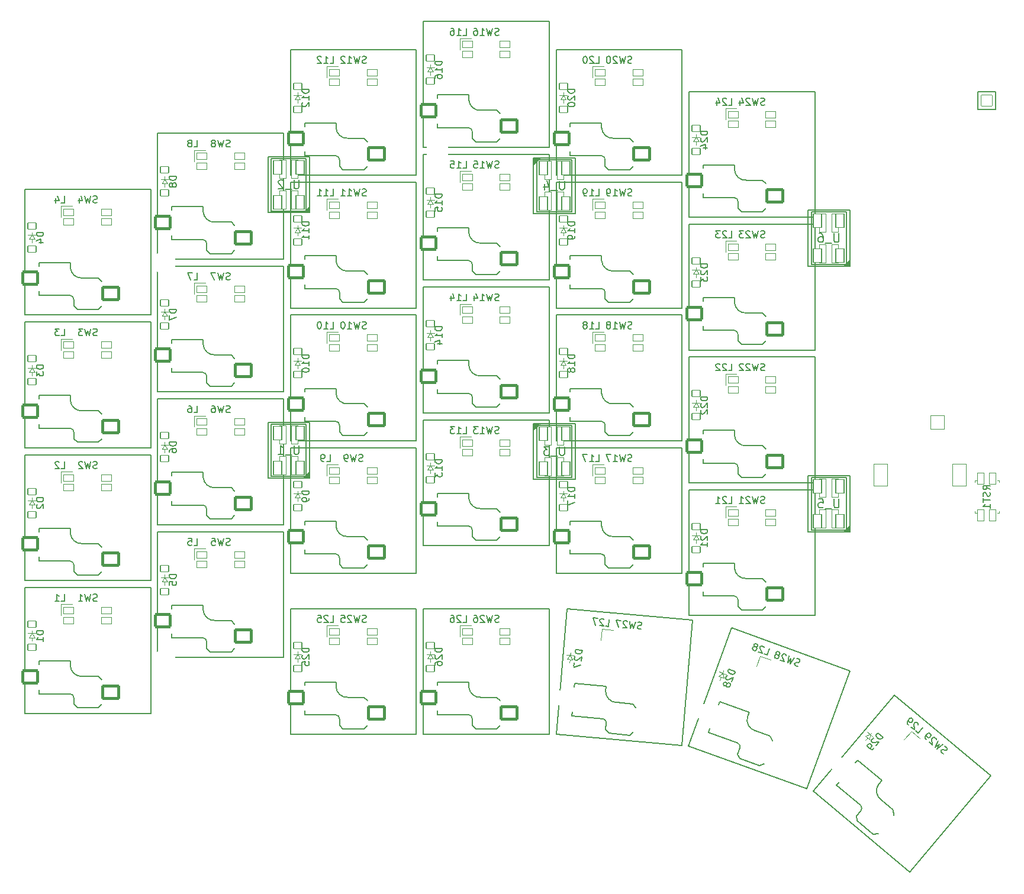
<source format=gbr>
%TF.GenerationSoftware,KiCad,Pcbnew,8.0.4*%
%TF.CreationDate,2024-11-04T19:06:09-07:00*%
%TF.ProjectId,boost58,626f6f73-7435-4382-9e6b-696361645f70,0.1*%
%TF.SameCoordinates,Original*%
%TF.FileFunction,Legend,Bot*%
%TF.FilePolarity,Positive*%
%FSLAX46Y46*%
G04 Gerber Fmt 4.6, Leading zero omitted, Abs format (unit mm)*
G04 Created by KiCad (PCBNEW 8.0.4) date 2024-11-04 19:06:09*
%MOMM*%
%LPD*%
G01*
G04 APERTURE LIST*
G04 Aperture macros list*
%AMRoundRect*
0 Rectangle with rounded corners*
0 $1 Rounding radius*
0 $2 $3 $4 $5 $6 $7 $8 $9 X,Y pos of 4 corners*
0 Add a 4 corners polygon primitive as box body*
4,1,4,$2,$3,$4,$5,$6,$7,$8,$9,$2,$3,0*
0 Add four circle primitives for the rounded corners*
1,1,$1+$1,$2,$3*
1,1,$1+$1,$4,$5*
1,1,$1+$1,$6,$7*
1,1,$1+$1,$8,$9*
0 Add four rect primitives between the rounded corners*
20,1,$1+$1,$2,$3,$4,$5,0*
20,1,$1+$1,$4,$5,$6,$7,0*
20,1,$1+$1,$6,$7,$8,$9,0*
20,1,$1+$1,$8,$9,$2,$3,0*%
%AMFreePoly0*
4,1,14,0.635355,0.435355,0.650000,0.400000,0.650000,0.200000,0.635355,0.164645,0.035355,-0.435355,0.000000,-0.450000,-0.035355,-0.435355,-0.635355,0.164645,-0.650000,0.200000,-0.650000,0.400000,-0.635355,0.435355,-0.600000,0.450000,0.600000,0.450000,0.635355,0.435355,0.635355,0.435355,$1*%
%AMFreePoly1*
4,1,16,0.635355,1.035355,0.650000,1.000000,0.650000,-0.250000,0.635355,-0.285355,0.600000,-0.300000,-0.600000,-0.300000,-0.635355,-0.285355,-0.650000,-0.250000,-0.650000,1.000000,-0.635355,1.035355,-0.600000,1.050000,-0.564645,1.035355,0.000000,0.470710,0.564645,1.035355,0.600000,1.050000,0.635355,1.035355,0.635355,1.035355,$1*%
G04 Aperture macros list end*
%ADD10C,0.150000*%
%ADD11C,0.100000*%
%ADD12C,0.120000*%
%ADD13C,0.250000*%
%ADD14C,3.300000*%
%ADD15RoundRect,0.050000X0.500000X-1.300000X0.500000X1.300000X-0.500000X1.300000X-0.500000X-1.300000X0*%
%ADD16RoundRect,0.050000X0.600000X-1.000000X0.600000X1.000000X-0.600000X1.000000X-0.600000X-1.000000X0*%
%ADD17RoundRect,0.050000X-1.000000X1.600000X-1.000000X-1.600000X1.000000X-1.600000X1.000000X1.600000X0*%
%ADD18C,1.600000*%
%ADD19RoundRect,0.050000X-1.000000X1.000000X-1.000000X-1.000000X1.000000X-1.000000X1.000000X1.000000X0*%
%ADD20C,2.100000*%
%ADD21RoundRect,0.050000X0.500000X-0.775000X0.500000X0.775000X-0.500000X0.775000X-0.500000X-0.775000X0*%
%ADD22O,2.300000X1.700000*%
%ADD23RoundRect,0.050000X-0.500000X1.300000X-0.500000X-1.300000X0.500000X-1.300000X0.500000X1.300000X0*%
%ADD24RoundRect,0.050000X-0.600000X1.000000X-0.600000X-1.000000X0.600000X-1.000000X0.600000X1.000000X0*%
%ADD25C,1.700000*%
%ADD26RoundRect,0.050000X-0.800000X0.800000X-0.800000X-0.800000X0.800000X-0.800000X0.800000X0.800000X0*%
%ADD27FreePoly0,270.000000*%
%ADD28FreePoly0,90.000000*%
%ADD29FreePoly1,90.000000*%
%ADD30FreePoly1,270.000000*%
%ADD31C,2.300000*%
%ADD32C,2.000000*%
%ADD33C,3.400000*%
%ADD34C,5.400000*%
%ADD35RoundRect,0.215000X1.085000X0.860000X-1.085000X0.860000X-1.085000X-0.860000X1.085000X-0.860000X0*%
%ADD36RoundRect,0.225000X1.150000X0.900000X-1.150000X0.900000X-1.150000X-0.900000X1.150000X-0.900000X0*%
%ADD37RoundRect,0.050000X-0.170372X0.730393X-0.748881X0.040953X0.170372X-0.730393X0.748881X-0.040953X0*%
%ADD38RoundRect,0.050000X-0.700000X-0.500000X0.700000X-0.500000X0.700000X0.500000X-0.700000X0.500000X0*%
%ADD39RoundRect,0.050000X-0.600000X0.450000X-0.600000X-0.450000X0.600000X-0.450000X0.600000X0.450000X0*%
%ADD40RoundRect,0.050000X-0.558497X0.500581X-0.636937X-0.395994X0.558497X-0.500581X0.636937X0.395994X0*%
%ADD41RoundRect,0.050000X-0.857625X0.066929X0.214837X-0.832974X0.857625X-0.066929X-0.214837X0.832974X0*%
%ADD42RoundRect,0.215000X1.383956X-0.038626X-0.278361X1.356223X-1.383956X0.038626X0.278361X-1.356223X0*%
%ADD43RoundRect,0.225000X1.459460X-0.049766X-0.302442X1.428646X-1.459460X0.049766X0.302442X-1.428646X0*%
%ADD44RoundRect,0.050000X-0.740914X-0.437088X0.653758X-0.559106X0.740914X0.437088X-0.653758X0.559106X0*%
%ADD45RoundRect,0.050000X-0.828795X-0.230432X0.486775X-0.709260X0.828795X0.230432X-0.486775X0.709260X0*%
%ADD46RoundRect,0.215000X1.313704X0.437044X-0.725429X1.179228X-1.313704X-0.437044X0.725429X-1.179228X0*%
%ADD47RoundRect,0.225000X1.388465X0.452400X-0.772828X1.239047X-1.388465X-0.452400X0.772828X-1.239047X0*%
%ADD48RoundRect,0.050000X-0.409907X0.628074X-0.717725X-0.217650X0.409907X-0.628074X0.717725X0.217650X0*%
%ADD49RoundRect,0.215000X1.155825X0.762163X-1.005917X0.951291X-1.155825X-0.762163X1.005917X-0.951291X0*%
%ADD50RoundRect,0.225000X1.224064X0.796346X-1.067184X0.996804X-1.224064X-0.796346X1.067184X-0.996804X0*%
G04 APERTURE END LIST*
D10*
X144000000Y-58000000D02*
X144000000Y-40000000D01*
X50000000Y-102000000D02*
X68000000Y-102000000D01*
X144000000Y-77000000D02*
X144000000Y-59000000D01*
X31000000Y-54000000D02*
X31000000Y-72000000D01*
X126500308Y-115637299D02*
X108568803Y-114068495D01*
X88000000Y-87000000D02*
X88000000Y-105000000D01*
X124931505Y-133568803D02*
X126500308Y-115637299D01*
X50000000Y-46000000D02*
X50000000Y-64000000D01*
X125000000Y-90000000D02*
X125000000Y-72000000D01*
X87000000Y-132000000D02*
X87000000Y-114000000D01*
X107000000Y-109000000D02*
X125000000Y-109000000D01*
X144000000Y-78000000D02*
X126000000Y-78000000D01*
X49000000Y-91000000D02*
X49000000Y-73000000D01*
X88000000Y-49000000D02*
X88000000Y-67000000D01*
X143781859Y-140154342D02*
X157570659Y-151724519D01*
X106000000Y-114000000D02*
X88000000Y-114000000D01*
X107000000Y-91000000D02*
X107000000Y-109000000D01*
X107000000Y-132000000D02*
X124931505Y-133568803D01*
X31000000Y-91000000D02*
X49000000Y-91000000D01*
X49000000Y-110000000D02*
X49000000Y-92000000D01*
X87000000Y-90000000D02*
X87000000Y-72000000D01*
X50000000Y-121000000D02*
X68000000Y-121000000D01*
X69000000Y-132000000D02*
X87000000Y-132000000D01*
X125000000Y-72000000D02*
X107000000Y-72000000D01*
X50000000Y-83000000D02*
X68000000Y-83000000D01*
X157570659Y-151724519D02*
X169140836Y-137935719D01*
X106000000Y-87000000D02*
X88000000Y-87000000D01*
X88000000Y-86000000D02*
X106000000Y-86000000D01*
X107000000Y-52000000D02*
X125000000Y-52000000D01*
X88000000Y-30000000D02*
X88000000Y-48000000D01*
X144000000Y-40000000D02*
X126000000Y-40000000D01*
X87000000Y-114000000D02*
X69000000Y-114000000D01*
X88000000Y-105000000D02*
X106000000Y-105000000D01*
X68000000Y-83000000D02*
X68000000Y-65000000D01*
X144000000Y-59000000D02*
X126000000Y-59000000D01*
X50000000Y-65000000D02*
X50000000Y-83000000D01*
X142842166Y-139812322D02*
X148998529Y-122897854D01*
X88000000Y-48000000D02*
X106000000Y-48000000D01*
X126000000Y-40000000D02*
X126000000Y-58000000D01*
X87000000Y-34000000D02*
X69000000Y-34000000D01*
X68000000Y-84000000D02*
X50000000Y-84000000D01*
X106000000Y-30000000D02*
X88000000Y-30000000D01*
X125000000Y-91000000D02*
X107000000Y-91000000D01*
X49000000Y-54000000D02*
X31000000Y-54000000D01*
X125000000Y-52000000D02*
X125000000Y-34000000D01*
X126000000Y-78000000D02*
X126000000Y-96000000D01*
X125000000Y-71000000D02*
X125000000Y-53000000D01*
X107000000Y-53000000D02*
X107000000Y-71000000D01*
X68000000Y-65000000D02*
X50000000Y-65000000D01*
X69000000Y-72000000D02*
X69000000Y-90000000D01*
X132084062Y-116741492D02*
X125927699Y-133655959D01*
X126000000Y-58000000D02*
X144000000Y-58000000D01*
X50000000Y-84000000D02*
X50000000Y-102000000D01*
X69000000Y-71000000D02*
X87000000Y-71000000D01*
X125927699Y-133655959D02*
X142842166Y-139812322D01*
X69000000Y-109000000D02*
X87000000Y-109000000D01*
X126000000Y-77000000D02*
X144000000Y-77000000D01*
X106000000Y-48000000D02*
X106000000Y-30000000D01*
X107000000Y-34000000D02*
X107000000Y-52000000D01*
X49000000Y-129000000D02*
X49000000Y-111000000D01*
X31000000Y-72000000D02*
X49000000Y-72000000D01*
X68000000Y-102000000D02*
X68000000Y-84000000D01*
X49000000Y-92000000D02*
X31000000Y-92000000D01*
X144000000Y-96000000D02*
X144000000Y-78000000D01*
X31000000Y-110000000D02*
X49000000Y-110000000D01*
X125000000Y-109000000D02*
X125000000Y-91000000D01*
X31000000Y-111000000D02*
X31000000Y-129000000D01*
X87000000Y-53000000D02*
X69000000Y-53000000D01*
X87000000Y-109000000D02*
X87000000Y-91000000D01*
X68000000Y-64000000D02*
X68000000Y-46000000D01*
X106000000Y-68000000D02*
X88000000Y-68000000D01*
X50000000Y-103000000D02*
X50000000Y-121000000D01*
X144000000Y-97000000D02*
X126000000Y-97000000D01*
X106000000Y-105000000D02*
X106000000Y-87000000D01*
X68000000Y-46000000D02*
X50000000Y-46000000D01*
X87000000Y-52000000D02*
X87000000Y-34000000D01*
X69000000Y-52000000D02*
X87000000Y-52000000D01*
X69000000Y-53000000D02*
X69000000Y-71000000D01*
X126000000Y-97000000D02*
X126000000Y-115000000D01*
X155352036Y-126365542D02*
X143781859Y-140154342D01*
X108568803Y-114068495D02*
X107000000Y-132000000D01*
X68000000Y-103000000D02*
X50000000Y-103000000D01*
X69000000Y-91000000D02*
X69000000Y-109000000D01*
X31000000Y-129000000D02*
X49000000Y-129000000D01*
X126000000Y-59000000D02*
X126000000Y-77000000D01*
X31000000Y-73000000D02*
X31000000Y-91000000D01*
X107000000Y-72000000D02*
X107000000Y-90000000D01*
X49000000Y-111000000D02*
X31000000Y-111000000D01*
X87000000Y-72000000D02*
X69000000Y-72000000D01*
X69000000Y-114000000D02*
X69000000Y-132000000D01*
X106000000Y-49000000D02*
X88000000Y-49000000D01*
X126000000Y-96000000D02*
X144000000Y-96000000D01*
X106000000Y-67000000D02*
X106000000Y-49000000D01*
X69000000Y-90000000D02*
X87000000Y-90000000D01*
X88000000Y-114000000D02*
X88000000Y-132000000D01*
X88000000Y-132000000D02*
X106000000Y-132000000D01*
X87000000Y-91000000D02*
X69000000Y-91000000D01*
X148998529Y-122897854D02*
X132084062Y-116741492D01*
X31000000Y-92000000D02*
X31000000Y-110000000D01*
X125000000Y-53000000D02*
X107000000Y-53000000D01*
X88000000Y-67000000D02*
X106000000Y-67000000D01*
X107000000Y-71000000D02*
X125000000Y-71000000D01*
X88000000Y-68000000D02*
X88000000Y-86000000D01*
X107000000Y-90000000D02*
X125000000Y-90000000D01*
X87000000Y-71000000D02*
X87000000Y-53000000D01*
X50000000Y-64000000D02*
X68000000Y-64000000D01*
X106000000Y-132000000D02*
X106000000Y-114000000D01*
X106000000Y-86000000D02*
X106000000Y-68000000D01*
X69000000Y-34000000D02*
X69000000Y-52000000D01*
X126000000Y-115000000D02*
X144000000Y-115000000D01*
X68000000Y-121000000D02*
X68000000Y-103000000D01*
X144000000Y-115000000D02*
X144000000Y-97000000D01*
X49000000Y-73000000D02*
X31000000Y-73000000D01*
X125000000Y-34000000D02*
X107000000Y-34000000D01*
X169140836Y-137935719D02*
X155352036Y-126365542D01*
X49000000Y-72000000D02*
X49000000Y-54000000D01*
X108201428Y-90809726D02*
X108201428Y-91837821D01*
X108201428Y-91837821D02*
X108140951Y-91958773D01*
X108140951Y-91958773D02*
X108080475Y-92019250D01*
X108080475Y-92019250D02*
X107959523Y-92079726D01*
X107959523Y-92079726D02*
X107717618Y-92079726D01*
X107717618Y-92079726D02*
X107596666Y-92019250D01*
X107596666Y-92019250D02*
X107536189Y-91958773D01*
X107536189Y-91958773D02*
X107475713Y-91837821D01*
X107475713Y-91837821D02*
X107475713Y-90809726D01*
X107173333Y-92200678D02*
X106205713Y-92200678D01*
X106024285Y-90809726D02*
X105238094Y-90809726D01*
X105238094Y-90809726D02*
X105661428Y-91293535D01*
X105661428Y-91293535D02*
X105479999Y-91293535D01*
X105479999Y-91293535D02*
X105359047Y-91354011D01*
X105359047Y-91354011D02*
X105298571Y-91414488D01*
X105298571Y-91414488D02*
X105238094Y-91535440D01*
X105238094Y-91535440D02*
X105238094Y-91837821D01*
X105238094Y-91837821D02*
X105298571Y-91958773D01*
X105298571Y-91958773D02*
X105359047Y-92019250D01*
X105359047Y-92019250D02*
X105479999Y-92079726D01*
X105479999Y-92079726D02*
X105842856Y-92079726D01*
X105842856Y-92079726D02*
X105963809Y-92019250D01*
X105963809Y-92019250D02*
X106024285Y-91958773D01*
X169054819Y-96976190D02*
X168578628Y-96642857D01*
X169054819Y-96404762D02*
X168054819Y-96404762D01*
X168054819Y-96404762D02*
X168054819Y-96785714D01*
X168054819Y-96785714D02*
X168102438Y-96880952D01*
X168102438Y-96880952D02*
X168150057Y-96928571D01*
X168150057Y-96928571D02*
X168245295Y-96976190D01*
X168245295Y-96976190D02*
X168388152Y-96976190D01*
X168388152Y-96976190D02*
X168483390Y-96928571D01*
X168483390Y-96928571D02*
X168531009Y-96880952D01*
X168531009Y-96880952D02*
X168578628Y-96785714D01*
X168578628Y-96785714D02*
X168578628Y-96404762D01*
X169007200Y-97357143D02*
X169054819Y-97500000D01*
X169054819Y-97500000D02*
X169054819Y-97738095D01*
X169054819Y-97738095D02*
X169007200Y-97833333D01*
X169007200Y-97833333D02*
X168959580Y-97880952D01*
X168959580Y-97880952D02*
X168864342Y-97928571D01*
X168864342Y-97928571D02*
X168769104Y-97928571D01*
X168769104Y-97928571D02*
X168673866Y-97880952D01*
X168673866Y-97880952D02*
X168626247Y-97833333D01*
X168626247Y-97833333D02*
X168578628Y-97738095D01*
X168578628Y-97738095D02*
X168531009Y-97547619D01*
X168531009Y-97547619D02*
X168483390Y-97452381D01*
X168483390Y-97452381D02*
X168435771Y-97404762D01*
X168435771Y-97404762D02*
X168340533Y-97357143D01*
X168340533Y-97357143D02*
X168245295Y-97357143D01*
X168245295Y-97357143D02*
X168150057Y-97404762D01*
X168150057Y-97404762D02*
X168102438Y-97452381D01*
X168102438Y-97452381D02*
X168054819Y-97547619D01*
X168054819Y-97547619D02*
X168054819Y-97785714D01*
X168054819Y-97785714D02*
X168102438Y-97928571D01*
X168054819Y-98214286D02*
X168054819Y-98785714D01*
X169054819Y-98500000D02*
X168054819Y-98500000D01*
X169054819Y-99642857D02*
X169054819Y-99071429D01*
X169054819Y-99357143D02*
X168054819Y-99357143D01*
X168054819Y-99357143D02*
X168197676Y-99261905D01*
X168197676Y-99261905D02*
X168292914Y-99166667D01*
X168292914Y-99166667D02*
X168340533Y-99071429D01*
X108201428Y-52809726D02*
X108201428Y-53837821D01*
X108201428Y-53837821D02*
X108140951Y-53958773D01*
X108140951Y-53958773D02*
X108080475Y-54019250D01*
X108080475Y-54019250D02*
X107959523Y-54079726D01*
X107959523Y-54079726D02*
X107717618Y-54079726D01*
X107717618Y-54079726D02*
X107596666Y-54019250D01*
X107596666Y-54019250D02*
X107536189Y-53958773D01*
X107536189Y-53958773D02*
X107475713Y-53837821D01*
X107475713Y-53837821D02*
X107475713Y-52809726D01*
X107173333Y-54200678D02*
X106205713Y-54200678D01*
X105359047Y-53233059D02*
X105359047Y-54079726D01*
X105661428Y-52749250D02*
X105963809Y-53656392D01*
X105963809Y-53656392D02*
X105177618Y-53656392D01*
X147451428Y-60309726D02*
X147451428Y-61337821D01*
X147451428Y-61337821D02*
X147390951Y-61458773D01*
X147390951Y-61458773D02*
X147330475Y-61519250D01*
X147330475Y-61519250D02*
X147209523Y-61579726D01*
X147209523Y-61579726D02*
X146967618Y-61579726D01*
X146967618Y-61579726D02*
X146846666Y-61519250D01*
X146846666Y-61519250D02*
X146786189Y-61458773D01*
X146786189Y-61458773D02*
X146725713Y-61337821D01*
X146725713Y-61337821D02*
X146725713Y-60309726D01*
X146423333Y-61700678D02*
X145455713Y-61700678D01*
X144609047Y-60309726D02*
X144850952Y-60309726D01*
X144850952Y-60309726D02*
X144971904Y-60370202D01*
X144971904Y-60370202D02*
X145032380Y-60430678D01*
X145032380Y-60430678D02*
X145153333Y-60612107D01*
X145153333Y-60612107D02*
X145213809Y-60854011D01*
X145213809Y-60854011D02*
X145213809Y-61337821D01*
X145213809Y-61337821D02*
X145153333Y-61458773D01*
X145153333Y-61458773D02*
X145092856Y-61519250D01*
X145092856Y-61519250D02*
X144971904Y-61579726D01*
X144971904Y-61579726D02*
X144729999Y-61579726D01*
X144729999Y-61579726D02*
X144609047Y-61519250D01*
X144609047Y-61519250D02*
X144548571Y-61458773D01*
X144548571Y-61458773D02*
X144488094Y-61337821D01*
X144488094Y-61337821D02*
X144488094Y-61035440D01*
X144488094Y-61035440D02*
X144548571Y-60914488D01*
X144548571Y-60914488D02*
X144609047Y-60854011D01*
X144609047Y-60854011D02*
X144729999Y-60793535D01*
X144729999Y-60793535D02*
X144971904Y-60793535D01*
X144971904Y-60793535D02*
X145092856Y-60854011D01*
X145092856Y-60854011D02*
X145153333Y-60914488D01*
X145153333Y-60914488D02*
X145213809Y-61035440D01*
X147451428Y-98309726D02*
X147451428Y-99337821D01*
X147451428Y-99337821D02*
X147390951Y-99458773D01*
X147390951Y-99458773D02*
X147330475Y-99519250D01*
X147330475Y-99519250D02*
X147209523Y-99579726D01*
X147209523Y-99579726D02*
X146967618Y-99579726D01*
X146967618Y-99579726D02*
X146846666Y-99519250D01*
X146846666Y-99519250D02*
X146786189Y-99458773D01*
X146786189Y-99458773D02*
X146725713Y-99337821D01*
X146725713Y-99337821D02*
X146725713Y-98309726D01*
X146423333Y-99700678D02*
X145455713Y-99700678D01*
X144548571Y-98309726D02*
X145153333Y-98309726D01*
X145153333Y-98309726D02*
X145213809Y-98914488D01*
X145213809Y-98914488D02*
X145153333Y-98854011D01*
X145153333Y-98854011D02*
X145032380Y-98793535D01*
X145032380Y-98793535D02*
X144729999Y-98793535D01*
X144729999Y-98793535D02*
X144609047Y-98854011D01*
X144609047Y-98854011D02*
X144548571Y-98914488D01*
X144548571Y-98914488D02*
X144488094Y-99035440D01*
X144488094Y-99035440D02*
X144488094Y-99337821D01*
X144488094Y-99337821D02*
X144548571Y-99458773D01*
X144548571Y-99458773D02*
X144609047Y-99519250D01*
X144609047Y-99519250D02*
X144729999Y-99579726D01*
X144729999Y-99579726D02*
X145032380Y-99579726D01*
X145032380Y-99579726D02*
X145153333Y-99519250D01*
X145153333Y-99519250D02*
X145213809Y-99458773D01*
X70201428Y-90659726D02*
X70201428Y-91687821D01*
X70201428Y-91687821D02*
X70140951Y-91808773D01*
X70140951Y-91808773D02*
X70080475Y-91869250D01*
X70080475Y-91869250D02*
X69959523Y-91929726D01*
X69959523Y-91929726D02*
X69717618Y-91929726D01*
X69717618Y-91929726D02*
X69596666Y-91869250D01*
X69596666Y-91869250D02*
X69536189Y-91808773D01*
X69536189Y-91808773D02*
X69475713Y-91687821D01*
X69475713Y-91687821D02*
X69475713Y-90659726D01*
X69173333Y-92050678D02*
X68205713Y-92050678D01*
X67238094Y-91929726D02*
X67963809Y-91929726D01*
X67600952Y-91929726D02*
X67600952Y-90659726D01*
X67600952Y-90659726D02*
X67721904Y-90841154D01*
X67721904Y-90841154D02*
X67842856Y-90962107D01*
X67842856Y-90962107D02*
X67963809Y-91022583D01*
X70201428Y-52659726D02*
X70201428Y-53687821D01*
X70201428Y-53687821D02*
X70140951Y-53808773D01*
X70140951Y-53808773D02*
X70080475Y-53869250D01*
X70080475Y-53869250D02*
X69959523Y-53929726D01*
X69959523Y-53929726D02*
X69717618Y-53929726D01*
X69717618Y-53929726D02*
X69596666Y-53869250D01*
X69596666Y-53869250D02*
X69536189Y-53808773D01*
X69536189Y-53808773D02*
X69475713Y-53687821D01*
X69475713Y-53687821D02*
X69475713Y-52659726D01*
X69173333Y-54050678D02*
X68205713Y-54050678D01*
X67963809Y-52780678D02*
X67903333Y-52720202D01*
X67903333Y-52720202D02*
X67782380Y-52659726D01*
X67782380Y-52659726D02*
X67479999Y-52659726D01*
X67479999Y-52659726D02*
X67359047Y-52720202D01*
X67359047Y-52720202D02*
X67298571Y-52780678D01*
X67298571Y-52780678D02*
X67238094Y-52901630D01*
X67238094Y-52901630D02*
X67238094Y-53022583D01*
X67238094Y-53022583D02*
X67298571Y-53204011D01*
X67298571Y-53204011D02*
X68024285Y-53929726D01*
X68024285Y-53929726D02*
X67238094Y-53929726D01*
X98809523Y-115907200D02*
X98666666Y-115954819D01*
X98666666Y-115954819D02*
X98428571Y-115954819D01*
X98428571Y-115954819D02*
X98333333Y-115907200D01*
X98333333Y-115907200D02*
X98285714Y-115859580D01*
X98285714Y-115859580D02*
X98238095Y-115764342D01*
X98238095Y-115764342D02*
X98238095Y-115669104D01*
X98238095Y-115669104D02*
X98285714Y-115573866D01*
X98285714Y-115573866D02*
X98333333Y-115526247D01*
X98333333Y-115526247D02*
X98428571Y-115478628D01*
X98428571Y-115478628D02*
X98619047Y-115431009D01*
X98619047Y-115431009D02*
X98714285Y-115383390D01*
X98714285Y-115383390D02*
X98761904Y-115335771D01*
X98761904Y-115335771D02*
X98809523Y-115240533D01*
X98809523Y-115240533D02*
X98809523Y-115145295D01*
X98809523Y-115145295D02*
X98761904Y-115050057D01*
X98761904Y-115050057D02*
X98714285Y-115002438D01*
X98714285Y-115002438D02*
X98619047Y-114954819D01*
X98619047Y-114954819D02*
X98380952Y-114954819D01*
X98380952Y-114954819D02*
X98238095Y-115002438D01*
X97904761Y-114954819D02*
X97666666Y-115954819D01*
X97666666Y-115954819D02*
X97476190Y-115240533D01*
X97476190Y-115240533D02*
X97285714Y-115954819D01*
X97285714Y-115954819D02*
X97047619Y-114954819D01*
X96714285Y-115050057D02*
X96666666Y-115002438D01*
X96666666Y-115002438D02*
X96571428Y-114954819D01*
X96571428Y-114954819D02*
X96333333Y-114954819D01*
X96333333Y-114954819D02*
X96238095Y-115002438D01*
X96238095Y-115002438D02*
X96190476Y-115050057D01*
X96190476Y-115050057D02*
X96142857Y-115145295D01*
X96142857Y-115145295D02*
X96142857Y-115240533D01*
X96142857Y-115240533D02*
X96190476Y-115383390D01*
X96190476Y-115383390D02*
X96761904Y-115954819D01*
X96761904Y-115954819D02*
X96142857Y-115954819D01*
X95285714Y-114954819D02*
X95476190Y-114954819D01*
X95476190Y-114954819D02*
X95571428Y-115002438D01*
X95571428Y-115002438D02*
X95619047Y-115050057D01*
X95619047Y-115050057D02*
X95714285Y-115192914D01*
X95714285Y-115192914D02*
X95761904Y-115383390D01*
X95761904Y-115383390D02*
X95761904Y-115764342D01*
X95761904Y-115764342D02*
X95714285Y-115859580D01*
X95714285Y-115859580D02*
X95666666Y-115907200D01*
X95666666Y-115907200D02*
X95571428Y-115954819D01*
X95571428Y-115954819D02*
X95380952Y-115954819D01*
X95380952Y-115954819D02*
X95285714Y-115907200D01*
X95285714Y-115907200D02*
X95238095Y-115859580D01*
X95238095Y-115859580D02*
X95190476Y-115764342D01*
X95190476Y-115764342D02*
X95190476Y-115526247D01*
X95190476Y-115526247D02*
X95238095Y-115431009D01*
X95238095Y-115431009D02*
X95285714Y-115383390D01*
X95285714Y-115383390D02*
X95380952Y-115335771D01*
X95380952Y-115335771D02*
X95571428Y-115335771D01*
X95571428Y-115335771D02*
X95666666Y-115383390D01*
X95666666Y-115383390D02*
X95714285Y-115431009D01*
X95714285Y-115431009D02*
X95761904Y-115526247D01*
X153730992Y-132427500D02*
X152964948Y-131784712D01*
X152964948Y-131784712D02*
X152811903Y-131967104D01*
X152811903Y-131967104D02*
X152756554Y-132107147D01*
X152756554Y-132107147D02*
X152768293Y-132241322D01*
X152768293Y-132241322D02*
X152810641Y-132339018D01*
X152810641Y-132339018D02*
X152925945Y-132497932D01*
X152925945Y-132497932D02*
X153035380Y-132589759D01*
X153035380Y-132589759D02*
X153211902Y-132675716D01*
X153211902Y-132675716D02*
X153315468Y-132700456D01*
X153315468Y-132700456D02*
X153449642Y-132688717D01*
X153449642Y-132688717D02*
X153577947Y-132609891D01*
X153577947Y-132609891D02*
X153730992Y-132427500D01*
X152425725Y-132575496D02*
X152358638Y-132581365D01*
X152358638Y-132581365D02*
X152260942Y-132623713D01*
X152260942Y-132623713D02*
X152107897Y-132806105D01*
X152107897Y-132806105D02*
X152083158Y-132909670D01*
X152083158Y-132909670D02*
X152089027Y-132976757D01*
X152089027Y-132976757D02*
X152131375Y-133074454D01*
X152131375Y-133074454D02*
X152204331Y-133135671D01*
X152204331Y-133135671D02*
X152344375Y-133191020D01*
X152344375Y-133191020D02*
X153149422Y-133120588D01*
X153149422Y-133120588D02*
X152751506Y-133594806D01*
X152445417Y-133959589D02*
X152322981Y-134105502D01*
X152322981Y-134105502D02*
X152225285Y-134147850D01*
X152225285Y-134147850D02*
X152158198Y-134153719D01*
X152158198Y-134153719D02*
X151987545Y-134134849D01*
X151987545Y-134134849D02*
X151811023Y-134048891D01*
X151811023Y-134048891D02*
X151519196Y-133804020D01*
X151519196Y-133804020D02*
X151476848Y-133706324D01*
X151476848Y-133706324D02*
X151470979Y-133639236D01*
X151470979Y-133639236D02*
X151495719Y-133535671D01*
X151495719Y-133535671D02*
X151618154Y-133389758D01*
X151618154Y-133389758D02*
X151715851Y-133347410D01*
X151715851Y-133347410D02*
X151782938Y-133341541D01*
X151782938Y-133341541D02*
X151886503Y-133366280D01*
X151886503Y-133366280D02*
X152068895Y-133519325D01*
X152068895Y-133519325D02*
X152111243Y-133617021D01*
X152111243Y-133617021D02*
X152117112Y-133684108D01*
X152117112Y-133684108D02*
X152092372Y-133787674D01*
X152092372Y-133787674D02*
X151969937Y-133933587D01*
X151969937Y-133933587D02*
X151872240Y-133975935D01*
X151872240Y-133975935D02*
X151805153Y-133981804D01*
X151805153Y-133981804D02*
X151701588Y-133957064D01*
X55166666Y-47954819D02*
X55642856Y-47954819D01*
X55642856Y-47954819D02*
X55642856Y-46954819D01*
X54690475Y-47383390D02*
X54785713Y-47335771D01*
X54785713Y-47335771D02*
X54833332Y-47288152D01*
X54833332Y-47288152D02*
X54880951Y-47192914D01*
X54880951Y-47192914D02*
X54880951Y-47145295D01*
X54880951Y-47145295D02*
X54833332Y-47050057D01*
X54833332Y-47050057D02*
X54785713Y-47002438D01*
X54785713Y-47002438D02*
X54690475Y-46954819D01*
X54690475Y-46954819D02*
X54499999Y-46954819D01*
X54499999Y-46954819D02*
X54404761Y-47002438D01*
X54404761Y-47002438D02*
X54357142Y-47050057D01*
X54357142Y-47050057D02*
X54309523Y-47145295D01*
X54309523Y-47145295D02*
X54309523Y-47192914D01*
X54309523Y-47192914D02*
X54357142Y-47288152D01*
X54357142Y-47288152D02*
X54404761Y-47335771D01*
X54404761Y-47335771D02*
X54499999Y-47383390D01*
X54499999Y-47383390D02*
X54690475Y-47383390D01*
X54690475Y-47383390D02*
X54785713Y-47431009D01*
X54785713Y-47431009D02*
X54833332Y-47478628D01*
X54833332Y-47478628D02*
X54880951Y-47573866D01*
X54880951Y-47573866D02*
X54880951Y-47764342D01*
X54880951Y-47764342D02*
X54833332Y-47859580D01*
X54833332Y-47859580D02*
X54785713Y-47907200D01*
X54785713Y-47907200D02*
X54690475Y-47954819D01*
X54690475Y-47954819D02*
X54499999Y-47954819D01*
X54499999Y-47954819D02*
X54404761Y-47907200D01*
X54404761Y-47907200D02*
X54357142Y-47859580D01*
X54357142Y-47859580D02*
X54309523Y-47764342D01*
X54309523Y-47764342D02*
X54309523Y-47573866D01*
X54309523Y-47573866D02*
X54357142Y-47478628D01*
X54357142Y-47478628D02*
X54404761Y-47431009D01*
X54404761Y-47431009D02*
X54499999Y-47383390D01*
X90654819Y-54685714D02*
X89654819Y-54685714D01*
X89654819Y-54685714D02*
X89654819Y-54923809D01*
X89654819Y-54923809D02*
X89702438Y-55066666D01*
X89702438Y-55066666D02*
X89797676Y-55161904D01*
X89797676Y-55161904D02*
X89892914Y-55209523D01*
X89892914Y-55209523D02*
X90083390Y-55257142D01*
X90083390Y-55257142D02*
X90226247Y-55257142D01*
X90226247Y-55257142D02*
X90416723Y-55209523D01*
X90416723Y-55209523D02*
X90511961Y-55161904D01*
X90511961Y-55161904D02*
X90607200Y-55066666D01*
X90607200Y-55066666D02*
X90654819Y-54923809D01*
X90654819Y-54923809D02*
X90654819Y-54685714D01*
X90654819Y-56209523D02*
X90654819Y-55638095D01*
X90654819Y-55923809D02*
X89654819Y-55923809D01*
X89654819Y-55923809D02*
X89797676Y-55828571D01*
X89797676Y-55828571D02*
X89892914Y-55733333D01*
X89892914Y-55733333D02*
X89940533Y-55638095D01*
X89654819Y-57114285D02*
X89654819Y-56638095D01*
X89654819Y-56638095D02*
X90131009Y-56590476D01*
X90131009Y-56590476D02*
X90083390Y-56638095D01*
X90083390Y-56638095D02*
X90035771Y-56733333D01*
X90035771Y-56733333D02*
X90035771Y-56971428D01*
X90035771Y-56971428D02*
X90083390Y-57066666D01*
X90083390Y-57066666D02*
X90131009Y-57114285D01*
X90131009Y-57114285D02*
X90226247Y-57161904D01*
X90226247Y-57161904D02*
X90464342Y-57161904D01*
X90464342Y-57161904D02*
X90559580Y-57114285D01*
X90559580Y-57114285D02*
X90607200Y-57066666D01*
X90607200Y-57066666D02*
X90654819Y-56971428D01*
X90654819Y-56971428D02*
X90654819Y-56733333D01*
X90654819Y-56733333D02*
X90607200Y-56638095D01*
X90607200Y-56638095D02*
X90559580Y-56590476D01*
X74642857Y-54954819D02*
X75119047Y-54954819D01*
X75119047Y-54954819D02*
X75119047Y-53954819D01*
X73785714Y-54954819D02*
X74357142Y-54954819D01*
X74071428Y-54954819D02*
X74071428Y-53954819D01*
X74071428Y-53954819D02*
X74166666Y-54097676D01*
X74166666Y-54097676D02*
X74261904Y-54192914D01*
X74261904Y-54192914D02*
X74357142Y-54240533D01*
X72833333Y-54954819D02*
X73404761Y-54954819D01*
X73119047Y-54954819D02*
X73119047Y-53954819D01*
X73119047Y-53954819D02*
X73214285Y-54097676D01*
X73214285Y-54097676D02*
X73309523Y-54192914D01*
X73309523Y-54192914D02*
X73404761Y-54240533D01*
X136809523Y-79907200D02*
X136666666Y-79954819D01*
X136666666Y-79954819D02*
X136428571Y-79954819D01*
X136428571Y-79954819D02*
X136333333Y-79907200D01*
X136333333Y-79907200D02*
X136285714Y-79859580D01*
X136285714Y-79859580D02*
X136238095Y-79764342D01*
X136238095Y-79764342D02*
X136238095Y-79669104D01*
X136238095Y-79669104D02*
X136285714Y-79573866D01*
X136285714Y-79573866D02*
X136333333Y-79526247D01*
X136333333Y-79526247D02*
X136428571Y-79478628D01*
X136428571Y-79478628D02*
X136619047Y-79431009D01*
X136619047Y-79431009D02*
X136714285Y-79383390D01*
X136714285Y-79383390D02*
X136761904Y-79335771D01*
X136761904Y-79335771D02*
X136809523Y-79240533D01*
X136809523Y-79240533D02*
X136809523Y-79145295D01*
X136809523Y-79145295D02*
X136761904Y-79050057D01*
X136761904Y-79050057D02*
X136714285Y-79002438D01*
X136714285Y-79002438D02*
X136619047Y-78954819D01*
X136619047Y-78954819D02*
X136380952Y-78954819D01*
X136380952Y-78954819D02*
X136238095Y-79002438D01*
X135904761Y-78954819D02*
X135666666Y-79954819D01*
X135666666Y-79954819D02*
X135476190Y-79240533D01*
X135476190Y-79240533D02*
X135285714Y-79954819D01*
X135285714Y-79954819D02*
X135047619Y-78954819D01*
X134714285Y-79050057D02*
X134666666Y-79002438D01*
X134666666Y-79002438D02*
X134571428Y-78954819D01*
X134571428Y-78954819D02*
X134333333Y-78954819D01*
X134333333Y-78954819D02*
X134238095Y-79002438D01*
X134238095Y-79002438D02*
X134190476Y-79050057D01*
X134190476Y-79050057D02*
X134142857Y-79145295D01*
X134142857Y-79145295D02*
X134142857Y-79240533D01*
X134142857Y-79240533D02*
X134190476Y-79383390D01*
X134190476Y-79383390D02*
X134761904Y-79954819D01*
X134761904Y-79954819D02*
X134142857Y-79954819D01*
X133761904Y-79050057D02*
X133714285Y-79002438D01*
X133714285Y-79002438D02*
X133619047Y-78954819D01*
X133619047Y-78954819D02*
X133380952Y-78954819D01*
X133380952Y-78954819D02*
X133285714Y-79002438D01*
X133285714Y-79002438D02*
X133238095Y-79050057D01*
X133238095Y-79050057D02*
X133190476Y-79145295D01*
X133190476Y-79145295D02*
X133190476Y-79240533D01*
X133190476Y-79240533D02*
X133238095Y-79383390D01*
X133238095Y-79383390D02*
X133809523Y-79954819D01*
X133809523Y-79954819D02*
X133190476Y-79954819D01*
X131642857Y-79954819D02*
X132119047Y-79954819D01*
X132119047Y-79954819D02*
X132119047Y-78954819D01*
X131357142Y-79050057D02*
X131309523Y-79002438D01*
X131309523Y-79002438D02*
X131214285Y-78954819D01*
X131214285Y-78954819D02*
X130976190Y-78954819D01*
X130976190Y-78954819D02*
X130880952Y-79002438D01*
X130880952Y-79002438D02*
X130833333Y-79050057D01*
X130833333Y-79050057D02*
X130785714Y-79145295D01*
X130785714Y-79145295D02*
X130785714Y-79240533D01*
X130785714Y-79240533D02*
X130833333Y-79383390D01*
X130833333Y-79383390D02*
X131404761Y-79954819D01*
X131404761Y-79954819D02*
X130785714Y-79954819D01*
X130404761Y-79050057D02*
X130357142Y-79002438D01*
X130357142Y-79002438D02*
X130261904Y-78954819D01*
X130261904Y-78954819D02*
X130023809Y-78954819D01*
X130023809Y-78954819D02*
X129928571Y-79002438D01*
X129928571Y-79002438D02*
X129880952Y-79050057D01*
X129880952Y-79050057D02*
X129833333Y-79145295D01*
X129833333Y-79145295D02*
X129833333Y-79240533D01*
X129833333Y-79240533D02*
X129880952Y-79383390D01*
X129880952Y-79383390D02*
X130452380Y-79954819D01*
X130452380Y-79954819D02*
X129833333Y-79954819D01*
X90654819Y-119685714D02*
X89654819Y-119685714D01*
X89654819Y-119685714D02*
X89654819Y-119923809D01*
X89654819Y-119923809D02*
X89702438Y-120066666D01*
X89702438Y-120066666D02*
X89797676Y-120161904D01*
X89797676Y-120161904D02*
X89892914Y-120209523D01*
X89892914Y-120209523D02*
X90083390Y-120257142D01*
X90083390Y-120257142D02*
X90226247Y-120257142D01*
X90226247Y-120257142D02*
X90416723Y-120209523D01*
X90416723Y-120209523D02*
X90511961Y-120161904D01*
X90511961Y-120161904D02*
X90607200Y-120066666D01*
X90607200Y-120066666D02*
X90654819Y-119923809D01*
X90654819Y-119923809D02*
X90654819Y-119685714D01*
X89750057Y-120638095D02*
X89702438Y-120685714D01*
X89702438Y-120685714D02*
X89654819Y-120780952D01*
X89654819Y-120780952D02*
X89654819Y-121019047D01*
X89654819Y-121019047D02*
X89702438Y-121114285D01*
X89702438Y-121114285D02*
X89750057Y-121161904D01*
X89750057Y-121161904D02*
X89845295Y-121209523D01*
X89845295Y-121209523D02*
X89940533Y-121209523D01*
X89940533Y-121209523D02*
X90083390Y-121161904D01*
X90083390Y-121161904D02*
X90654819Y-120590476D01*
X90654819Y-120590476D02*
X90654819Y-121209523D01*
X89654819Y-122066666D02*
X89654819Y-121876190D01*
X89654819Y-121876190D02*
X89702438Y-121780952D01*
X89702438Y-121780952D02*
X89750057Y-121733333D01*
X89750057Y-121733333D02*
X89892914Y-121638095D01*
X89892914Y-121638095D02*
X90083390Y-121590476D01*
X90083390Y-121590476D02*
X90464342Y-121590476D01*
X90464342Y-121590476D02*
X90559580Y-121638095D01*
X90559580Y-121638095D02*
X90607200Y-121685714D01*
X90607200Y-121685714D02*
X90654819Y-121780952D01*
X90654819Y-121780952D02*
X90654819Y-121971428D01*
X90654819Y-121971428D02*
X90607200Y-122066666D01*
X90607200Y-122066666D02*
X90559580Y-122114285D01*
X90559580Y-122114285D02*
X90464342Y-122161904D01*
X90464342Y-122161904D02*
X90226247Y-122161904D01*
X90226247Y-122161904D02*
X90131009Y-122114285D01*
X90131009Y-122114285D02*
X90083390Y-122066666D01*
X90083390Y-122066666D02*
X90035771Y-121971428D01*
X90035771Y-121971428D02*
X90035771Y-121780952D01*
X90035771Y-121780952D02*
X90083390Y-121685714D01*
X90083390Y-121685714D02*
X90131009Y-121638095D01*
X90131009Y-121638095D02*
X90226247Y-121590476D01*
X117809523Y-35907200D02*
X117666666Y-35954819D01*
X117666666Y-35954819D02*
X117428571Y-35954819D01*
X117428571Y-35954819D02*
X117333333Y-35907200D01*
X117333333Y-35907200D02*
X117285714Y-35859580D01*
X117285714Y-35859580D02*
X117238095Y-35764342D01*
X117238095Y-35764342D02*
X117238095Y-35669104D01*
X117238095Y-35669104D02*
X117285714Y-35573866D01*
X117285714Y-35573866D02*
X117333333Y-35526247D01*
X117333333Y-35526247D02*
X117428571Y-35478628D01*
X117428571Y-35478628D02*
X117619047Y-35431009D01*
X117619047Y-35431009D02*
X117714285Y-35383390D01*
X117714285Y-35383390D02*
X117761904Y-35335771D01*
X117761904Y-35335771D02*
X117809523Y-35240533D01*
X117809523Y-35240533D02*
X117809523Y-35145295D01*
X117809523Y-35145295D02*
X117761904Y-35050057D01*
X117761904Y-35050057D02*
X117714285Y-35002438D01*
X117714285Y-35002438D02*
X117619047Y-34954819D01*
X117619047Y-34954819D02*
X117380952Y-34954819D01*
X117380952Y-34954819D02*
X117238095Y-35002438D01*
X116904761Y-34954819D02*
X116666666Y-35954819D01*
X116666666Y-35954819D02*
X116476190Y-35240533D01*
X116476190Y-35240533D02*
X116285714Y-35954819D01*
X116285714Y-35954819D02*
X116047619Y-34954819D01*
X115714285Y-35050057D02*
X115666666Y-35002438D01*
X115666666Y-35002438D02*
X115571428Y-34954819D01*
X115571428Y-34954819D02*
X115333333Y-34954819D01*
X115333333Y-34954819D02*
X115238095Y-35002438D01*
X115238095Y-35002438D02*
X115190476Y-35050057D01*
X115190476Y-35050057D02*
X115142857Y-35145295D01*
X115142857Y-35145295D02*
X115142857Y-35240533D01*
X115142857Y-35240533D02*
X115190476Y-35383390D01*
X115190476Y-35383390D02*
X115761904Y-35954819D01*
X115761904Y-35954819D02*
X115142857Y-35954819D01*
X114523809Y-34954819D02*
X114428571Y-34954819D01*
X114428571Y-34954819D02*
X114333333Y-35002438D01*
X114333333Y-35002438D02*
X114285714Y-35050057D01*
X114285714Y-35050057D02*
X114238095Y-35145295D01*
X114238095Y-35145295D02*
X114190476Y-35335771D01*
X114190476Y-35335771D02*
X114190476Y-35573866D01*
X114190476Y-35573866D02*
X114238095Y-35764342D01*
X114238095Y-35764342D02*
X114285714Y-35859580D01*
X114285714Y-35859580D02*
X114333333Y-35907200D01*
X114333333Y-35907200D02*
X114428571Y-35954819D01*
X114428571Y-35954819D02*
X114523809Y-35954819D01*
X114523809Y-35954819D02*
X114619047Y-35907200D01*
X114619047Y-35907200D02*
X114666666Y-35859580D01*
X114666666Y-35859580D02*
X114714285Y-35764342D01*
X114714285Y-35764342D02*
X114761904Y-35573866D01*
X114761904Y-35573866D02*
X114761904Y-35335771D01*
X114761904Y-35335771D02*
X114714285Y-35145295D01*
X114714285Y-35145295D02*
X114666666Y-35050057D01*
X114666666Y-35050057D02*
X114619047Y-35002438D01*
X114619047Y-35002438D02*
X114523809Y-34954819D01*
X74642857Y-115954819D02*
X75119047Y-115954819D01*
X75119047Y-115954819D02*
X75119047Y-114954819D01*
X74357142Y-115050057D02*
X74309523Y-115002438D01*
X74309523Y-115002438D02*
X74214285Y-114954819D01*
X74214285Y-114954819D02*
X73976190Y-114954819D01*
X73976190Y-114954819D02*
X73880952Y-115002438D01*
X73880952Y-115002438D02*
X73833333Y-115050057D01*
X73833333Y-115050057D02*
X73785714Y-115145295D01*
X73785714Y-115145295D02*
X73785714Y-115240533D01*
X73785714Y-115240533D02*
X73833333Y-115383390D01*
X73833333Y-115383390D02*
X74404761Y-115954819D01*
X74404761Y-115954819D02*
X73785714Y-115954819D01*
X72880952Y-114954819D02*
X73357142Y-114954819D01*
X73357142Y-114954819D02*
X73404761Y-115431009D01*
X73404761Y-115431009D02*
X73357142Y-115383390D01*
X73357142Y-115383390D02*
X73261904Y-115335771D01*
X73261904Y-115335771D02*
X73023809Y-115335771D01*
X73023809Y-115335771D02*
X72928571Y-115383390D01*
X72928571Y-115383390D02*
X72880952Y-115431009D01*
X72880952Y-115431009D02*
X72833333Y-115526247D01*
X72833333Y-115526247D02*
X72833333Y-115764342D01*
X72833333Y-115764342D02*
X72880952Y-115859580D01*
X72880952Y-115859580D02*
X72928571Y-115907200D01*
X72928571Y-115907200D02*
X73023809Y-115954819D01*
X73023809Y-115954819D02*
X73261904Y-115954819D01*
X73261904Y-115954819D02*
X73357142Y-115907200D01*
X73357142Y-115907200D02*
X73404761Y-115859580D01*
X136809523Y-98907200D02*
X136666666Y-98954819D01*
X136666666Y-98954819D02*
X136428571Y-98954819D01*
X136428571Y-98954819D02*
X136333333Y-98907200D01*
X136333333Y-98907200D02*
X136285714Y-98859580D01*
X136285714Y-98859580D02*
X136238095Y-98764342D01*
X136238095Y-98764342D02*
X136238095Y-98669104D01*
X136238095Y-98669104D02*
X136285714Y-98573866D01*
X136285714Y-98573866D02*
X136333333Y-98526247D01*
X136333333Y-98526247D02*
X136428571Y-98478628D01*
X136428571Y-98478628D02*
X136619047Y-98431009D01*
X136619047Y-98431009D02*
X136714285Y-98383390D01*
X136714285Y-98383390D02*
X136761904Y-98335771D01*
X136761904Y-98335771D02*
X136809523Y-98240533D01*
X136809523Y-98240533D02*
X136809523Y-98145295D01*
X136809523Y-98145295D02*
X136761904Y-98050057D01*
X136761904Y-98050057D02*
X136714285Y-98002438D01*
X136714285Y-98002438D02*
X136619047Y-97954819D01*
X136619047Y-97954819D02*
X136380952Y-97954819D01*
X136380952Y-97954819D02*
X136238095Y-98002438D01*
X135904761Y-97954819D02*
X135666666Y-98954819D01*
X135666666Y-98954819D02*
X135476190Y-98240533D01*
X135476190Y-98240533D02*
X135285714Y-98954819D01*
X135285714Y-98954819D02*
X135047619Y-97954819D01*
X134714285Y-98050057D02*
X134666666Y-98002438D01*
X134666666Y-98002438D02*
X134571428Y-97954819D01*
X134571428Y-97954819D02*
X134333333Y-97954819D01*
X134333333Y-97954819D02*
X134238095Y-98002438D01*
X134238095Y-98002438D02*
X134190476Y-98050057D01*
X134190476Y-98050057D02*
X134142857Y-98145295D01*
X134142857Y-98145295D02*
X134142857Y-98240533D01*
X134142857Y-98240533D02*
X134190476Y-98383390D01*
X134190476Y-98383390D02*
X134761904Y-98954819D01*
X134761904Y-98954819D02*
X134142857Y-98954819D01*
X133190476Y-98954819D02*
X133761904Y-98954819D01*
X133476190Y-98954819D02*
X133476190Y-97954819D01*
X133476190Y-97954819D02*
X133571428Y-98097676D01*
X133571428Y-98097676D02*
X133666666Y-98192914D01*
X133666666Y-98192914D02*
X133761904Y-98240533D01*
X112642857Y-73954819D02*
X113119047Y-73954819D01*
X113119047Y-73954819D02*
X113119047Y-72954819D01*
X111785714Y-73954819D02*
X112357142Y-73954819D01*
X112071428Y-73954819D02*
X112071428Y-72954819D01*
X112071428Y-72954819D02*
X112166666Y-73097676D01*
X112166666Y-73097676D02*
X112261904Y-73192914D01*
X112261904Y-73192914D02*
X112357142Y-73240533D01*
X111214285Y-73383390D02*
X111309523Y-73335771D01*
X111309523Y-73335771D02*
X111357142Y-73288152D01*
X111357142Y-73288152D02*
X111404761Y-73192914D01*
X111404761Y-73192914D02*
X111404761Y-73145295D01*
X111404761Y-73145295D02*
X111357142Y-73050057D01*
X111357142Y-73050057D02*
X111309523Y-73002438D01*
X111309523Y-73002438D02*
X111214285Y-72954819D01*
X111214285Y-72954819D02*
X111023809Y-72954819D01*
X111023809Y-72954819D02*
X110928571Y-73002438D01*
X110928571Y-73002438D02*
X110880952Y-73050057D01*
X110880952Y-73050057D02*
X110833333Y-73145295D01*
X110833333Y-73145295D02*
X110833333Y-73192914D01*
X110833333Y-73192914D02*
X110880952Y-73288152D01*
X110880952Y-73288152D02*
X110928571Y-73335771D01*
X110928571Y-73335771D02*
X111023809Y-73383390D01*
X111023809Y-73383390D02*
X111214285Y-73383390D01*
X111214285Y-73383390D02*
X111309523Y-73431009D01*
X111309523Y-73431009D02*
X111357142Y-73478628D01*
X111357142Y-73478628D02*
X111404761Y-73573866D01*
X111404761Y-73573866D02*
X111404761Y-73764342D01*
X111404761Y-73764342D02*
X111357142Y-73859580D01*
X111357142Y-73859580D02*
X111309523Y-73907200D01*
X111309523Y-73907200D02*
X111214285Y-73954819D01*
X111214285Y-73954819D02*
X111023809Y-73954819D01*
X111023809Y-73954819D02*
X110928571Y-73907200D01*
X110928571Y-73907200D02*
X110880952Y-73859580D01*
X110880952Y-73859580D02*
X110833333Y-73764342D01*
X110833333Y-73764342D02*
X110833333Y-73573866D01*
X110833333Y-73573866D02*
X110880952Y-73478628D01*
X110880952Y-73478628D02*
X110928571Y-73431009D01*
X110928571Y-73431009D02*
X111023809Y-73383390D01*
X98809523Y-50907200D02*
X98666666Y-50954819D01*
X98666666Y-50954819D02*
X98428571Y-50954819D01*
X98428571Y-50954819D02*
X98333333Y-50907200D01*
X98333333Y-50907200D02*
X98285714Y-50859580D01*
X98285714Y-50859580D02*
X98238095Y-50764342D01*
X98238095Y-50764342D02*
X98238095Y-50669104D01*
X98238095Y-50669104D02*
X98285714Y-50573866D01*
X98285714Y-50573866D02*
X98333333Y-50526247D01*
X98333333Y-50526247D02*
X98428571Y-50478628D01*
X98428571Y-50478628D02*
X98619047Y-50431009D01*
X98619047Y-50431009D02*
X98714285Y-50383390D01*
X98714285Y-50383390D02*
X98761904Y-50335771D01*
X98761904Y-50335771D02*
X98809523Y-50240533D01*
X98809523Y-50240533D02*
X98809523Y-50145295D01*
X98809523Y-50145295D02*
X98761904Y-50050057D01*
X98761904Y-50050057D02*
X98714285Y-50002438D01*
X98714285Y-50002438D02*
X98619047Y-49954819D01*
X98619047Y-49954819D02*
X98380952Y-49954819D01*
X98380952Y-49954819D02*
X98238095Y-50002438D01*
X97904761Y-49954819D02*
X97666666Y-50954819D01*
X97666666Y-50954819D02*
X97476190Y-50240533D01*
X97476190Y-50240533D02*
X97285714Y-50954819D01*
X97285714Y-50954819D02*
X97047619Y-49954819D01*
X96142857Y-50954819D02*
X96714285Y-50954819D01*
X96428571Y-50954819D02*
X96428571Y-49954819D01*
X96428571Y-49954819D02*
X96523809Y-50097676D01*
X96523809Y-50097676D02*
X96619047Y-50192914D01*
X96619047Y-50192914D02*
X96714285Y-50240533D01*
X95238095Y-49954819D02*
X95714285Y-49954819D01*
X95714285Y-49954819D02*
X95761904Y-50431009D01*
X95761904Y-50431009D02*
X95714285Y-50383390D01*
X95714285Y-50383390D02*
X95619047Y-50335771D01*
X95619047Y-50335771D02*
X95380952Y-50335771D01*
X95380952Y-50335771D02*
X95285714Y-50383390D01*
X95285714Y-50383390D02*
X95238095Y-50431009D01*
X95238095Y-50431009D02*
X95190476Y-50526247D01*
X95190476Y-50526247D02*
X95190476Y-50764342D01*
X95190476Y-50764342D02*
X95238095Y-50859580D01*
X95238095Y-50859580D02*
X95285714Y-50907200D01*
X95285714Y-50907200D02*
X95380952Y-50954819D01*
X95380952Y-50954819D02*
X95619047Y-50954819D01*
X95619047Y-50954819D02*
X95714285Y-50907200D01*
X95714285Y-50907200D02*
X95761904Y-50859580D01*
X79333332Y-92907200D02*
X79190475Y-92954819D01*
X79190475Y-92954819D02*
X78952380Y-92954819D01*
X78952380Y-92954819D02*
X78857142Y-92907200D01*
X78857142Y-92907200D02*
X78809523Y-92859580D01*
X78809523Y-92859580D02*
X78761904Y-92764342D01*
X78761904Y-92764342D02*
X78761904Y-92669104D01*
X78761904Y-92669104D02*
X78809523Y-92573866D01*
X78809523Y-92573866D02*
X78857142Y-92526247D01*
X78857142Y-92526247D02*
X78952380Y-92478628D01*
X78952380Y-92478628D02*
X79142856Y-92431009D01*
X79142856Y-92431009D02*
X79238094Y-92383390D01*
X79238094Y-92383390D02*
X79285713Y-92335771D01*
X79285713Y-92335771D02*
X79333332Y-92240533D01*
X79333332Y-92240533D02*
X79333332Y-92145295D01*
X79333332Y-92145295D02*
X79285713Y-92050057D01*
X79285713Y-92050057D02*
X79238094Y-92002438D01*
X79238094Y-92002438D02*
X79142856Y-91954819D01*
X79142856Y-91954819D02*
X78904761Y-91954819D01*
X78904761Y-91954819D02*
X78761904Y-92002438D01*
X78428570Y-91954819D02*
X78190475Y-92954819D01*
X78190475Y-92954819D02*
X77999999Y-92240533D01*
X77999999Y-92240533D02*
X77809523Y-92954819D01*
X77809523Y-92954819D02*
X77571428Y-91954819D01*
X77142856Y-92954819D02*
X76952380Y-92954819D01*
X76952380Y-92954819D02*
X76857142Y-92907200D01*
X76857142Y-92907200D02*
X76809523Y-92859580D01*
X76809523Y-92859580D02*
X76714285Y-92716723D01*
X76714285Y-92716723D02*
X76666666Y-92526247D01*
X76666666Y-92526247D02*
X76666666Y-92145295D01*
X76666666Y-92145295D02*
X76714285Y-92050057D01*
X76714285Y-92050057D02*
X76761904Y-92002438D01*
X76761904Y-92002438D02*
X76857142Y-91954819D01*
X76857142Y-91954819D02*
X77047618Y-91954819D01*
X77047618Y-91954819D02*
X77142856Y-92002438D01*
X77142856Y-92002438D02*
X77190475Y-92050057D01*
X77190475Y-92050057D02*
X77238094Y-92145295D01*
X77238094Y-92145295D02*
X77238094Y-92383390D01*
X77238094Y-92383390D02*
X77190475Y-92478628D01*
X77190475Y-92478628D02*
X77142856Y-92526247D01*
X77142856Y-92526247D02*
X77047618Y-92573866D01*
X77047618Y-92573866D02*
X76857142Y-92573866D01*
X76857142Y-92573866D02*
X76761904Y-92526247D01*
X76761904Y-92526247D02*
X76714285Y-92478628D01*
X76714285Y-92478628D02*
X76666666Y-92383390D01*
X55166666Y-85954819D02*
X55642856Y-85954819D01*
X55642856Y-85954819D02*
X55642856Y-84954819D01*
X54404761Y-84954819D02*
X54595237Y-84954819D01*
X54595237Y-84954819D02*
X54690475Y-85002438D01*
X54690475Y-85002438D02*
X54738094Y-85050057D01*
X54738094Y-85050057D02*
X54833332Y-85192914D01*
X54833332Y-85192914D02*
X54880951Y-85383390D01*
X54880951Y-85383390D02*
X54880951Y-85764342D01*
X54880951Y-85764342D02*
X54833332Y-85859580D01*
X54833332Y-85859580D02*
X54785713Y-85907200D01*
X54785713Y-85907200D02*
X54690475Y-85954819D01*
X54690475Y-85954819D02*
X54499999Y-85954819D01*
X54499999Y-85954819D02*
X54404761Y-85907200D01*
X54404761Y-85907200D02*
X54357142Y-85859580D01*
X54357142Y-85859580D02*
X54309523Y-85764342D01*
X54309523Y-85764342D02*
X54309523Y-85526247D01*
X54309523Y-85526247D02*
X54357142Y-85431009D01*
X54357142Y-85431009D02*
X54404761Y-85383390D01*
X54404761Y-85383390D02*
X54499999Y-85335771D01*
X54499999Y-85335771D02*
X54690475Y-85335771D01*
X54690475Y-85335771D02*
X54785713Y-85383390D01*
X54785713Y-85383390D02*
X54833332Y-85431009D01*
X54833332Y-85431009D02*
X54880951Y-85526247D01*
X128654819Y-83685714D02*
X127654819Y-83685714D01*
X127654819Y-83685714D02*
X127654819Y-83923809D01*
X127654819Y-83923809D02*
X127702438Y-84066666D01*
X127702438Y-84066666D02*
X127797676Y-84161904D01*
X127797676Y-84161904D02*
X127892914Y-84209523D01*
X127892914Y-84209523D02*
X128083390Y-84257142D01*
X128083390Y-84257142D02*
X128226247Y-84257142D01*
X128226247Y-84257142D02*
X128416723Y-84209523D01*
X128416723Y-84209523D02*
X128511961Y-84161904D01*
X128511961Y-84161904D02*
X128607200Y-84066666D01*
X128607200Y-84066666D02*
X128654819Y-83923809D01*
X128654819Y-83923809D02*
X128654819Y-83685714D01*
X127750057Y-84638095D02*
X127702438Y-84685714D01*
X127702438Y-84685714D02*
X127654819Y-84780952D01*
X127654819Y-84780952D02*
X127654819Y-85019047D01*
X127654819Y-85019047D02*
X127702438Y-85114285D01*
X127702438Y-85114285D02*
X127750057Y-85161904D01*
X127750057Y-85161904D02*
X127845295Y-85209523D01*
X127845295Y-85209523D02*
X127940533Y-85209523D01*
X127940533Y-85209523D02*
X128083390Y-85161904D01*
X128083390Y-85161904D02*
X128654819Y-84590476D01*
X128654819Y-84590476D02*
X128654819Y-85209523D01*
X127750057Y-85590476D02*
X127702438Y-85638095D01*
X127702438Y-85638095D02*
X127654819Y-85733333D01*
X127654819Y-85733333D02*
X127654819Y-85971428D01*
X127654819Y-85971428D02*
X127702438Y-86066666D01*
X127702438Y-86066666D02*
X127750057Y-86114285D01*
X127750057Y-86114285D02*
X127845295Y-86161904D01*
X127845295Y-86161904D02*
X127940533Y-86161904D01*
X127940533Y-86161904D02*
X128083390Y-86114285D01*
X128083390Y-86114285D02*
X128654819Y-85542857D01*
X128654819Y-85542857D02*
X128654819Y-86161904D01*
X98809523Y-69907200D02*
X98666666Y-69954819D01*
X98666666Y-69954819D02*
X98428571Y-69954819D01*
X98428571Y-69954819D02*
X98333333Y-69907200D01*
X98333333Y-69907200D02*
X98285714Y-69859580D01*
X98285714Y-69859580D02*
X98238095Y-69764342D01*
X98238095Y-69764342D02*
X98238095Y-69669104D01*
X98238095Y-69669104D02*
X98285714Y-69573866D01*
X98285714Y-69573866D02*
X98333333Y-69526247D01*
X98333333Y-69526247D02*
X98428571Y-69478628D01*
X98428571Y-69478628D02*
X98619047Y-69431009D01*
X98619047Y-69431009D02*
X98714285Y-69383390D01*
X98714285Y-69383390D02*
X98761904Y-69335771D01*
X98761904Y-69335771D02*
X98809523Y-69240533D01*
X98809523Y-69240533D02*
X98809523Y-69145295D01*
X98809523Y-69145295D02*
X98761904Y-69050057D01*
X98761904Y-69050057D02*
X98714285Y-69002438D01*
X98714285Y-69002438D02*
X98619047Y-68954819D01*
X98619047Y-68954819D02*
X98380952Y-68954819D01*
X98380952Y-68954819D02*
X98238095Y-69002438D01*
X97904761Y-68954819D02*
X97666666Y-69954819D01*
X97666666Y-69954819D02*
X97476190Y-69240533D01*
X97476190Y-69240533D02*
X97285714Y-69954819D01*
X97285714Y-69954819D02*
X97047619Y-68954819D01*
X96142857Y-69954819D02*
X96714285Y-69954819D01*
X96428571Y-69954819D02*
X96428571Y-68954819D01*
X96428571Y-68954819D02*
X96523809Y-69097676D01*
X96523809Y-69097676D02*
X96619047Y-69192914D01*
X96619047Y-69192914D02*
X96714285Y-69240533D01*
X95285714Y-69288152D02*
X95285714Y-69954819D01*
X95523809Y-68907200D02*
X95761904Y-69621485D01*
X95761904Y-69621485D02*
X95142857Y-69621485D01*
X36166666Y-112954819D02*
X36642856Y-112954819D01*
X36642856Y-112954819D02*
X36642856Y-111954819D01*
X35309523Y-112954819D02*
X35880951Y-112954819D01*
X35595237Y-112954819D02*
X35595237Y-111954819D01*
X35595237Y-111954819D02*
X35690475Y-112097676D01*
X35690475Y-112097676D02*
X35785713Y-112192914D01*
X35785713Y-112192914D02*
X35880951Y-112240533D01*
X79809523Y-54907200D02*
X79666666Y-54954819D01*
X79666666Y-54954819D02*
X79428571Y-54954819D01*
X79428571Y-54954819D02*
X79333333Y-54907200D01*
X79333333Y-54907200D02*
X79285714Y-54859580D01*
X79285714Y-54859580D02*
X79238095Y-54764342D01*
X79238095Y-54764342D02*
X79238095Y-54669104D01*
X79238095Y-54669104D02*
X79285714Y-54573866D01*
X79285714Y-54573866D02*
X79333333Y-54526247D01*
X79333333Y-54526247D02*
X79428571Y-54478628D01*
X79428571Y-54478628D02*
X79619047Y-54431009D01*
X79619047Y-54431009D02*
X79714285Y-54383390D01*
X79714285Y-54383390D02*
X79761904Y-54335771D01*
X79761904Y-54335771D02*
X79809523Y-54240533D01*
X79809523Y-54240533D02*
X79809523Y-54145295D01*
X79809523Y-54145295D02*
X79761904Y-54050057D01*
X79761904Y-54050057D02*
X79714285Y-54002438D01*
X79714285Y-54002438D02*
X79619047Y-53954819D01*
X79619047Y-53954819D02*
X79380952Y-53954819D01*
X79380952Y-53954819D02*
X79238095Y-54002438D01*
X78904761Y-53954819D02*
X78666666Y-54954819D01*
X78666666Y-54954819D02*
X78476190Y-54240533D01*
X78476190Y-54240533D02*
X78285714Y-54954819D01*
X78285714Y-54954819D02*
X78047619Y-53954819D01*
X77142857Y-54954819D02*
X77714285Y-54954819D01*
X77428571Y-54954819D02*
X77428571Y-53954819D01*
X77428571Y-53954819D02*
X77523809Y-54097676D01*
X77523809Y-54097676D02*
X77619047Y-54192914D01*
X77619047Y-54192914D02*
X77714285Y-54240533D01*
X76190476Y-54954819D02*
X76761904Y-54954819D01*
X76476190Y-54954819D02*
X76476190Y-53954819D01*
X76476190Y-53954819D02*
X76571428Y-54097676D01*
X76571428Y-54097676D02*
X76666666Y-54192914D01*
X76666666Y-54192914D02*
X76761904Y-54240533D01*
X131642857Y-41954819D02*
X132119047Y-41954819D01*
X132119047Y-41954819D02*
X132119047Y-40954819D01*
X131357142Y-41050057D02*
X131309523Y-41002438D01*
X131309523Y-41002438D02*
X131214285Y-40954819D01*
X131214285Y-40954819D02*
X130976190Y-40954819D01*
X130976190Y-40954819D02*
X130880952Y-41002438D01*
X130880952Y-41002438D02*
X130833333Y-41050057D01*
X130833333Y-41050057D02*
X130785714Y-41145295D01*
X130785714Y-41145295D02*
X130785714Y-41240533D01*
X130785714Y-41240533D02*
X130833333Y-41383390D01*
X130833333Y-41383390D02*
X131404761Y-41954819D01*
X131404761Y-41954819D02*
X130785714Y-41954819D01*
X129928571Y-41288152D02*
X129928571Y-41954819D01*
X130166666Y-40907200D02*
X130404761Y-41621485D01*
X130404761Y-41621485D02*
X129785714Y-41621485D01*
X110717954Y-119963962D02*
X109721759Y-119876806D01*
X109721759Y-119876806D02*
X109701008Y-120113995D01*
X109701008Y-120113995D02*
X109735995Y-120260459D01*
X109735995Y-120260459D02*
X109822570Y-120363635D01*
X109822570Y-120363635D02*
X109913295Y-120419373D01*
X109913295Y-120419373D02*
X110098896Y-120483412D01*
X110098896Y-120483412D02*
X110241210Y-120495863D01*
X110241210Y-120495863D02*
X110435112Y-120465026D01*
X110435112Y-120465026D02*
X110534138Y-120425889D01*
X110534138Y-120425889D02*
X110637314Y-120339314D01*
X110637314Y-120339314D02*
X110697202Y-120201151D01*
X110697202Y-120201151D02*
X110717954Y-119963962D01*
X109733629Y-120833863D02*
X109682041Y-120877151D01*
X109682041Y-120877151D02*
X109626303Y-120967876D01*
X109626303Y-120967876D02*
X109605551Y-121205065D01*
X109605551Y-121205065D02*
X109644689Y-121304091D01*
X109644689Y-121304091D02*
X109687976Y-121355679D01*
X109687976Y-121355679D02*
X109778702Y-121411418D01*
X109778702Y-121411418D02*
X109873577Y-121419718D01*
X109873577Y-121419718D02*
X110020041Y-121384731D01*
X110020041Y-121384731D02*
X110639099Y-120865281D01*
X110639099Y-120865281D02*
X110585145Y-121481973D01*
X109559898Y-121726882D02*
X109501795Y-122391012D01*
X109501795Y-122391012D02*
X110535342Y-122051227D01*
X74642857Y-35954819D02*
X75119047Y-35954819D01*
X75119047Y-35954819D02*
X75119047Y-34954819D01*
X73785714Y-35954819D02*
X74357142Y-35954819D01*
X74071428Y-35954819D02*
X74071428Y-34954819D01*
X74071428Y-34954819D02*
X74166666Y-35097676D01*
X74166666Y-35097676D02*
X74261904Y-35192914D01*
X74261904Y-35192914D02*
X74357142Y-35240533D01*
X73404761Y-35050057D02*
X73357142Y-35002438D01*
X73357142Y-35002438D02*
X73261904Y-34954819D01*
X73261904Y-34954819D02*
X73023809Y-34954819D01*
X73023809Y-34954819D02*
X72928571Y-35002438D01*
X72928571Y-35002438D02*
X72880952Y-35050057D01*
X72880952Y-35050057D02*
X72833333Y-35145295D01*
X72833333Y-35145295D02*
X72833333Y-35240533D01*
X72833333Y-35240533D02*
X72880952Y-35383390D01*
X72880952Y-35383390D02*
X73452380Y-35954819D01*
X73452380Y-35954819D02*
X72833333Y-35954819D01*
X71654819Y-119685714D02*
X70654819Y-119685714D01*
X70654819Y-119685714D02*
X70654819Y-119923809D01*
X70654819Y-119923809D02*
X70702438Y-120066666D01*
X70702438Y-120066666D02*
X70797676Y-120161904D01*
X70797676Y-120161904D02*
X70892914Y-120209523D01*
X70892914Y-120209523D02*
X71083390Y-120257142D01*
X71083390Y-120257142D02*
X71226247Y-120257142D01*
X71226247Y-120257142D02*
X71416723Y-120209523D01*
X71416723Y-120209523D02*
X71511961Y-120161904D01*
X71511961Y-120161904D02*
X71607200Y-120066666D01*
X71607200Y-120066666D02*
X71654819Y-119923809D01*
X71654819Y-119923809D02*
X71654819Y-119685714D01*
X70750057Y-120638095D02*
X70702438Y-120685714D01*
X70702438Y-120685714D02*
X70654819Y-120780952D01*
X70654819Y-120780952D02*
X70654819Y-121019047D01*
X70654819Y-121019047D02*
X70702438Y-121114285D01*
X70702438Y-121114285D02*
X70750057Y-121161904D01*
X70750057Y-121161904D02*
X70845295Y-121209523D01*
X70845295Y-121209523D02*
X70940533Y-121209523D01*
X70940533Y-121209523D02*
X71083390Y-121161904D01*
X71083390Y-121161904D02*
X71654819Y-120590476D01*
X71654819Y-120590476D02*
X71654819Y-121209523D01*
X70654819Y-122114285D02*
X70654819Y-121638095D01*
X70654819Y-121638095D02*
X71131009Y-121590476D01*
X71131009Y-121590476D02*
X71083390Y-121638095D01*
X71083390Y-121638095D02*
X71035771Y-121733333D01*
X71035771Y-121733333D02*
X71035771Y-121971428D01*
X71035771Y-121971428D02*
X71083390Y-122066666D01*
X71083390Y-122066666D02*
X71131009Y-122114285D01*
X71131009Y-122114285D02*
X71226247Y-122161904D01*
X71226247Y-122161904D02*
X71464342Y-122161904D01*
X71464342Y-122161904D02*
X71559580Y-122114285D01*
X71559580Y-122114285D02*
X71607200Y-122066666D01*
X71607200Y-122066666D02*
X71654819Y-121971428D01*
X71654819Y-121971428D02*
X71654819Y-121733333D01*
X71654819Y-121733333D02*
X71607200Y-121638095D01*
X71607200Y-121638095D02*
X71559580Y-121590476D01*
X60333332Y-66907200D02*
X60190475Y-66954819D01*
X60190475Y-66954819D02*
X59952380Y-66954819D01*
X59952380Y-66954819D02*
X59857142Y-66907200D01*
X59857142Y-66907200D02*
X59809523Y-66859580D01*
X59809523Y-66859580D02*
X59761904Y-66764342D01*
X59761904Y-66764342D02*
X59761904Y-66669104D01*
X59761904Y-66669104D02*
X59809523Y-66573866D01*
X59809523Y-66573866D02*
X59857142Y-66526247D01*
X59857142Y-66526247D02*
X59952380Y-66478628D01*
X59952380Y-66478628D02*
X60142856Y-66431009D01*
X60142856Y-66431009D02*
X60238094Y-66383390D01*
X60238094Y-66383390D02*
X60285713Y-66335771D01*
X60285713Y-66335771D02*
X60333332Y-66240533D01*
X60333332Y-66240533D02*
X60333332Y-66145295D01*
X60333332Y-66145295D02*
X60285713Y-66050057D01*
X60285713Y-66050057D02*
X60238094Y-66002438D01*
X60238094Y-66002438D02*
X60142856Y-65954819D01*
X60142856Y-65954819D02*
X59904761Y-65954819D01*
X59904761Y-65954819D02*
X59761904Y-66002438D01*
X59428570Y-65954819D02*
X59190475Y-66954819D01*
X59190475Y-66954819D02*
X58999999Y-66240533D01*
X58999999Y-66240533D02*
X58809523Y-66954819D01*
X58809523Y-66954819D02*
X58571428Y-65954819D01*
X58285713Y-65954819D02*
X57619047Y-65954819D01*
X57619047Y-65954819D02*
X58047618Y-66954819D01*
X117809523Y-92907200D02*
X117666666Y-92954819D01*
X117666666Y-92954819D02*
X117428571Y-92954819D01*
X117428571Y-92954819D02*
X117333333Y-92907200D01*
X117333333Y-92907200D02*
X117285714Y-92859580D01*
X117285714Y-92859580D02*
X117238095Y-92764342D01*
X117238095Y-92764342D02*
X117238095Y-92669104D01*
X117238095Y-92669104D02*
X117285714Y-92573866D01*
X117285714Y-92573866D02*
X117333333Y-92526247D01*
X117333333Y-92526247D02*
X117428571Y-92478628D01*
X117428571Y-92478628D02*
X117619047Y-92431009D01*
X117619047Y-92431009D02*
X117714285Y-92383390D01*
X117714285Y-92383390D02*
X117761904Y-92335771D01*
X117761904Y-92335771D02*
X117809523Y-92240533D01*
X117809523Y-92240533D02*
X117809523Y-92145295D01*
X117809523Y-92145295D02*
X117761904Y-92050057D01*
X117761904Y-92050057D02*
X117714285Y-92002438D01*
X117714285Y-92002438D02*
X117619047Y-91954819D01*
X117619047Y-91954819D02*
X117380952Y-91954819D01*
X117380952Y-91954819D02*
X117238095Y-92002438D01*
X116904761Y-91954819D02*
X116666666Y-92954819D01*
X116666666Y-92954819D02*
X116476190Y-92240533D01*
X116476190Y-92240533D02*
X116285714Y-92954819D01*
X116285714Y-92954819D02*
X116047619Y-91954819D01*
X115142857Y-92954819D02*
X115714285Y-92954819D01*
X115428571Y-92954819D02*
X115428571Y-91954819D01*
X115428571Y-91954819D02*
X115523809Y-92097676D01*
X115523809Y-92097676D02*
X115619047Y-92192914D01*
X115619047Y-92192914D02*
X115714285Y-92240533D01*
X114809523Y-91954819D02*
X114142857Y-91954819D01*
X114142857Y-91954819D02*
X114571428Y-92954819D01*
X128654819Y-45685714D02*
X127654819Y-45685714D01*
X127654819Y-45685714D02*
X127654819Y-45923809D01*
X127654819Y-45923809D02*
X127702438Y-46066666D01*
X127702438Y-46066666D02*
X127797676Y-46161904D01*
X127797676Y-46161904D02*
X127892914Y-46209523D01*
X127892914Y-46209523D02*
X128083390Y-46257142D01*
X128083390Y-46257142D02*
X128226247Y-46257142D01*
X128226247Y-46257142D02*
X128416723Y-46209523D01*
X128416723Y-46209523D02*
X128511961Y-46161904D01*
X128511961Y-46161904D02*
X128607200Y-46066666D01*
X128607200Y-46066666D02*
X128654819Y-45923809D01*
X128654819Y-45923809D02*
X128654819Y-45685714D01*
X127750057Y-46638095D02*
X127702438Y-46685714D01*
X127702438Y-46685714D02*
X127654819Y-46780952D01*
X127654819Y-46780952D02*
X127654819Y-47019047D01*
X127654819Y-47019047D02*
X127702438Y-47114285D01*
X127702438Y-47114285D02*
X127750057Y-47161904D01*
X127750057Y-47161904D02*
X127845295Y-47209523D01*
X127845295Y-47209523D02*
X127940533Y-47209523D01*
X127940533Y-47209523D02*
X128083390Y-47161904D01*
X128083390Y-47161904D02*
X128654819Y-46590476D01*
X128654819Y-46590476D02*
X128654819Y-47209523D01*
X127988152Y-48066666D02*
X128654819Y-48066666D01*
X127607200Y-47828571D02*
X128321485Y-47590476D01*
X128321485Y-47590476D02*
X128321485Y-48209523D01*
X112642857Y-54954819D02*
X113119047Y-54954819D01*
X113119047Y-54954819D02*
X113119047Y-53954819D01*
X111785714Y-54954819D02*
X112357142Y-54954819D01*
X112071428Y-54954819D02*
X112071428Y-53954819D01*
X112071428Y-53954819D02*
X112166666Y-54097676D01*
X112166666Y-54097676D02*
X112261904Y-54192914D01*
X112261904Y-54192914D02*
X112357142Y-54240533D01*
X111309523Y-54954819D02*
X111119047Y-54954819D01*
X111119047Y-54954819D02*
X111023809Y-54907200D01*
X111023809Y-54907200D02*
X110976190Y-54859580D01*
X110976190Y-54859580D02*
X110880952Y-54716723D01*
X110880952Y-54716723D02*
X110833333Y-54526247D01*
X110833333Y-54526247D02*
X110833333Y-54145295D01*
X110833333Y-54145295D02*
X110880952Y-54050057D01*
X110880952Y-54050057D02*
X110928571Y-54002438D01*
X110928571Y-54002438D02*
X111023809Y-53954819D01*
X111023809Y-53954819D02*
X111214285Y-53954819D01*
X111214285Y-53954819D02*
X111309523Y-54002438D01*
X111309523Y-54002438D02*
X111357142Y-54050057D01*
X111357142Y-54050057D02*
X111404761Y-54145295D01*
X111404761Y-54145295D02*
X111404761Y-54383390D01*
X111404761Y-54383390D02*
X111357142Y-54478628D01*
X111357142Y-54478628D02*
X111309523Y-54526247D01*
X111309523Y-54526247D02*
X111214285Y-54573866D01*
X111214285Y-54573866D02*
X111023809Y-54573866D01*
X111023809Y-54573866D02*
X110928571Y-54526247D01*
X110928571Y-54526247D02*
X110880952Y-54478628D01*
X110880952Y-54478628D02*
X110833333Y-54383390D01*
X117809523Y-73907200D02*
X117666666Y-73954819D01*
X117666666Y-73954819D02*
X117428571Y-73954819D01*
X117428571Y-73954819D02*
X117333333Y-73907200D01*
X117333333Y-73907200D02*
X117285714Y-73859580D01*
X117285714Y-73859580D02*
X117238095Y-73764342D01*
X117238095Y-73764342D02*
X117238095Y-73669104D01*
X117238095Y-73669104D02*
X117285714Y-73573866D01*
X117285714Y-73573866D02*
X117333333Y-73526247D01*
X117333333Y-73526247D02*
X117428571Y-73478628D01*
X117428571Y-73478628D02*
X117619047Y-73431009D01*
X117619047Y-73431009D02*
X117714285Y-73383390D01*
X117714285Y-73383390D02*
X117761904Y-73335771D01*
X117761904Y-73335771D02*
X117809523Y-73240533D01*
X117809523Y-73240533D02*
X117809523Y-73145295D01*
X117809523Y-73145295D02*
X117761904Y-73050057D01*
X117761904Y-73050057D02*
X117714285Y-73002438D01*
X117714285Y-73002438D02*
X117619047Y-72954819D01*
X117619047Y-72954819D02*
X117380952Y-72954819D01*
X117380952Y-72954819D02*
X117238095Y-73002438D01*
X116904761Y-72954819D02*
X116666666Y-73954819D01*
X116666666Y-73954819D02*
X116476190Y-73240533D01*
X116476190Y-73240533D02*
X116285714Y-73954819D01*
X116285714Y-73954819D02*
X116047619Y-72954819D01*
X115142857Y-73954819D02*
X115714285Y-73954819D01*
X115428571Y-73954819D02*
X115428571Y-72954819D01*
X115428571Y-72954819D02*
X115523809Y-73097676D01*
X115523809Y-73097676D02*
X115619047Y-73192914D01*
X115619047Y-73192914D02*
X115714285Y-73240533D01*
X114571428Y-73383390D02*
X114666666Y-73335771D01*
X114666666Y-73335771D02*
X114714285Y-73288152D01*
X114714285Y-73288152D02*
X114761904Y-73192914D01*
X114761904Y-73192914D02*
X114761904Y-73145295D01*
X114761904Y-73145295D02*
X114714285Y-73050057D01*
X114714285Y-73050057D02*
X114666666Y-73002438D01*
X114666666Y-73002438D02*
X114571428Y-72954819D01*
X114571428Y-72954819D02*
X114380952Y-72954819D01*
X114380952Y-72954819D02*
X114285714Y-73002438D01*
X114285714Y-73002438D02*
X114238095Y-73050057D01*
X114238095Y-73050057D02*
X114190476Y-73145295D01*
X114190476Y-73145295D02*
X114190476Y-73192914D01*
X114190476Y-73192914D02*
X114238095Y-73288152D01*
X114238095Y-73288152D02*
X114285714Y-73335771D01*
X114285714Y-73335771D02*
X114380952Y-73383390D01*
X114380952Y-73383390D02*
X114571428Y-73383390D01*
X114571428Y-73383390D02*
X114666666Y-73431009D01*
X114666666Y-73431009D02*
X114714285Y-73478628D01*
X114714285Y-73478628D02*
X114761904Y-73573866D01*
X114761904Y-73573866D02*
X114761904Y-73764342D01*
X114761904Y-73764342D02*
X114714285Y-73859580D01*
X114714285Y-73859580D02*
X114666666Y-73907200D01*
X114666666Y-73907200D02*
X114571428Y-73954819D01*
X114571428Y-73954819D02*
X114380952Y-73954819D01*
X114380952Y-73954819D02*
X114285714Y-73907200D01*
X114285714Y-73907200D02*
X114238095Y-73859580D01*
X114238095Y-73859580D02*
X114190476Y-73764342D01*
X114190476Y-73764342D02*
X114190476Y-73573866D01*
X114190476Y-73573866D02*
X114238095Y-73478628D01*
X114238095Y-73478628D02*
X114285714Y-73431009D01*
X114285714Y-73431009D02*
X114380952Y-73383390D01*
X98809523Y-88907200D02*
X98666666Y-88954819D01*
X98666666Y-88954819D02*
X98428571Y-88954819D01*
X98428571Y-88954819D02*
X98333333Y-88907200D01*
X98333333Y-88907200D02*
X98285714Y-88859580D01*
X98285714Y-88859580D02*
X98238095Y-88764342D01*
X98238095Y-88764342D02*
X98238095Y-88669104D01*
X98238095Y-88669104D02*
X98285714Y-88573866D01*
X98285714Y-88573866D02*
X98333333Y-88526247D01*
X98333333Y-88526247D02*
X98428571Y-88478628D01*
X98428571Y-88478628D02*
X98619047Y-88431009D01*
X98619047Y-88431009D02*
X98714285Y-88383390D01*
X98714285Y-88383390D02*
X98761904Y-88335771D01*
X98761904Y-88335771D02*
X98809523Y-88240533D01*
X98809523Y-88240533D02*
X98809523Y-88145295D01*
X98809523Y-88145295D02*
X98761904Y-88050057D01*
X98761904Y-88050057D02*
X98714285Y-88002438D01*
X98714285Y-88002438D02*
X98619047Y-87954819D01*
X98619047Y-87954819D02*
X98380952Y-87954819D01*
X98380952Y-87954819D02*
X98238095Y-88002438D01*
X97904761Y-87954819D02*
X97666666Y-88954819D01*
X97666666Y-88954819D02*
X97476190Y-88240533D01*
X97476190Y-88240533D02*
X97285714Y-88954819D01*
X97285714Y-88954819D02*
X97047619Y-87954819D01*
X96142857Y-88954819D02*
X96714285Y-88954819D01*
X96428571Y-88954819D02*
X96428571Y-87954819D01*
X96428571Y-87954819D02*
X96523809Y-88097676D01*
X96523809Y-88097676D02*
X96619047Y-88192914D01*
X96619047Y-88192914D02*
X96714285Y-88240533D01*
X95809523Y-87954819D02*
X95190476Y-87954819D01*
X95190476Y-87954819D02*
X95523809Y-88335771D01*
X95523809Y-88335771D02*
X95380952Y-88335771D01*
X95380952Y-88335771D02*
X95285714Y-88383390D01*
X95285714Y-88383390D02*
X95238095Y-88431009D01*
X95238095Y-88431009D02*
X95190476Y-88526247D01*
X95190476Y-88526247D02*
X95190476Y-88764342D01*
X95190476Y-88764342D02*
X95238095Y-88859580D01*
X95238095Y-88859580D02*
X95285714Y-88907200D01*
X95285714Y-88907200D02*
X95380952Y-88954819D01*
X95380952Y-88954819D02*
X95666666Y-88954819D01*
X95666666Y-88954819D02*
X95761904Y-88907200D01*
X95761904Y-88907200D02*
X95809523Y-88859580D01*
X52654819Y-52161905D02*
X51654819Y-52161905D01*
X51654819Y-52161905D02*
X51654819Y-52400000D01*
X51654819Y-52400000D02*
X51702438Y-52542857D01*
X51702438Y-52542857D02*
X51797676Y-52638095D01*
X51797676Y-52638095D02*
X51892914Y-52685714D01*
X51892914Y-52685714D02*
X52083390Y-52733333D01*
X52083390Y-52733333D02*
X52226247Y-52733333D01*
X52226247Y-52733333D02*
X52416723Y-52685714D01*
X52416723Y-52685714D02*
X52511961Y-52638095D01*
X52511961Y-52638095D02*
X52607200Y-52542857D01*
X52607200Y-52542857D02*
X52654819Y-52400000D01*
X52654819Y-52400000D02*
X52654819Y-52161905D01*
X52083390Y-53304762D02*
X52035771Y-53209524D01*
X52035771Y-53209524D02*
X51988152Y-53161905D01*
X51988152Y-53161905D02*
X51892914Y-53114286D01*
X51892914Y-53114286D02*
X51845295Y-53114286D01*
X51845295Y-53114286D02*
X51750057Y-53161905D01*
X51750057Y-53161905D02*
X51702438Y-53209524D01*
X51702438Y-53209524D02*
X51654819Y-53304762D01*
X51654819Y-53304762D02*
X51654819Y-53495238D01*
X51654819Y-53495238D02*
X51702438Y-53590476D01*
X51702438Y-53590476D02*
X51750057Y-53638095D01*
X51750057Y-53638095D02*
X51845295Y-53685714D01*
X51845295Y-53685714D02*
X51892914Y-53685714D01*
X51892914Y-53685714D02*
X51988152Y-53638095D01*
X51988152Y-53638095D02*
X52035771Y-53590476D01*
X52035771Y-53590476D02*
X52083390Y-53495238D01*
X52083390Y-53495238D02*
X52083390Y-53304762D01*
X52083390Y-53304762D02*
X52131009Y-53209524D01*
X52131009Y-53209524D02*
X52178628Y-53161905D01*
X52178628Y-53161905D02*
X52273866Y-53114286D01*
X52273866Y-53114286D02*
X52464342Y-53114286D01*
X52464342Y-53114286D02*
X52559580Y-53161905D01*
X52559580Y-53161905D02*
X52607200Y-53209524D01*
X52607200Y-53209524D02*
X52654819Y-53304762D01*
X52654819Y-53304762D02*
X52654819Y-53495238D01*
X52654819Y-53495238D02*
X52607200Y-53590476D01*
X52607200Y-53590476D02*
X52559580Y-53638095D01*
X52559580Y-53638095D02*
X52464342Y-53685714D01*
X52464342Y-53685714D02*
X52273866Y-53685714D01*
X52273866Y-53685714D02*
X52178628Y-53638095D01*
X52178628Y-53638095D02*
X52131009Y-53590476D01*
X52131009Y-53590476D02*
X52083390Y-53495238D01*
X90654819Y-35685714D02*
X89654819Y-35685714D01*
X89654819Y-35685714D02*
X89654819Y-35923809D01*
X89654819Y-35923809D02*
X89702438Y-36066666D01*
X89702438Y-36066666D02*
X89797676Y-36161904D01*
X89797676Y-36161904D02*
X89892914Y-36209523D01*
X89892914Y-36209523D02*
X90083390Y-36257142D01*
X90083390Y-36257142D02*
X90226247Y-36257142D01*
X90226247Y-36257142D02*
X90416723Y-36209523D01*
X90416723Y-36209523D02*
X90511961Y-36161904D01*
X90511961Y-36161904D02*
X90607200Y-36066666D01*
X90607200Y-36066666D02*
X90654819Y-35923809D01*
X90654819Y-35923809D02*
X90654819Y-35685714D01*
X90654819Y-37209523D02*
X90654819Y-36638095D01*
X90654819Y-36923809D02*
X89654819Y-36923809D01*
X89654819Y-36923809D02*
X89797676Y-36828571D01*
X89797676Y-36828571D02*
X89892914Y-36733333D01*
X89892914Y-36733333D02*
X89940533Y-36638095D01*
X89654819Y-38066666D02*
X89654819Y-37876190D01*
X89654819Y-37876190D02*
X89702438Y-37780952D01*
X89702438Y-37780952D02*
X89750057Y-37733333D01*
X89750057Y-37733333D02*
X89892914Y-37638095D01*
X89892914Y-37638095D02*
X90083390Y-37590476D01*
X90083390Y-37590476D02*
X90464342Y-37590476D01*
X90464342Y-37590476D02*
X90559580Y-37638095D01*
X90559580Y-37638095D02*
X90607200Y-37685714D01*
X90607200Y-37685714D02*
X90654819Y-37780952D01*
X90654819Y-37780952D02*
X90654819Y-37971428D01*
X90654819Y-37971428D02*
X90607200Y-38066666D01*
X90607200Y-38066666D02*
X90559580Y-38114285D01*
X90559580Y-38114285D02*
X90464342Y-38161904D01*
X90464342Y-38161904D02*
X90226247Y-38161904D01*
X90226247Y-38161904D02*
X90131009Y-38114285D01*
X90131009Y-38114285D02*
X90083390Y-38066666D01*
X90083390Y-38066666D02*
X90035771Y-37971428D01*
X90035771Y-37971428D02*
X90035771Y-37780952D01*
X90035771Y-37780952D02*
X90083390Y-37685714D01*
X90083390Y-37685714D02*
X90131009Y-37638095D01*
X90131009Y-37638095D02*
X90226247Y-37590476D01*
X52654819Y-109161905D02*
X51654819Y-109161905D01*
X51654819Y-109161905D02*
X51654819Y-109400000D01*
X51654819Y-109400000D02*
X51702438Y-109542857D01*
X51702438Y-109542857D02*
X51797676Y-109638095D01*
X51797676Y-109638095D02*
X51892914Y-109685714D01*
X51892914Y-109685714D02*
X52083390Y-109733333D01*
X52083390Y-109733333D02*
X52226247Y-109733333D01*
X52226247Y-109733333D02*
X52416723Y-109685714D01*
X52416723Y-109685714D02*
X52511961Y-109638095D01*
X52511961Y-109638095D02*
X52607200Y-109542857D01*
X52607200Y-109542857D02*
X52654819Y-109400000D01*
X52654819Y-109400000D02*
X52654819Y-109161905D01*
X51654819Y-110638095D02*
X51654819Y-110161905D01*
X51654819Y-110161905D02*
X52131009Y-110114286D01*
X52131009Y-110114286D02*
X52083390Y-110161905D01*
X52083390Y-110161905D02*
X52035771Y-110257143D01*
X52035771Y-110257143D02*
X52035771Y-110495238D01*
X52035771Y-110495238D02*
X52083390Y-110590476D01*
X52083390Y-110590476D02*
X52131009Y-110638095D01*
X52131009Y-110638095D02*
X52226247Y-110685714D01*
X52226247Y-110685714D02*
X52464342Y-110685714D01*
X52464342Y-110685714D02*
X52559580Y-110638095D01*
X52559580Y-110638095D02*
X52607200Y-110590476D01*
X52607200Y-110590476D02*
X52654819Y-110495238D01*
X52654819Y-110495238D02*
X52654819Y-110257143D01*
X52654819Y-110257143D02*
X52607200Y-110161905D01*
X52607200Y-110161905D02*
X52559580Y-110114286D01*
X128654819Y-64685714D02*
X127654819Y-64685714D01*
X127654819Y-64685714D02*
X127654819Y-64923809D01*
X127654819Y-64923809D02*
X127702438Y-65066666D01*
X127702438Y-65066666D02*
X127797676Y-65161904D01*
X127797676Y-65161904D02*
X127892914Y-65209523D01*
X127892914Y-65209523D02*
X128083390Y-65257142D01*
X128083390Y-65257142D02*
X128226247Y-65257142D01*
X128226247Y-65257142D02*
X128416723Y-65209523D01*
X128416723Y-65209523D02*
X128511961Y-65161904D01*
X128511961Y-65161904D02*
X128607200Y-65066666D01*
X128607200Y-65066666D02*
X128654819Y-64923809D01*
X128654819Y-64923809D02*
X128654819Y-64685714D01*
X127750057Y-65638095D02*
X127702438Y-65685714D01*
X127702438Y-65685714D02*
X127654819Y-65780952D01*
X127654819Y-65780952D02*
X127654819Y-66019047D01*
X127654819Y-66019047D02*
X127702438Y-66114285D01*
X127702438Y-66114285D02*
X127750057Y-66161904D01*
X127750057Y-66161904D02*
X127845295Y-66209523D01*
X127845295Y-66209523D02*
X127940533Y-66209523D01*
X127940533Y-66209523D02*
X128083390Y-66161904D01*
X128083390Y-66161904D02*
X128654819Y-65590476D01*
X128654819Y-65590476D02*
X128654819Y-66209523D01*
X127654819Y-66542857D02*
X127654819Y-67161904D01*
X127654819Y-67161904D02*
X128035771Y-66828571D01*
X128035771Y-66828571D02*
X128035771Y-66971428D01*
X128035771Y-66971428D02*
X128083390Y-67066666D01*
X128083390Y-67066666D02*
X128131009Y-67114285D01*
X128131009Y-67114285D02*
X128226247Y-67161904D01*
X128226247Y-67161904D02*
X128464342Y-67161904D01*
X128464342Y-67161904D02*
X128559580Y-67114285D01*
X128559580Y-67114285D02*
X128607200Y-67066666D01*
X128607200Y-67066666D02*
X128654819Y-66971428D01*
X128654819Y-66971428D02*
X128654819Y-66685714D01*
X128654819Y-66685714D02*
X128607200Y-66590476D01*
X128607200Y-66590476D02*
X128559580Y-66542857D01*
X41333332Y-74907200D02*
X41190475Y-74954819D01*
X41190475Y-74954819D02*
X40952380Y-74954819D01*
X40952380Y-74954819D02*
X40857142Y-74907200D01*
X40857142Y-74907200D02*
X40809523Y-74859580D01*
X40809523Y-74859580D02*
X40761904Y-74764342D01*
X40761904Y-74764342D02*
X40761904Y-74669104D01*
X40761904Y-74669104D02*
X40809523Y-74573866D01*
X40809523Y-74573866D02*
X40857142Y-74526247D01*
X40857142Y-74526247D02*
X40952380Y-74478628D01*
X40952380Y-74478628D02*
X41142856Y-74431009D01*
X41142856Y-74431009D02*
X41238094Y-74383390D01*
X41238094Y-74383390D02*
X41285713Y-74335771D01*
X41285713Y-74335771D02*
X41333332Y-74240533D01*
X41333332Y-74240533D02*
X41333332Y-74145295D01*
X41333332Y-74145295D02*
X41285713Y-74050057D01*
X41285713Y-74050057D02*
X41238094Y-74002438D01*
X41238094Y-74002438D02*
X41142856Y-73954819D01*
X41142856Y-73954819D02*
X40904761Y-73954819D01*
X40904761Y-73954819D02*
X40761904Y-74002438D01*
X40428570Y-73954819D02*
X40190475Y-74954819D01*
X40190475Y-74954819D02*
X39999999Y-74240533D01*
X39999999Y-74240533D02*
X39809523Y-74954819D01*
X39809523Y-74954819D02*
X39571428Y-73954819D01*
X39285713Y-73954819D02*
X38666666Y-73954819D01*
X38666666Y-73954819D02*
X38999999Y-74335771D01*
X38999999Y-74335771D02*
X38857142Y-74335771D01*
X38857142Y-74335771D02*
X38761904Y-74383390D01*
X38761904Y-74383390D02*
X38714285Y-74431009D01*
X38714285Y-74431009D02*
X38666666Y-74526247D01*
X38666666Y-74526247D02*
X38666666Y-74764342D01*
X38666666Y-74764342D02*
X38714285Y-74859580D01*
X38714285Y-74859580D02*
X38761904Y-74907200D01*
X38761904Y-74907200D02*
X38857142Y-74954819D01*
X38857142Y-74954819D02*
X39142856Y-74954819D01*
X39142856Y-74954819D02*
X39238094Y-74907200D01*
X39238094Y-74907200D02*
X39285713Y-74859580D01*
X52654819Y-90161905D02*
X51654819Y-90161905D01*
X51654819Y-90161905D02*
X51654819Y-90400000D01*
X51654819Y-90400000D02*
X51702438Y-90542857D01*
X51702438Y-90542857D02*
X51797676Y-90638095D01*
X51797676Y-90638095D02*
X51892914Y-90685714D01*
X51892914Y-90685714D02*
X52083390Y-90733333D01*
X52083390Y-90733333D02*
X52226247Y-90733333D01*
X52226247Y-90733333D02*
X52416723Y-90685714D01*
X52416723Y-90685714D02*
X52511961Y-90638095D01*
X52511961Y-90638095D02*
X52607200Y-90542857D01*
X52607200Y-90542857D02*
X52654819Y-90400000D01*
X52654819Y-90400000D02*
X52654819Y-90161905D01*
X51654819Y-91590476D02*
X51654819Y-91400000D01*
X51654819Y-91400000D02*
X51702438Y-91304762D01*
X51702438Y-91304762D02*
X51750057Y-91257143D01*
X51750057Y-91257143D02*
X51892914Y-91161905D01*
X51892914Y-91161905D02*
X52083390Y-91114286D01*
X52083390Y-91114286D02*
X52464342Y-91114286D01*
X52464342Y-91114286D02*
X52559580Y-91161905D01*
X52559580Y-91161905D02*
X52607200Y-91209524D01*
X52607200Y-91209524D02*
X52654819Y-91304762D01*
X52654819Y-91304762D02*
X52654819Y-91495238D01*
X52654819Y-91495238D02*
X52607200Y-91590476D01*
X52607200Y-91590476D02*
X52559580Y-91638095D01*
X52559580Y-91638095D02*
X52464342Y-91685714D01*
X52464342Y-91685714D02*
X52226247Y-91685714D01*
X52226247Y-91685714D02*
X52131009Y-91638095D01*
X52131009Y-91638095D02*
X52083390Y-91590476D01*
X52083390Y-91590476D02*
X52035771Y-91495238D01*
X52035771Y-91495238D02*
X52035771Y-91304762D01*
X52035771Y-91304762D02*
X52083390Y-91209524D01*
X52083390Y-91209524D02*
X52131009Y-91161905D01*
X52131009Y-91161905D02*
X52226247Y-91114286D01*
X158418196Y-131490170D02*
X158782979Y-131796259D01*
X158782979Y-131796259D02*
X159425766Y-131030215D01*
X158780895Y-130613428D02*
X158775026Y-130546341D01*
X158775026Y-130546341D02*
X158732678Y-130448645D01*
X158732678Y-130448645D02*
X158550287Y-130295600D01*
X158550287Y-130295600D02*
X158446721Y-130270861D01*
X158446721Y-130270861D02*
X158379634Y-130276730D01*
X158379634Y-130276730D02*
X158281938Y-130319078D01*
X158281938Y-130319078D02*
X158220720Y-130392034D01*
X158220720Y-130392034D02*
X158165372Y-130532078D01*
X158165372Y-130532078D02*
X158235804Y-131337125D01*
X158235804Y-131337125D02*
X157761586Y-130939209D01*
X157396803Y-130633120D02*
X157250890Y-130510684D01*
X157250890Y-130510684D02*
X157208542Y-130412988D01*
X157208542Y-130412988D02*
X157202673Y-130345900D01*
X157202673Y-130345900D02*
X157221543Y-130175248D01*
X157221543Y-130175248D02*
X157307500Y-129998725D01*
X157307500Y-129998725D02*
X157552372Y-129706899D01*
X157552372Y-129706899D02*
X157650068Y-129664551D01*
X157650068Y-129664551D02*
X157717155Y-129658682D01*
X157717155Y-129658682D02*
X157820721Y-129683421D01*
X157820721Y-129683421D02*
X157966634Y-129805857D01*
X157966634Y-129805857D02*
X158008982Y-129903553D01*
X158008982Y-129903553D02*
X158014851Y-129970641D01*
X158014851Y-129970641D02*
X157990111Y-130074206D01*
X157990111Y-130074206D02*
X157837067Y-130256598D01*
X157837067Y-130256598D02*
X157739371Y-130298945D01*
X157739371Y-130298945D02*
X157672283Y-130304815D01*
X157672283Y-130304815D02*
X157568718Y-130280075D01*
X157568718Y-130280075D02*
X157422805Y-130157639D01*
X157422805Y-130157639D02*
X157380457Y-130059943D01*
X157380457Y-130059943D02*
X157374588Y-129992856D01*
X157374588Y-129992856D02*
X157399327Y-129889290D01*
X162406639Y-134774739D02*
X162266595Y-134719391D01*
X162266595Y-134719391D02*
X162084204Y-134566346D01*
X162084204Y-134566346D02*
X162041856Y-134468650D01*
X162041856Y-134468650D02*
X162035987Y-134401563D01*
X162035987Y-134401563D02*
X162060726Y-134297997D01*
X162060726Y-134297997D02*
X162121944Y-134225041D01*
X162121944Y-134225041D02*
X162219640Y-134182693D01*
X162219640Y-134182693D02*
X162286727Y-134176823D01*
X162286727Y-134176823D02*
X162390293Y-134201563D01*
X162390293Y-134201563D02*
X162566815Y-134287520D01*
X162566815Y-134287520D02*
X162670381Y-134312260D01*
X162670381Y-134312260D02*
X162737468Y-134306391D01*
X162737468Y-134306391D02*
X162835164Y-134264043D01*
X162835164Y-134264043D02*
X162896382Y-134191086D01*
X162896382Y-134191086D02*
X162921122Y-134087521D01*
X162921122Y-134087521D02*
X162915252Y-134020434D01*
X162915252Y-134020434D02*
X162872904Y-133922737D01*
X162872904Y-133922737D02*
X162690513Y-133769693D01*
X162690513Y-133769693D02*
X162550469Y-133714344D01*
X162325730Y-133463603D02*
X161500551Y-134076603D01*
X161500551Y-134076603D02*
X161813771Y-133406993D01*
X161813771Y-133406993D02*
X161208724Y-133831732D01*
X161208724Y-133831732D02*
X161669120Y-132912643D01*
X161352554Y-132771337D02*
X161346685Y-132704249D01*
X161346685Y-132704249D02*
X161304337Y-132606553D01*
X161304337Y-132606553D02*
X161121946Y-132453509D01*
X161121946Y-132453509D02*
X161018380Y-132428769D01*
X161018380Y-132428769D02*
X160951293Y-132434638D01*
X160951293Y-132434638D02*
X160853597Y-132476986D01*
X160853597Y-132476986D02*
X160792379Y-132549943D01*
X160792379Y-132549943D02*
X160737031Y-132689987D01*
X160737031Y-132689987D02*
X160807463Y-133495033D01*
X160807463Y-133495033D02*
X160333245Y-133097117D01*
X159968462Y-132791028D02*
X159822549Y-132668592D01*
X159822549Y-132668592D02*
X159780201Y-132570896D01*
X159780201Y-132570896D02*
X159774332Y-132503809D01*
X159774332Y-132503809D02*
X159793202Y-132333156D01*
X159793202Y-132333156D02*
X159879159Y-132156634D01*
X159879159Y-132156634D02*
X160124031Y-131864807D01*
X160124031Y-131864807D02*
X160221727Y-131822460D01*
X160221727Y-131822460D02*
X160288814Y-131816590D01*
X160288814Y-131816590D02*
X160392380Y-131841330D01*
X160392380Y-131841330D02*
X160538293Y-131963766D01*
X160538293Y-131963766D02*
X160580641Y-132061462D01*
X160580641Y-132061462D02*
X160586510Y-132128549D01*
X160586510Y-132128549D02*
X160561770Y-132232115D01*
X160561770Y-132232115D02*
X160408726Y-132414506D01*
X160408726Y-132414506D02*
X160311030Y-132456854D01*
X160311030Y-132456854D02*
X160243942Y-132462723D01*
X160243942Y-132462723D02*
X160140377Y-132437984D01*
X160140377Y-132437984D02*
X159994464Y-132315548D01*
X159994464Y-132315548D02*
X159952116Y-132217852D01*
X159952116Y-132217852D02*
X159946246Y-132150765D01*
X159946246Y-132150765D02*
X159970986Y-132047199D01*
X33654819Y-98161905D02*
X32654819Y-98161905D01*
X32654819Y-98161905D02*
X32654819Y-98400000D01*
X32654819Y-98400000D02*
X32702438Y-98542857D01*
X32702438Y-98542857D02*
X32797676Y-98638095D01*
X32797676Y-98638095D02*
X32892914Y-98685714D01*
X32892914Y-98685714D02*
X33083390Y-98733333D01*
X33083390Y-98733333D02*
X33226247Y-98733333D01*
X33226247Y-98733333D02*
X33416723Y-98685714D01*
X33416723Y-98685714D02*
X33511961Y-98638095D01*
X33511961Y-98638095D02*
X33607200Y-98542857D01*
X33607200Y-98542857D02*
X33654819Y-98400000D01*
X33654819Y-98400000D02*
X33654819Y-98161905D01*
X32750057Y-99114286D02*
X32702438Y-99161905D01*
X32702438Y-99161905D02*
X32654819Y-99257143D01*
X32654819Y-99257143D02*
X32654819Y-99495238D01*
X32654819Y-99495238D02*
X32702438Y-99590476D01*
X32702438Y-99590476D02*
X32750057Y-99638095D01*
X32750057Y-99638095D02*
X32845295Y-99685714D01*
X32845295Y-99685714D02*
X32940533Y-99685714D01*
X32940533Y-99685714D02*
X33083390Y-99638095D01*
X33083390Y-99638095D02*
X33654819Y-99066667D01*
X33654819Y-99066667D02*
X33654819Y-99685714D01*
X136809523Y-41907200D02*
X136666666Y-41954819D01*
X136666666Y-41954819D02*
X136428571Y-41954819D01*
X136428571Y-41954819D02*
X136333333Y-41907200D01*
X136333333Y-41907200D02*
X136285714Y-41859580D01*
X136285714Y-41859580D02*
X136238095Y-41764342D01*
X136238095Y-41764342D02*
X136238095Y-41669104D01*
X136238095Y-41669104D02*
X136285714Y-41573866D01*
X136285714Y-41573866D02*
X136333333Y-41526247D01*
X136333333Y-41526247D02*
X136428571Y-41478628D01*
X136428571Y-41478628D02*
X136619047Y-41431009D01*
X136619047Y-41431009D02*
X136714285Y-41383390D01*
X136714285Y-41383390D02*
X136761904Y-41335771D01*
X136761904Y-41335771D02*
X136809523Y-41240533D01*
X136809523Y-41240533D02*
X136809523Y-41145295D01*
X136809523Y-41145295D02*
X136761904Y-41050057D01*
X136761904Y-41050057D02*
X136714285Y-41002438D01*
X136714285Y-41002438D02*
X136619047Y-40954819D01*
X136619047Y-40954819D02*
X136380952Y-40954819D01*
X136380952Y-40954819D02*
X136238095Y-41002438D01*
X135904761Y-40954819D02*
X135666666Y-41954819D01*
X135666666Y-41954819D02*
X135476190Y-41240533D01*
X135476190Y-41240533D02*
X135285714Y-41954819D01*
X135285714Y-41954819D02*
X135047619Y-40954819D01*
X134714285Y-41050057D02*
X134666666Y-41002438D01*
X134666666Y-41002438D02*
X134571428Y-40954819D01*
X134571428Y-40954819D02*
X134333333Y-40954819D01*
X134333333Y-40954819D02*
X134238095Y-41002438D01*
X134238095Y-41002438D02*
X134190476Y-41050057D01*
X134190476Y-41050057D02*
X134142857Y-41145295D01*
X134142857Y-41145295D02*
X134142857Y-41240533D01*
X134142857Y-41240533D02*
X134190476Y-41383390D01*
X134190476Y-41383390D02*
X134761904Y-41954819D01*
X134761904Y-41954819D02*
X134142857Y-41954819D01*
X133285714Y-41288152D02*
X133285714Y-41954819D01*
X133523809Y-40907200D02*
X133761904Y-41621485D01*
X133761904Y-41621485D02*
X133142857Y-41621485D01*
X109654819Y-39685714D02*
X108654819Y-39685714D01*
X108654819Y-39685714D02*
X108654819Y-39923809D01*
X108654819Y-39923809D02*
X108702438Y-40066666D01*
X108702438Y-40066666D02*
X108797676Y-40161904D01*
X108797676Y-40161904D02*
X108892914Y-40209523D01*
X108892914Y-40209523D02*
X109083390Y-40257142D01*
X109083390Y-40257142D02*
X109226247Y-40257142D01*
X109226247Y-40257142D02*
X109416723Y-40209523D01*
X109416723Y-40209523D02*
X109511961Y-40161904D01*
X109511961Y-40161904D02*
X109607200Y-40066666D01*
X109607200Y-40066666D02*
X109654819Y-39923809D01*
X109654819Y-39923809D02*
X109654819Y-39685714D01*
X108750057Y-40638095D02*
X108702438Y-40685714D01*
X108702438Y-40685714D02*
X108654819Y-40780952D01*
X108654819Y-40780952D02*
X108654819Y-41019047D01*
X108654819Y-41019047D02*
X108702438Y-41114285D01*
X108702438Y-41114285D02*
X108750057Y-41161904D01*
X108750057Y-41161904D02*
X108845295Y-41209523D01*
X108845295Y-41209523D02*
X108940533Y-41209523D01*
X108940533Y-41209523D02*
X109083390Y-41161904D01*
X109083390Y-41161904D02*
X109654819Y-40590476D01*
X109654819Y-40590476D02*
X109654819Y-41209523D01*
X108654819Y-41828571D02*
X108654819Y-41923809D01*
X108654819Y-41923809D02*
X108702438Y-42019047D01*
X108702438Y-42019047D02*
X108750057Y-42066666D01*
X108750057Y-42066666D02*
X108845295Y-42114285D01*
X108845295Y-42114285D02*
X109035771Y-42161904D01*
X109035771Y-42161904D02*
X109273866Y-42161904D01*
X109273866Y-42161904D02*
X109464342Y-42114285D01*
X109464342Y-42114285D02*
X109559580Y-42066666D01*
X109559580Y-42066666D02*
X109607200Y-42019047D01*
X109607200Y-42019047D02*
X109654819Y-41923809D01*
X109654819Y-41923809D02*
X109654819Y-41828571D01*
X109654819Y-41828571D02*
X109607200Y-41733333D01*
X109607200Y-41733333D02*
X109559580Y-41685714D01*
X109559580Y-41685714D02*
X109464342Y-41638095D01*
X109464342Y-41638095D02*
X109273866Y-41590476D01*
X109273866Y-41590476D02*
X109035771Y-41590476D01*
X109035771Y-41590476D02*
X108845295Y-41638095D01*
X108845295Y-41638095D02*
X108750057Y-41685714D01*
X108750057Y-41685714D02*
X108702438Y-41733333D01*
X108702438Y-41733333D02*
X108654819Y-41828571D01*
X71654819Y-58685714D02*
X70654819Y-58685714D01*
X70654819Y-58685714D02*
X70654819Y-58923809D01*
X70654819Y-58923809D02*
X70702438Y-59066666D01*
X70702438Y-59066666D02*
X70797676Y-59161904D01*
X70797676Y-59161904D02*
X70892914Y-59209523D01*
X70892914Y-59209523D02*
X71083390Y-59257142D01*
X71083390Y-59257142D02*
X71226247Y-59257142D01*
X71226247Y-59257142D02*
X71416723Y-59209523D01*
X71416723Y-59209523D02*
X71511961Y-59161904D01*
X71511961Y-59161904D02*
X71607200Y-59066666D01*
X71607200Y-59066666D02*
X71654819Y-58923809D01*
X71654819Y-58923809D02*
X71654819Y-58685714D01*
X71654819Y-60209523D02*
X71654819Y-59638095D01*
X71654819Y-59923809D02*
X70654819Y-59923809D01*
X70654819Y-59923809D02*
X70797676Y-59828571D01*
X70797676Y-59828571D02*
X70892914Y-59733333D01*
X70892914Y-59733333D02*
X70940533Y-59638095D01*
X71654819Y-61161904D02*
X71654819Y-60590476D01*
X71654819Y-60876190D02*
X70654819Y-60876190D01*
X70654819Y-60876190D02*
X70797676Y-60780952D01*
X70797676Y-60780952D02*
X70892914Y-60685714D01*
X70892914Y-60685714D02*
X70940533Y-60590476D01*
X71654819Y-77685714D02*
X70654819Y-77685714D01*
X70654819Y-77685714D02*
X70654819Y-77923809D01*
X70654819Y-77923809D02*
X70702438Y-78066666D01*
X70702438Y-78066666D02*
X70797676Y-78161904D01*
X70797676Y-78161904D02*
X70892914Y-78209523D01*
X70892914Y-78209523D02*
X71083390Y-78257142D01*
X71083390Y-78257142D02*
X71226247Y-78257142D01*
X71226247Y-78257142D02*
X71416723Y-78209523D01*
X71416723Y-78209523D02*
X71511961Y-78161904D01*
X71511961Y-78161904D02*
X71607200Y-78066666D01*
X71607200Y-78066666D02*
X71654819Y-77923809D01*
X71654819Y-77923809D02*
X71654819Y-77685714D01*
X71654819Y-79209523D02*
X71654819Y-78638095D01*
X71654819Y-78923809D02*
X70654819Y-78923809D01*
X70654819Y-78923809D02*
X70797676Y-78828571D01*
X70797676Y-78828571D02*
X70892914Y-78733333D01*
X70892914Y-78733333D02*
X70940533Y-78638095D01*
X70654819Y-79828571D02*
X70654819Y-79923809D01*
X70654819Y-79923809D02*
X70702438Y-80019047D01*
X70702438Y-80019047D02*
X70750057Y-80066666D01*
X70750057Y-80066666D02*
X70845295Y-80114285D01*
X70845295Y-80114285D02*
X71035771Y-80161904D01*
X71035771Y-80161904D02*
X71273866Y-80161904D01*
X71273866Y-80161904D02*
X71464342Y-80114285D01*
X71464342Y-80114285D02*
X71559580Y-80066666D01*
X71559580Y-80066666D02*
X71607200Y-80019047D01*
X71607200Y-80019047D02*
X71654819Y-79923809D01*
X71654819Y-79923809D02*
X71654819Y-79828571D01*
X71654819Y-79828571D02*
X71607200Y-79733333D01*
X71607200Y-79733333D02*
X71559580Y-79685714D01*
X71559580Y-79685714D02*
X71464342Y-79638095D01*
X71464342Y-79638095D02*
X71273866Y-79590476D01*
X71273866Y-79590476D02*
X71035771Y-79590476D01*
X71035771Y-79590476D02*
X70845295Y-79638095D01*
X70845295Y-79638095D02*
X70750057Y-79685714D01*
X70750057Y-79685714D02*
X70702438Y-79733333D01*
X70702438Y-79733333D02*
X70654819Y-79828571D01*
X114019781Y-116507707D02*
X114494160Y-116549209D01*
X114494160Y-116549209D02*
X114581316Y-115553015D01*
X113814009Y-115581486D02*
X113770722Y-115529898D01*
X113770722Y-115529898D02*
X113679996Y-115474159D01*
X113679996Y-115474159D02*
X113442807Y-115453408D01*
X113442807Y-115453408D02*
X113343781Y-115492545D01*
X113343781Y-115492545D02*
X113292193Y-115535833D01*
X113292193Y-115535833D02*
X113236455Y-115626558D01*
X113236455Y-115626558D02*
X113228154Y-115721434D01*
X113228154Y-115721434D02*
X113263141Y-115867898D01*
X113263141Y-115867898D02*
X113782592Y-116486955D01*
X113782592Y-116486955D02*
X113165900Y-116433002D01*
X112920991Y-115407755D02*
X112256861Y-115349651D01*
X112256861Y-115349651D02*
X112596646Y-116383198D01*
X41333332Y-55907200D02*
X41190475Y-55954819D01*
X41190475Y-55954819D02*
X40952380Y-55954819D01*
X40952380Y-55954819D02*
X40857142Y-55907200D01*
X40857142Y-55907200D02*
X40809523Y-55859580D01*
X40809523Y-55859580D02*
X40761904Y-55764342D01*
X40761904Y-55764342D02*
X40761904Y-55669104D01*
X40761904Y-55669104D02*
X40809523Y-55573866D01*
X40809523Y-55573866D02*
X40857142Y-55526247D01*
X40857142Y-55526247D02*
X40952380Y-55478628D01*
X40952380Y-55478628D02*
X41142856Y-55431009D01*
X41142856Y-55431009D02*
X41238094Y-55383390D01*
X41238094Y-55383390D02*
X41285713Y-55335771D01*
X41285713Y-55335771D02*
X41333332Y-55240533D01*
X41333332Y-55240533D02*
X41333332Y-55145295D01*
X41333332Y-55145295D02*
X41285713Y-55050057D01*
X41285713Y-55050057D02*
X41238094Y-55002438D01*
X41238094Y-55002438D02*
X41142856Y-54954819D01*
X41142856Y-54954819D02*
X40904761Y-54954819D01*
X40904761Y-54954819D02*
X40761904Y-55002438D01*
X40428570Y-54954819D02*
X40190475Y-55954819D01*
X40190475Y-55954819D02*
X39999999Y-55240533D01*
X39999999Y-55240533D02*
X39809523Y-55954819D01*
X39809523Y-55954819D02*
X39571428Y-54954819D01*
X38761904Y-55288152D02*
X38761904Y-55954819D01*
X38999999Y-54907200D02*
X39238094Y-55621485D01*
X39238094Y-55621485D02*
X38619047Y-55621485D01*
X41333332Y-112907200D02*
X41190475Y-112954819D01*
X41190475Y-112954819D02*
X40952380Y-112954819D01*
X40952380Y-112954819D02*
X40857142Y-112907200D01*
X40857142Y-112907200D02*
X40809523Y-112859580D01*
X40809523Y-112859580D02*
X40761904Y-112764342D01*
X40761904Y-112764342D02*
X40761904Y-112669104D01*
X40761904Y-112669104D02*
X40809523Y-112573866D01*
X40809523Y-112573866D02*
X40857142Y-112526247D01*
X40857142Y-112526247D02*
X40952380Y-112478628D01*
X40952380Y-112478628D02*
X41142856Y-112431009D01*
X41142856Y-112431009D02*
X41238094Y-112383390D01*
X41238094Y-112383390D02*
X41285713Y-112335771D01*
X41285713Y-112335771D02*
X41333332Y-112240533D01*
X41333332Y-112240533D02*
X41333332Y-112145295D01*
X41333332Y-112145295D02*
X41285713Y-112050057D01*
X41285713Y-112050057D02*
X41238094Y-112002438D01*
X41238094Y-112002438D02*
X41142856Y-111954819D01*
X41142856Y-111954819D02*
X40904761Y-111954819D01*
X40904761Y-111954819D02*
X40761904Y-112002438D01*
X40428570Y-111954819D02*
X40190475Y-112954819D01*
X40190475Y-112954819D02*
X39999999Y-112240533D01*
X39999999Y-112240533D02*
X39809523Y-112954819D01*
X39809523Y-112954819D02*
X39571428Y-111954819D01*
X38666666Y-112954819D02*
X39238094Y-112954819D01*
X38952380Y-112954819D02*
X38952380Y-111954819D01*
X38952380Y-111954819D02*
X39047618Y-112097676D01*
X39047618Y-112097676D02*
X39142856Y-112192914D01*
X39142856Y-112192914D02*
X39238094Y-112240533D01*
X60333332Y-47907200D02*
X60190475Y-47954819D01*
X60190475Y-47954819D02*
X59952380Y-47954819D01*
X59952380Y-47954819D02*
X59857142Y-47907200D01*
X59857142Y-47907200D02*
X59809523Y-47859580D01*
X59809523Y-47859580D02*
X59761904Y-47764342D01*
X59761904Y-47764342D02*
X59761904Y-47669104D01*
X59761904Y-47669104D02*
X59809523Y-47573866D01*
X59809523Y-47573866D02*
X59857142Y-47526247D01*
X59857142Y-47526247D02*
X59952380Y-47478628D01*
X59952380Y-47478628D02*
X60142856Y-47431009D01*
X60142856Y-47431009D02*
X60238094Y-47383390D01*
X60238094Y-47383390D02*
X60285713Y-47335771D01*
X60285713Y-47335771D02*
X60333332Y-47240533D01*
X60333332Y-47240533D02*
X60333332Y-47145295D01*
X60333332Y-47145295D02*
X60285713Y-47050057D01*
X60285713Y-47050057D02*
X60238094Y-47002438D01*
X60238094Y-47002438D02*
X60142856Y-46954819D01*
X60142856Y-46954819D02*
X59904761Y-46954819D01*
X59904761Y-46954819D02*
X59761904Y-47002438D01*
X59428570Y-46954819D02*
X59190475Y-47954819D01*
X59190475Y-47954819D02*
X58999999Y-47240533D01*
X58999999Y-47240533D02*
X58809523Y-47954819D01*
X58809523Y-47954819D02*
X58571428Y-46954819D01*
X58047618Y-47383390D02*
X58142856Y-47335771D01*
X58142856Y-47335771D02*
X58190475Y-47288152D01*
X58190475Y-47288152D02*
X58238094Y-47192914D01*
X58238094Y-47192914D02*
X58238094Y-47145295D01*
X58238094Y-47145295D02*
X58190475Y-47050057D01*
X58190475Y-47050057D02*
X58142856Y-47002438D01*
X58142856Y-47002438D02*
X58047618Y-46954819D01*
X58047618Y-46954819D02*
X57857142Y-46954819D01*
X57857142Y-46954819D02*
X57761904Y-47002438D01*
X57761904Y-47002438D02*
X57714285Y-47050057D01*
X57714285Y-47050057D02*
X57666666Y-47145295D01*
X57666666Y-47145295D02*
X57666666Y-47192914D01*
X57666666Y-47192914D02*
X57714285Y-47288152D01*
X57714285Y-47288152D02*
X57761904Y-47335771D01*
X57761904Y-47335771D02*
X57857142Y-47383390D01*
X57857142Y-47383390D02*
X58047618Y-47383390D01*
X58047618Y-47383390D02*
X58142856Y-47431009D01*
X58142856Y-47431009D02*
X58190475Y-47478628D01*
X58190475Y-47478628D02*
X58238094Y-47573866D01*
X58238094Y-47573866D02*
X58238094Y-47764342D01*
X58238094Y-47764342D02*
X58190475Y-47859580D01*
X58190475Y-47859580D02*
X58142856Y-47907200D01*
X58142856Y-47907200D02*
X58047618Y-47954819D01*
X58047618Y-47954819D02*
X57857142Y-47954819D01*
X57857142Y-47954819D02*
X57761904Y-47907200D01*
X57761904Y-47907200D02*
X57714285Y-47859580D01*
X57714285Y-47859580D02*
X57666666Y-47764342D01*
X57666666Y-47764342D02*
X57666666Y-47573866D01*
X57666666Y-47573866D02*
X57714285Y-47478628D01*
X57714285Y-47478628D02*
X57761904Y-47431009D01*
X57761904Y-47431009D02*
X57857142Y-47383390D01*
X136809523Y-60907200D02*
X136666666Y-60954819D01*
X136666666Y-60954819D02*
X136428571Y-60954819D01*
X136428571Y-60954819D02*
X136333333Y-60907200D01*
X136333333Y-60907200D02*
X136285714Y-60859580D01*
X136285714Y-60859580D02*
X136238095Y-60764342D01*
X136238095Y-60764342D02*
X136238095Y-60669104D01*
X136238095Y-60669104D02*
X136285714Y-60573866D01*
X136285714Y-60573866D02*
X136333333Y-60526247D01*
X136333333Y-60526247D02*
X136428571Y-60478628D01*
X136428571Y-60478628D02*
X136619047Y-60431009D01*
X136619047Y-60431009D02*
X136714285Y-60383390D01*
X136714285Y-60383390D02*
X136761904Y-60335771D01*
X136761904Y-60335771D02*
X136809523Y-60240533D01*
X136809523Y-60240533D02*
X136809523Y-60145295D01*
X136809523Y-60145295D02*
X136761904Y-60050057D01*
X136761904Y-60050057D02*
X136714285Y-60002438D01*
X136714285Y-60002438D02*
X136619047Y-59954819D01*
X136619047Y-59954819D02*
X136380952Y-59954819D01*
X136380952Y-59954819D02*
X136238095Y-60002438D01*
X135904761Y-59954819D02*
X135666666Y-60954819D01*
X135666666Y-60954819D02*
X135476190Y-60240533D01*
X135476190Y-60240533D02*
X135285714Y-60954819D01*
X135285714Y-60954819D02*
X135047619Y-59954819D01*
X134714285Y-60050057D02*
X134666666Y-60002438D01*
X134666666Y-60002438D02*
X134571428Y-59954819D01*
X134571428Y-59954819D02*
X134333333Y-59954819D01*
X134333333Y-59954819D02*
X134238095Y-60002438D01*
X134238095Y-60002438D02*
X134190476Y-60050057D01*
X134190476Y-60050057D02*
X134142857Y-60145295D01*
X134142857Y-60145295D02*
X134142857Y-60240533D01*
X134142857Y-60240533D02*
X134190476Y-60383390D01*
X134190476Y-60383390D02*
X134761904Y-60954819D01*
X134761904Y-60954819D02*
X134142857Y-60954819D01*
X133809523Y-59954819D02*
X133190476Y-59954819D01*
X133190476Y-59954819D02*
X133523809Y-60335771D01*
X133523809Y-60335771D02*
X133380952Y-60335771D01*
X133380952Y-60335771D02*
X133285714Y-60383390D01*
X133285714Y-60383390D02*
X133238095Y-60431009D01*
X133238095Y-60431009D02*
X133190476Y-60526247D01*
X133190476Y-60526247D02*
X133190476Y-60764342D01*
X133190476Y-60764342D02*
X133238095Y-60859580D01*
X133238095Y-60859580D02*
X133285714Y-60907200D01*
X133285714Y-60907200D02*
X133380952Y-60954819D01*
X133380952Y-60954819D02*
X133666666Y-60954819D01*
X133666666Y-60954819D02*
X133761904Y-60907200D01*
X133761904Y-60907200D02*
X133809523Y-60859580D01*
X36166666Y-74954819D02*
X36642856Y-74954819D01*
X36642856Y-74954819D02*
X36642856Y-73954819D01*
X35928570Y-73954819D02*
X35309523Y-73954819D01*
X35309523Y-73954819D02*
X35642856Y-74335771D01*
X35642856Y-74335771D02*
X35499999Y-74335771D01*
X35499999Y-74335771D02*
X35404761Y-74383390D01*
X35404761Y-74383390D02*
X35357142Y-74431009D01*
X35357142Y-74431009D02*
X35309523Y-74526247D01*
X35309523Y-74526247D02*
X35309523Y-74764342D01*
X35309523Y-74764342D02*
X35357142Y-74859580D01*
X35357142Y-74859580D02*
X35404761Y-74907200D01*
X35404761Y-74907200D02*
X35499999Y-74954819D01*
X35499999Y-74954819D02*
X35785713Y-74954819D01*
X35785713Y-74954819D02*
X35880951Y-74907200D01*
X35880951Y-74907200D02*
X35928570Y-74859580D01*
X79809523Y-115907200D02*
X79666666Y-115954819D01*
X79666666Y-115954819D02*
X79428571Y-115954819D01*
X79428571Y-115954819D02*
X79333333Y-115907200D01*
X79333333Y-115907200D02*
X79285714Y-115859580D01*
X79285714Y-115859580D02*
X79238095Y-115764342D01*
X79238095Y-115764342D02*
X79238095Y-115669104D01*
X79238095Y-115669104D02*
X79285714Y-115573866D01*
X79285714Y-115573866D02*
X79333333Y-115526247D01*
X79333333Y-115526247D02*
X79428571Y-115478628D01*
X79428571Y-115478628D02*
X79619047Y-115431009D01*
X79619047Y-115431009D02*
X79714285Y-115383390D01*
X79714285Y-115383390D02*
X79761904Y-115335771D01*
X79761904Y-115335771D02*
X79809523Y-115240533D01*
X79809523Y-115240533D02*
X79809523Y-115145295D01*
X79809523Y-115145295D02*
X79761904Y-115050057D01*
X79761904Y-115050057D02*
X79714285Y-115002438D01*
X79714285Y-115002438D02*
X79619047Y-114954819D01*
X79619047Y-114954819D02*
X79380952Y-114954819D01*
X79380952Y-114954819D02*
X79238095Y-115002438D01*
X78904761Y-114954819D02*
X78666666Y-115954819D01*
X78666666Y-115954819D02*
X78476190Y-115240533D01*
X78476190Y-115240533D02*
X78285714Y-115954819D01*
X78285714Y-115954819D02*
X78047619Y-114954819D01*
X77714285Y-115050057D02*
X77666666Y-115002438D01*
X77666666Y-115002438D02*
X77571428Y-114954819D01*
X77571428Y-114954819D02*
X77333333Y-114954819D01*
X77333333Y-114954819D02*
X77238095Y-115002438D01*
X77238095Y-115002438D02*
X77190476Y-115050057D01*
X77190476Y-115050057D02*
X77142857Y-115145295D01*
X77142857Y-115145295D02*
X77142857Y-115240533D01*
X77142857Y-115240533D02*
X77190476Y-115383390D01*
X77190476Y-115383390D02*
X77761904Y-115954819D01*
X77761904Y-115954819D02*
X77142857Y-115954819D01*
X76238095Y-114954819D02*
X76714285Y-114954819D01*
X76714285Y-114954819D02*
X76761904Y-115431009D01*
X76761904Y-115431009D02*
X76714285Y-115383390D01*
X76714285Y-115383390D02*
X76619047Y-115335771D01*
X76619047Y-115335771D02*
X76380952Y-115335771D01*
X76380952Y-115335771D02*
X76285714Y-115383390D01*
X76285714Y-115383390D02*
X76238095Y-115431009D01*
X76238095Y-115431009D02*
X76190476Y-115526247D01*
X76190476Y-115526247D02*
X76190476Y-115764342D01*
X76190476Y-115764342D02*
X76238095Y-115859580D01*
X76238095Y-115859580D02*
X76285714Y-115907200D01*
X76285714Y-115907200D02*
X76380952Y-115954819D01*
X76380952Y-115954819D02*
X76619047Y-115954819D01*
X76619047Y-115954819D02*
X76714285Y-115907200D01*
X76714285Y-115907200D02*
X76761904Y-115859580D01*
X93642857Y-88954819D02*
X94119047Y-88954819D01*
X94119047Y-88954819D02*
X94119047Y-87954819D01*
X92785714Y-88954819D02*
X93357142Y-88954819D01*
X93071428Y-88954819D02*
X93071428Y-87954819D01*
X93071428Y-87954819D02*
X93166666Y-88097676D01*
X93166666Y-88097676D02*
X93261904Y-88192914D01*
X93261904Y-88192914D02*
X93357142Y-88240533D01*
X92452380Y-87954819D02*
X91833333Y-87954819D01*
X91833333Y-87954819D02*
X92166666Y-88335771D01*
X92166666Y-88335771D02*
X92023809Y-88335771D01*
X92023809Y-88335771D02*
X91928571Y-88383390D01*
X91928571Y-88383390D02*
X91880952Y-88431009D01*
X91880952Y-88431009D02*
X91833333Y-88526247D01*
X91833333Y-88526247D02*
X91833333Y-88764342D01*
X91833333Y-88764342D02*
X91880952Y-88859580D01*
X91880952Y-88859580D02*
X91928571Y-88907200D01*
X91928571Y-88907200D02*
X92023809Y-88954819D01*
X92023809Y-88954819D02*
X92309523Y-88954819D01*
X92309523Y-88954819D02*
X92404761Y-88907200D01*
X92404761Y-88907200D02*
X92452380Y-88859580D01*
X55166666Y-66954819D02*
X55642856Y-66954819D01*
X55642856Y-66954819D02*
X55642856Y-65954819D01*
X54928570Y-65954819D02*
X54261904Y-65954819D01*
X54261904Y-65954819D02*
X54690475Y-66954819D01*
X131642857Y-98954819D02*
X132119047Y-98954819D01*
X132119047Y-98954819D02*
X132119047Y-97954819D01*
X131357142Y-98050057D02*
X131309523Y-98002438D01*
X131309523Y-98002438D02*
X131214285Y-97954819D01*
X131214285Y-97954819D02*
X130976190Y-97954819D01*
X130976190Y-97954819D02*
X130880952Y-98002438D01*
X130880952Y-98002438D02*
X130833333Y-98050057D01*
X130833333Y-98050057D02*
X130785714Y-98145295D01*
X130785714Y-98145295D02*
X130785714Y-98240533D01*
X130785714Y-98240533D02*
X130833333Y-98383390D01*
X130833333Y-98383390D02*
X131404761Y-98954819D01*
X131404761Y-98954819D02*
X130785714Y-98954819D01*
X129833333Y-98954819D02*
X130404761Y-98954819D01*
X130119047Y-98954819D02*
X130119047Y-97954819D01*
X130119047Y-97954819D02*
X130214285Y-98097676D01*
X130214285Y-98097676D02*
X130309523Y-98192914D01*
X130309523Y-98192914D02*
X130404761Y-98240533D01*
X74642857Y-73954819D02*
X75119047Y-73954819D01*
X75119047Y-73954819D02*
X75119047Y-72954819D01*
X73785714Y-73954819D02*
X74357142Y-73954819D01*
X74071428Y-73954819D02*
X74071428Y-72954819D01*
X74071428Y-72954819D02*
X74166666Y-73097676D01*
X74166666Y-73097676D02*
X74261904Y-73192914D01*
X74261904Y-73192914D02*
X74357142Y-73240533D01*
X73166666Y-72954819D02*
X73071428Y-72954819D01*
X73071428Y-72954819D02*
X72976190Y-73002438D01*
X72976190Y-73002438D02*
X72928571Y-73050057D01*
X72928571Y-73050057D02*
X72880952Y-73145295D01*
X72880952Y-73145295D02*
X72833333Y-73335771D01*
X72833333Y-73335771D02*
X72833333Y-73573866D01*
X72833333Y-73573866D02*
X72880952Y-73764342D01*
X72880952Y-73764342D02*
X72928571Y-73859580D01*
X72928571Y-73859580D02*
X72976190Y-73907200D01*
X72976190Y-73907200D02*
X73071428Y-73954819D01*
X73071428Y-73954819D02*
X73166666Y-73954819D01*
X73166666Y-73954819D02*
X73261904Y-73907200D01*
X73261904Y-73907200D02*
X73309523Y-73859580D01*
X73309523Y-73859580D02*
X73357142Y-73764342D01*
X73357142Y-73764342D02*
X73404761Y-73573866D01*
X73404761Y-73573866D02*
X73404761Y-73335771D01*
X73404761Y-73335771D02*
X73357142Y-73145295D01*
X73357142Y-73145295D02*
X73309523Y-73050057D01*
X73309523Y-73050057D02*
X73261904Y-73002438D01*
X73261904Y-73002438D02*
X73166666Y-72954819D01*
X93642857Y-50954819D02*
X94119047Y-50954819D01*
X94119047Y-50954819D02*
X94119047Y-49954819D01*
X92785714Y-50954819D02*
X93357142Y-50954819D01*
X93071428Y-50954819D02*
X93071428Y-49954819D01*
X93071428Y-49954819D02*
X93166666Y-50097676D01*
X93166666Y-50097676D02*
X93261904Y-50192914D01*
X93261904Y-50192914D02*
X93357142Y-50240533D01*
X91880952Y-49954819D02*
X92357142Y-49954819D01*
X92357142Y-49954819D02*
X92404761Y-50431009D01*
X92404761Y-50431009D02*
X92357142Y-50383390D01*
X92357142Y-50383390D02*
X92261904Y-50335771D01*
X92261904Y-50335771D02*
X92023809Y-50335771D01*
X92023809Y-50335771D02*
X91928571Y-50383390D01*
X91928571Y-50383390D02*
X91880952Y-50431009D01*
X91880952Y-50431009D02*
X91833333Y-50526247D01*
X91833333Y-50526247D02*
X91833333Y-50764342D01*
X91833333Y-50764342D02*
X91880952Y-50859580D01*
X91880952Y-50859580D02*
X91928571Y-50907200D01*
X91928571Y-50907200D02*
X92023809Y-50954819D01*
X92023809Y-50954819D02*
X92261904Y-50954819D01*
X92261904Y-50954819D02*
X92357142Y-50907200D01*
X92357142Y-50907200D02*
X92404761Y-50859580D01*
X98809523Y-31907200D02*
X98666666Y-31954819D01*
X98666666Y-31954819D02*
X98428571Y-31954819D01*
X98428571Y-31954819D02*
X98333333Y-31907200D01*
X98333333Y-31907200D02*
X98285714Y-31859580D01*
X98285714Y-31859580D02*
X98238095Y-31764342D01*
X98238095Y-31764342D02*
X98238095Y-31669104D01*
X98238095Y-31669104D02*
X98285714Y-31573866D01*
X98285714Y-31573866D02*
X98333333Y-31526247D01*
X98333333Y-31526247D02*
X98428571Y-31478628D01*
X98428571Y-31478628D02*
X98619047Y-31431009D01*
X98619047Y-31431009D02*
X98714285Y-31383390D01*
X98714285Y-31383390D02*
X98761904Y-31335771D01*
X98761904Y-31335771D02*
X98809523Y-31240533D01*
X98809523Y-31240533D02*
X98809523Y-31145295D01*
X98809523Y-31145295D02*
X98761904Y-31050057D01*
X98761904Y-31050057D02*
X98714285Y-31002438D01*
X98714285Y-31002438D02*
X98619047Y-30954819D01*
X98619047Y-30954819D02*
X98380952Y-30954819D01*
X98380952Y-30954819D02*
X98238095Y-31002438D01*
X97904761Y-30954819D02*
X97666666Y-31954819D01*
X97666666Y-31954819D02*
X97476190Y-31240533D01*
X97476190Y-31240533D02*
X97285714Y-31954819D01*
X97285714Y-31954819D02*
X97047619Y-30954819D01*
X96142857Y-31954819D02*
X96714285Y-31954819D01*
X96428571Y-31954819D02*
X96428571Y-30954819D01*
X96428571Y-30954819D02*
X96523809Y-31097676D01*
X96523809Y-31097676D02*
X96619047Y-31192914D01*
X96619047Y-31192914D02*
X96714285Y-31240533D01*
X95285714Y-30954819D02*
X95476190Y-30954819D01*
X95476190Y-30954819D02*
X95571428Y-31002438D01*
X95571428Y-31002438D02*
X95619047Y-31050057D01*
X95619047Y-31050057D02*
X95714285Y-31192914D01*
X95714285Y-31192914D02*
X95761904Y-31383390D01*
X95761904Y-31383390D02*
X95761904Y-31764342D01*
X95761904Y-31764342D02*
X95714285Y-31859580D01*
X95714285Y-31859580D02*
X95666666Y-31907200D01*
X95666666Y-31907200D02*
X95571428Y-31954819D01*
X95571428Y-31954819D02*
X95380952Y-31954819D01*
X95380952Y-31954819D02*
X95285714Y-31907200D01*
X95285714Y-31907200D02*
X95238095Y-31859580D01*
X95238095Y-31859580D02*
X95190476Y-31764342D01*
X95190476Y-31764342D02*
X95190476Y-31526247D01*
X95190476Y-31526247D02*
X95238095Y-31431009D01*
X95238095Y-31431009D02*
X95285714Y-31383390D01*
X95285714Y-31383390D02*
X95380952Y-31335771D01*
X95380952Y-31335771D02*
X95571428Y-31335771D01*
X95571428Y-31335771D02*
X95666666Y-31383390D01*
X95666666Y-31383390D02*
X95714285Y-31431009D01*
X95714285Y-31431009D02*
X95761904Y-31526247D01*
X33654819Y-60161905D02*
X32654819Y-60161905D01*
X32654819Y-60161905D02*
X32654819Y-60400000D01*
X32654819Y-60400000D02*
X32702438Y-60542857D01*
X32702438Y-60542857D02*
X32797676Y-60638095D01*
X32797676Y-60638095D02*
X32892914Y-60685714D01*
X32892914Y-60685714D02*
X33083390Y-60733333D01*
X33083390Y-60733333D02*
X33226247Y-60733333D01*
X33226247Y-60733333D02*
X33416723Y-60685714D01*
X33416723Y-60685714D02*
X33511961Y-60638095D01*
X33511961Y-60638095D02*
X33607200Y-60542857D01*
X33607200Y-60542857D02*
X33654819Y-60400000D01*
X33654819Y-60400000D02*
X33654819Y-60161905D01*
X32988152Y-61590476D02*
X33654819Y-61590476D01*
X32607200Y-61352381D02*
X33321485Y-61114286D01*
X33321485Y-61114286D02*
X33321485Y-61733333D01*
X71654819Y-97161905D02*
X70654819Y-97161905D01*
X70654819Y-97161905D02*
X70654819Y-97400000D01*
X70654819Y-97400000D02*
X70702438Y-97542857D01*
X70702438Y-97542857D02*
X70797676Y-97638095D01*
X70797676Y-97638095D02*
X70892914Y-97685714D01*
X70892914Y-97685714D02*
X71083390Y-97733333D01*
X71083390Y-97733333D02*
X71226247Y-97733333D01*
X71226247Y-97733333D02*
X71416723Y-97685714D01*
X71416723Y-97685714D02*
X71511961Y-97638095D01*
X71511961Y-97638095D02*
X71607200Y-97542857D01*
X71607200Y-97542857D02*
X71654819Y-97400000D01*
X71654819Y-97400000D02*
X71654819Y-97161905D01*
X71654819Y-98209524D02*
X71654819Y-98400000D01*
X71654819Y-98400000D02*
X71607200Y-98495238D01*
X71607200Y-98495238D02*
X71559580Y-98542857D01*
X71559580Y-98542857D02*
X71416723Y-98638095D01*
X71416723Y-98638095D02*
X71226247Y-98685714D01*
X71226247Y-98685714D02*
X70845295Y-98685714D01*
X70845295Y-98685714D02*
X70750057Y-98638095D01*
X70750057Y-98638095D02*
X70702438Y-98590476D01*
X70702438Y-98590476D02*
X70654819Y-98495238D01*
X70654819Y-98495238D02*
X70654819Y-98304762D01*
X70654819Y-98304762D02*
X70702438Y-98209524D01*
X70702438Y-98209524D02*
X70750057Y-98161905D01*
X70750057Y-98161905D02*
X70845295Y-98114286D01*
X70845295Y-98114286D02*
X71083390Y-98114286D01*
X71083390Y-98114286D02*
X71178628Y-98161905D01*
X71178628Y-98161905D02*
X71226247Y-98209524D01*
X71226247Y-98209524D02*
X71273866Y-98304762D01*
X71273866Y-98304762D02*
X71273866Y-98495238D01*
X71273866Y-98495238D02*
X71226247Y-98590476D01*
X71226247Y-98590476D02*
X71178628Y-98638095D01*
X71178628Y-98638095D02*
X71083390Y-98685714D01*
X128654819Y-102685714D02*
X127654819Y-102685714D01*
X127654819Y-102685714D02*
X127654819Y-102923809D01*
X127654819Y-102923809D02*
X127702438Y-103066666D01*
X127702438Y-103066666D02*
X127797676Y-103161904D01*
X127797676Y-103161904D02*
X127892914Y-103209523D01*
X127892914Y-103209523D02*
X128083390Y-103257142D01*
X128083390Y-103257142D02*
X128226247Y-103257142D01*
X128226247Y-103257142D02*
X128416723Y-103209523D01*
X128416723Y-103209523D02*
X128511961Y-103161904D01*
X128511961Y-103161904D02*
X128607200Y-103066666D01*
X128607200Y-103066666D02*
X128654819Y-102923809D01*
X128654819Y-102923809D02*
X128654819Y-102685714D01*
X127750057Y-103638095D02*
X127702438Y-103685714D01*
X127702438Y-103685714D02*
X127654819Y-103780952D01*
X127654819Y-103780952D02*
X127654819Y-104019047D01*
X127654819Y-104019047D02*
X127702438Y-104114285D01*
X127702438Y-104114285D02*
X127750057Y-104161904D01*
X127750057Y-104161904D02*
X127845295Y-104209523D01*
X127845295Y-104209523D02*
X127940533Y-104209523D01*
X127940533Y-104209523D02*
X128083390Y-104161904D01*
X128083390Y-104161904D02*
X128654819Y-103590476D01*
X128654819Y-103590476D02*
X128654819Y-104209523D01*
X128654819Y-105161904D02*
X128654819Y-104590476D01*
X128654819Y-104876190D02*
X127654819Y-104876190D01*
X127654819Y-104876190D02*
X127797676Y-104780952D01*
X127797676Y-104780952D02*
X127892914Y-104685714D01*
X127892914Y-104685714D02*
X127940533Y-104590476D01*
X109654819Y-58685714D02*
X108654819Y-58685714D01*
X108654819Y-58685714D02*
X108654819Y-58923809D01*
X108654819Y-58923809D02*
X108702438Y-59066666D01*
X108702438Y-59066666D02*
X108797676Y-59161904D01*
X108797676Y-59161904D02*
X108892914Y-59209523D01*
X108892914Y-59209523D02*
X109083390Y-59257142D01*
X109083390Y-59257142D02*
X109226247Y-59257142D01*
X109226247Y-59257142D02*
X109416723Y-59209523D01*
X109416723Y-59209523D02*
X109511961Y-59161904D01*
X109511961Y-59161904D02*
X109607200Y-59066666D01*
X109607200Y-59066666D02*
X109654819Y-58923809D01*
X109654819Y-58923809D02*
X109654819Y-58685714D01*
X109654819Y-60209523D02*
X109654819Y-59638095D01*
X109654819Y-59923809D02*
X108654819Y-59923809D01*
X108654819Y-59923809D02*
X108797676Y-59828571D01*
X108797676Y-59828571D02*
X108892914Y-59733333D01*
X108892914Y-59733333D02*
X108940533Y-59638095D01*
X109654819Y-60685714D02*
X109654819Y-60876190D01*
X109654819Y-60876190D02*
X109607200Y-60971428D01*
X109607200Y-60971428D02*
X109559580Y-61019047D01*
X109559580Y-61019047D02*
X109416723Y-61114285D01*
X109416723Y-61114285D02*
X109226247Y-61161904D01*
X109226247Y-61161904D02*
X108845295Y-61161904D01*
X108845295Y-61161904D02*
X108750057Y-61114285D01*
X108750057Y-61114285D02*
X108702438Y-61066666D01*
X108702438Y-61066666D02*
X108654819Y-60971428D01*
X108654819Y-60971428D02*
X108654819Y-60780952D01*
X108654819Y-60780952D02*
X108702438Y-60685714D01*
X108702438Y-60685714D02*
X108750057Y-60638095D01*
X108750057Y-60638095D02*
X108845295Y-60590476D01*
X108845295Y-60590476D02*
X109083390Y-60590476D01*
X109083390Y-60590476D02*
X109178628Y-60638095D01*
X109178628Y-60638095D02*
X109226247Y-60685714D01*
X109226247Y-60685714D02*
X109273866Y-60780952D01*
X109273866Y-60780952D02*
X109273866Y-60971428D01*
X109273866Y-60971428D02*
X109226247Y-61066666D01*
X109226247Y-61066666D02*
X109178628Y-61114285D01*
X109178628Y-61114285D02*
X109083390Y-61161904D01*
X93642857Y-69954819D02*
X94119047Y-69954819D01*
X94119047Y-69954819D02*
X94119047Y-68954819D01*
X92785714Y-69954819D02*
X93357142Y-69954819D01*
X93071428Y-69954819D02*
X93071428Y-68954819D01*
X93071428Y-68954819D02*
X93166666Y-69097676D01*
X93166666Y-69097676D02*
X93261904Y-69192914D01*
X93261904Y-69192914D02*
X93357142Y-69240533D01*
X91928571Y-69288152D02*
X91928571Y-69954819D01*
X92166666Y-68907200D02*
X92404761Y-69621485D01*
X92404761Y-69621485D02*
X91785714Y-69621485D01*
X55166666Y-104954819D02*
X55642856Y-104954819D01*
X55642856Y-104954819D02*
X55642856Y-103954819D01*
X54357142Y-103954819D02*
X54833332Y-103954819D01*
X54833332Y-103954819D02*
X54880951Y-104431009D01*
X54880951Y-104431009D02*
X54833332Y-104383390D01*
X54833332Y-104383390D02*
X54738094Y-104335771D01*
X54738094Y-104335771D02*
X54499999Y-104335771D01*
X54499999Y-104335771D02*
X54404761Y-104383390D01*
X54404761Y-104383390D02*
X54357142Y-104431009D01*
X54357142Y-104431009D02*
X54309523Y-104526247D01*
X54309523Y-104526247D02*
X54309523Y-104764342D01*
X54309523Y-104764342D02*
X54357142Y-104859580D01*
X54357142Y-104859580D02*
X54404761Y-104907200D01*
X54404761Y-104907200D02*
X54499999Y-104954819D01*
X54499999Y-104954819D02*
X54738094Y-104954819D01*
X54738094Y-104954819D02*
X54833332Y-104907200D01*
X54833332Y-104907200D02*
X54880951Y-104859580D01*
X109654819Y-96685714D02*
X108654819Y-96685714D01*
X108654819Y-96685714D02*
X108654819Y-96923809D01*
X108654819Y-96923809D02*
X108702438Y-97066666D01*
X108702438Y-97066666D02*
X108797676Y-97161904D01*
X108797676Y-97161904D02*
X108892914Y-97209523D01*
X108892914Y-97209523D02*
X109083390Y-97257142D01*
X109083390Y-97257142D02*
X109226247Y-97257142D01*
X109226247Y-97257142D02*
X109416723Y-97209523D01*
X109416723Y-97209523D02*
X109511961Y-97161904D01*
X109511961Y-97161904D02*
X109607200Y-97066666D01*
X109607200Y-97066666D02*
X109654819Y-96923809D01*
X109654819Y-96923809D02*
X109654819Y-96685714D01*
X109654819Y-98209523D02*
X109654819Y-97638095D01*
X109654819Y-97923809D02*
X108654819Y-97923809D01*
X108654819Y-97923809D02*
X108797676Y-97828571D01*
X108797676Y-97828571D02*
X108892914Y-97733333D01*
X108892914Y-97733333D02*
X108940533Y-97638095D01*
X108654819Y-98542857D02*
X108654819Y-99209523D01*
X108654819Y-99209523D02*
X109654819Y-98780952D01*
X74166666Y-92954819D02*
X74642856Y-92954819D01*
X74642856Y-92954819D02*
X74642856Y-91954819D01*
X73785713Y-92954819D02*
X73595237Y-92954819D01*
X73595237Y-92954819D02*
X73499999Y-92907200D01*
X73499999Y-92907200D02*
X73452380Y-92859580D01*
X73452380Y-92859580D02*
X73357142Y-92716723D01*
X73357142Y-92716723D02*
X73309523Y-92526247D01*
X73309523Y-92526247D02*
X73309523Y-92145295D01*
X73309523Y-92145295D02*
X73357142Y-92050057D01*
X73357142Y-92050057D02*
X73404761Y-92002438D01*
X73404761Y-92002438D02*
X73499999Y-91954819D01*
X73499999Y-91954819D02*
X73690475Y-91954819D01*
X73690475Y-91954819D02*
X73785713Y-92002438D01*
X73785713Y-92002438D02*
X73833332Y-92050057D01*
X73833332Y-92050057D02*
X73880951Y-92145295D01*
X73880951Y-92145295D02*
X73880951Y-92383390D01*
X73880951Y-92383390D02*
X73833332Y-92478628D01*
X73833332Y-92478628D02*
X73785713Y-92526247D01*
X73785713Y-92526247D02*
X73690475Y-92573866D01*
X73690475Y-92573866D02*
X73499999Y-92573866D01*
X73499999Y-92573866D02*
X73404761Y-92526247D01*
X73404761Y-92526247D02*
X73357142Y-92478628D01*
X73357142Y-92478628D02*
X73309523Y-92383390D01*
X93642857Y-31954819D02*
X94119047Y-31954819D01*
X94119047Y-31954819D02*
X94119047Y-30954819D01*
X92785714Y-31954819D02*
X93357142Y-31954819D01*
X93071428Y-31954819D02*
X93071428Y-30954819D01*
X93071428Y-30954819D02*
X93166666Y-31097676D01*
X93166666Y-31097676D02*
X93261904Y-31192914D01*
X93261904Y-31192914D02*
X93357142Y-31240533D01*
X91928571Y-30954819D02*
X92119047Y-30954819D01*
X92119047Y-30954819D02*
X92214285Y-31002438D01*
X92214285Y-31002438D02*
X92261904Y-31050057D01*
X92261904Y-31050057D02*
X92357142Y-31192914D01*
X92357142Y-31192914D02*
X92404761Y-31383390D01*
X92404761Y-31383390D02*
X92404761Y-31764342D01*
X92404761Y-31764342D02*
X92357142Y-31859580D01*
X92357142Y-31859580D02*
X92309523Y-31907200D01*
X92309523Y-31907200D02*
X92214285Y-31954819D01*
X92214285Y-31954819D02*
X92023809Y-31954819D01*
X92023809Y-31954819D02*
X91928571Y-31907200D01*
X91928571Y-31907200D02*
X91880952Y-31859580D01*
X91880952Y-31859580D02*
X91833333Y-31764342D01*
X91833333Y-31764342D02*
X91833333Y-31526247D01*
X91833333Y-31526247D02*
X91880952Y-31431009D01*
X91880952Y-31431009D02*
X91928571Y-31383390D01*
X91928571Y-31383390D02*
X92023809Y-31335771D01*
X92023809Y-31335771D02*
X92214285Y-31335771D01*
X92214285Y-31335771D02*
X92309523Y-31383390D01*
X92309523Y-31383390D02*
X92357142Y-31431009D01*
X92357142Y-31431009D02*
X92404761Y-31526247D01*
X71654819Y-39685714D02*
X70654819Y-39685714D01*
X70654819Y-39685714D02*
X70654819Y-39923809D01*
X70654819Y-39923809D02*
X70702438Y-40066666D01*
X70702438Y-40066666D02*
X70797676Y-40161904D01*
X70797676Y-40161904D02*
X70892914Y-40209523D01*
X70892914Y-40209523D02*
X71083390Y-40257142D01*
X71083390Y-40257142D02*
X71226247Y-40257142D01*
X71226247Y-40257142D02*
X71416723Y-40209523D01*
X71416723Y-40209523D02*
X71511961Y-40161904D01*
X71511961Y-40161904D02*
X71607200Y-40066666D01*
X71607200Y-40066666D02*
X71654819Y-39923809D01*
X71654819Y-39923809D02*
X71654819Y-39685714D01*
X71654819Y-41209523D02*
X71654819Y-40638095D01*
X71654819Y-40923809D02*
X70654819Y-40923809D01*
X70654819Y-40923809D02*
X70797676Y-40828571D01*
X70797676Y-40828571D02*
X70892914Y-40733333D01*
X70892914Y-40733333D02*
X70940533Y-40638095D01*
X70750057Y-41590476D02*
X70702438Y-41638095D01*
X70702438Y-41638095D02*
X70654819Y-41733333D01*
X70654819Y-41733333D02*
X70654819Y-41971428D01*
X70654819Y-41971428D02*
X70702438Y-42066666D01*
X70702438Y-42066666D02*
X70750057Y-42114285D01*
X70750057Y-42114285D02*
X70845295Y-42161904D01*
X70845295Y-42161904D02*
X70940533Y-42161904D01*
X70940533Y-42161904D02*
X71083390Y-42114285D01*
X71083390Y-42114285D02*
X71654819Y-41542857D01*
X71654819Y-41542857D02*
X71654819Y-42161904D01*
X90654819Y-73685714D02*
X89654819Y-73685714D01*
X89654819Y-73685714D02*
X89654819Y-73923809D01*
X89654819Y-73923809D02*
X89702438Y-74066666D01*
X89702438Y-74066666D02*
X89797676Y-74161904D01*
X89797676Y-74161904D02*
X89892914Y-74209523D01*
X89892914Y-74209523D02*
X90083390Y-74257142D01*
X90083390Y-74257142D02*
X90226247Y-74257142D01*
X90226247Y-74257142D02*
X90416723Y-74209523D01*
X90416723Y-74209523D02*
X90511961Y-74161904D01*
X90511961Y-74161904D02*
X90607200Y-74066666D01*
X90607200Y-74066666D02*
X90654819Y-73923809D01*
X90654819Y-73923809D02*
X90654819Y-73685714D01*
X90654819Y-75209523D02*
X90654819Y-74638095D01*
X90654819Y-74923809D02*
X89654819Y-74923809D01*
X89654819Y-74923809D02*
X89797676Y-74828571D01*
X89797676Y-74828571D02*
X89892914Y-74733333D01*
X89892914Y-74733333D02*
X89940533Y-74638095D01*
X89988152Y-76066666D02*
X90654819Y-76066666D01*
X89607200Y-75828571D02*
X90321485Y-75590476D01*
X90321485Y-75590476D02*
X90321485Y-76209523D01*
X109654819Y-77685714D02*
X108654819Y-77685714D01*
X108654819Y-77685714D02*
X108654819Y-77923809D01*
X108654819Y-77923809D02*
X108702438Y-78066666D01*
X108702438Y-78066666D02*
X108797676Y-78161904D01*
X108797676Y-78161904D02*
X108892914Y-78209523D01*
X108892914Y-78209523D02*
X109083390Y-78257142D01*
X109083390Y-78257142D02*
X109226247Y-78257142D01*
X109226247Y-78257142D02*
X109416723Y-78209523D01*
X109416723Y-78209523D02*
X109511961Y-78161904D01*
X109511961Y-78161904D02*
X109607200Y-78066666D01*
X109607200Y-78066666D02*
X109654819Y-77923809D01*
X109654819Y-77923809D02*
X109654819Y-77685714D01*
X109654819Y-79209523D02*
X109654819Y-78638095D01*
X109654819Y-78923809D02*
X108654819Y-78923809D01*
X108654819Y-78923809D02*
X108797676Y-78828571D01*
X108797676Y-78828571D02*
X108892914Y-78733333D01*
X108892914Y-78733333D02*
X108940533Y-78638095D01*
X109083390Y-79780952D02*
X109035771Y-79685714D01*
X109035771Y-79685714D02*
X108988152Y-79638095D01*
X108988152Y-79638095D02*
X108892914Y-79590476D01*
X108892914Y-79590476D02*
X108845295Y-79590476D01*
X108845295Y-79590476D02*
X108750057Y-79638095D01*
X108750057Y-79638095D02*
X108702438Y-79685714D01*
X108702438Y-79685714D02*
X108654819Y-79780952D01*
X108654819Y-79780952D02*
X108654819Y-79971428D01*
X108654819Y-79971428D02*
X108702438Y-80066666D01*
X108702438Y-80066666D02*
X108750057Y-80114285D01*
X108750057Y-80114285D02*
X108845295Y-80161904D01*
X108845295Y-80161904D02*
X108892914Y-80161904D01*
X108892914Y-80161904D02*
X108988152Y-80114285D01*
X108988152Y-80114285D02*
X109035771Y-80066666D01*
X109035771Y-80066666D02*
X109083390Y-79971428D01*
X109083390Y-79971428D02*
X109083390Y-79780952D01*
X109083390Y-79780952D02*
X109131009Y-79685714D01*
X109131009Y-79685714D02*
X109178628Y-79638095D01*
X109178628Y-79638095D02*
X109273866Y-79590476D01*
X109273866Y-79590476D02*
X109464342Y-79590476D01*
X109464342Y-79590476D02*
X109559580Y-79638095D01*
X109559580Y-79638095D02*
X109607200Y-79685714D01*
X109607200Y-79685714D02*
X109654819Y-79780952D01*
X109654819Y-79780952D02*
X109654819Y-79971428D01*
X109654819Y-79971428D02*
X109607200Y-80066666D01*
X109607200Y-80066666D02*
X109559580Y-80114285D01*
X109559580Y-80114285D02*
X109464342Y-80161904D01*
X109464342Y-80161904D02*
X109273866Y-80161904D01*
X109273866Y-80161904D02*
X109178628Y-80114285D01*
X109178628Y-80114285D02*
X109131009Y-80066666D01*
X109131009Y-80066666D02*
X109083390Y-79971428D01*
X60333332Y-85907200D02*
X60190475Y-85954819D01*
X60190475Y-85954819D02*
X59952380Y-85954819D01*
X59952380Y-85954819D02*
X59857142Y-85907200D01*
X59857142Y-85907200D02*
X59809523Y-85859580D01*
X59809523Y-85859580D02*
X59761904Y-85764342D01*
X59761904Y-85764342D02*
X59761904Y-85669104D01*
X59761904Y-85669104D02*
X59809523Y-85573866D01*
X59809523Y-85573866D02*
X59857142Y-85526247D01*
X59857142Y-85526247D02*
X59952380Y-85478628D01*
X59952380Y-85478628D02*
X60142856Y-85431009D01*
X60142856Y-85431009D02*
X60238094Y-85383390D01*
X60238094Y-85383390D02*
X60285713Y-85335771D01*
X60285713Y-85335771D02*
X60333332Y-85240533D01*
X60333332Y-85240533D02*
X60333332Y-85145295D01*
X60333332Y-85145295D02*
X60285713Y-85050057D01*
X60285713Y-85050057D02*
X60238094Y-85002438D01*
X60238094Y-85002438D02*
X60142856Y-84954819D01*
X60142856Y-84954819D02*
X59904761Y-84954819D01*
X59904761Y-84954819D02*
X59761904Y-85002438D01*
X59428570Y-84954819D02*
X59190475Y-85954819D01*
X59190475Y-85954819D02*
X58999999Y-85240533D01*
X58999999Y-85240533D02*
X58809523Y-85954819D01*
X58809523Y-85954819D02*
X58571428Y-84954819D01*
X57761904Y-84954819D02*
X57952380Y-84954819D01*
X57952380Y-84954819D02*
X58047618Y-85002438D01*
X58047618Y-85002438D02*
X58095237Y-85050057D01*
X58095237Y-85050057D02*
X58190475Y-85192914D01*
X58190475Y-85192914D02*
X58238094Y-85383390D01*
X58238094Y-85383390D02*
X58238094Y-85764342D01*
X58238094Y-85764342D02*
X58190475Y-85859580D01*
X58190475Y-85859580D02*
X58142856Y-85907200D01*
X58142856Y-85907200D02*
X58047618Y-85954819D01*
X58047618Y-85954819D02*
X57857142Y-85954819D01*
X57857142Y-85954819D02*
X57761904Y-85907200D01*
X57761904Y-85907200D02*
X57714285Y-85859580D01*
X57714285Y-85859580D02*
X57666666Y-85764342D01*
X57666666Y-85764342D02*
X57666666Y-85526247D01*
X57666666Y-85526247D02*
X57714285Y-85431009D01*
X57714285Y-85431009D02*
X57761904Y-85383390D01*
X57761904Y-85383390D02*
X57857142Y-85335771D01*
X57857142Y-85335771D02*
X58047618Y-85335771D01*
X58047618Y-85335771D02*
X58142856Y-85383390D01*
X58142856Y-85383390D02*
X58190475Y-85431009D01*
X58190475Y-85431009D02*
X58238094Y-85526247D01*
X112642857Y-35954819D02*
X113119047Y-35954819D01*
X113119047Y-35954819D02*
X113119047Y-34954819D01*
X112357142Y-35050057D02*
X112309523Y-35002438D01*
X112309523Y-35002438D02*
X112214285Y-34954819D01*
X112214285Y-34954819D02*
X111976190Y-34954819D01*
X111976190Y-34954819D02*
X111880952Y-35002438D01*
X111880952Y-35002438D02*
X111833333Y-35050057D01*
X111833333Y-35050057D02*
X111785714Y-35145295D01*
X111785714Y-35145295D02*
X111785714Y-35240533D01*
X111785714Y-35240533D02*
X111833333Y-35383390D01*
X111833333Y-35383390D02*
X112404761Y-35954819D01*
X112404761Y-35954819D02*
X111785714Y-35954819D01*
X111166666Y-34954819D02*
X111071428Y-34954819D01*
X111071428Y-34954819D02*
X110976190Y-35002438D01*
X110976190Y-35002438D02*
X110928571Y-35050057D01*
X110928571Y-35050057D02*
X110880952Y-35145295D01*
X110880952Y-35145295D02*
X110833333Y-35335771D01*
X110833333Y-35335771D02*
X110833333Y-35573866D01*
X110833333Y-35573866D02*
X110880952Y-35764342D01*
X110880952Y-35764342D02*
X110928571Y-35859580D01*
X110928571Y-35859580D02*
X110976190Y-35907200D01*
X110976190Y-35907200D02*
X111071428Y-35954819D01*
X111071428Y-35954819D02*
X111166666Y-35954819D01*
X111166666Y-35954819D02*
X111261904Y-35907200D01*
X111261904Y-35907200D02*
X111309523Y-35859580D01*
X111309523Y-35859580D02*
X111357142Y-35764342D01*
X111357142Y-35764342D02*
X111404761Y-35573866D01*
X111404761Y-35573866D02*
X111404761Y-35335771D01*
X111404761Y-35335771D02*
X111357142Y-35145295D01*
X111357142Y-35145295D02*
X111309523Y-35050057D01*
X111309523Y-35050057D02*
X111261904Y-35002438D01*
X111261904Y-35002438D02*
X111166666Y-34954819D01*
X36166666Y-55954819D02*
X36642856Y-55954819D01*
X36642856Y-55954819D02*
X36642856Y-54954819D01*
X35404761Y-55288152D02*
X35404761Y-55954819D01*
X35642856Y-54907200D02*
X35880951Y-55621485D01*
X35880951Y-55621485D02*
X35261904Y-55621485D01*
X136718010Y-120508348D02*
X137165483Y-120671214D01*
X137165483Y-120671214D02*
X137507503Y-119731522D01*
X136758973Y-119560430D02*
X136730513Y-119499396D01*
X136730513Y-119499396D02*
X136657305Y-119422075D01*
X136657305Y-119422075D02*
X136433569Y-119340642D01*
X136433569Y-119340642D02*
X136327787Y-119352816D01*
X136327787Y-119352816D02*
X136266754Y-119381276D01*
X136266754Y-119381276D02*
X136189433Y-119454484D01*
X136189433Y-119454484D02*
X136156860Y-119543979D01*
X136156860Y-119543979D02*
X136152747Y-119694507D01*
X136152747Y-119694507D02*
X136494274Y-120426914D01*
X136494274Y-120426914D02*
X135912559Y-120215188D01*
X135571032Y-119482780D02*
X135676814Y-119470606D01*
X135676814Y-119470606D02*
X135737847Y-119442146D01*
X135737847Y-119442146D02*
X135815168Y-119368938D01*
X135815168Y-119368938D02*
X135831455Y-119324191D01*
X135831455Y-119324191D02*
X135819281Y-119218409D01*
X135819281Y-119218409D02*
X135790820Y-119157375D01*
X135790820Y-119157375D02*
X135717612Y-119080055D01*
X135717612Y-119080055D02*
X135538623Y-119014908D01*
X135538623Y-119014908D02*
X135432842Y-119027082D01*
X135432842Y-119027082D02*
X135371808Y-119055543D01*
X135371808Y-119055543D02*
X135294488Y-119128751D01*
X135294488Y-119128751D02*
X135278201Y-119173498D01*
X135278201Y-119173498D02*
X135290375Y-119279279D01*
X135290375Y-119279279D02*
X135318835Y-119340313D01*
X135318835Y-119340313D02*
X135392043Y-119417634D01*
X135392043Y-119417634D02*
X135571032Y-119482780D01*
X135571032Y-119482780D02*
X135644240Y-119560101D01*
X135644240Y-119560101D02*
X135672701Y-119621135D01*
X135672701Y-119621135D02*
X135684875Y-119726916D01*
X135684875Y-119726916D02*
X135619728Y-119905905D01*
X135619728Y-119905905D02*
X135542407Y-119979113D01*
X135542407Y-119979113D02*
X135481373Y-120007574D01*
X135481373Y-120007574D02*
X135375592Y-120019747D01*
X135375592Y-120019747D02*
X135196603Y-119954601D01*
X135196603Y-119954601D02*
X135123395Y-119877280D01*
X135123395Y-119877280D02*
X135094935Y-119816246D01*
X135094935Y-119816246D02*
X135082761Y-119710465D01*
X135082761Y-119710465D02*
X135147907Y-119531476D01*
X135147907Y-119531476D02*
X135225228Y-119458268D01*
X135225228Y-119458268D02*
X135286262Y-119429807D01*
X135286262Y-119429807D02*
X135392043Y-119417634D01*
X141589376Y-122230741D02*
X141438848Y-122226628D01*
X141438848Y-122226628D02*
X141215111Y-122145195D01*
X141215111Y-122145195D02*
X141141903Y-122067874D01*
X141141903Y-122067874D02*
X141113443Y-122006840D01*
X141113443Y-122006840D02*
X141101269Y-121901059D01*
X141101269Y-121901059D02*
X141133842Y-121811565D01*
X141133842Y-121811565D02*
X141211163Y-121738357D01*
X141211163Y-121738357D02*
X141272197Y-121709896D01*
X141272197Y-121709896D02*
X141377978Y-121697722D01*
X141377978Y-121697722D02*
X141573254Y-121718122D01*
X141573254Y-121718122D02*
X141679035Y-121705948D01*
X141679035Y-121705948D02*
X141740069Y-121677487D01*
X141740069Y-121677487D02*
X141817389Y-121604279D01*
X141817389Y-121604279D02*
X141849963Y-121514785D01*
X141849963Y-121514785D02*
X141837789Y-121409003D01*
X141837789Y-121409003D02*
X141809328Y-121347969D01*
X141809328Y-121347969D02*
X141736120Y-121270649D01*
X141736120Y-121270649D02*
X141512384Y-121189216D01*
X141512384Y-121189216D02*
X141361856Y-121185103D01*
X141064911Y-121026349D02*
X140499155Y-121884608D01*
X140499155Y-121884608D02*
X140564466Y-121148252D01*
X140564466Y-121148252D02*
X140141177Y-121754315D01*
X140141177Y-121754315D02*
X140259461Y-120733189D01*
X139913657Y-120708677D02*
X139885196Y-120647643D01*
X139885196Y-120647643D02*
X139811988Y-120570322D01*
X139811988Y-120570322D02*
X139588252Y-120488889D01*
X139588252Y-120488889D02*
X139482471Y-120501063D01*
X139482471Y-120501063D02*
X139421437Y-120529523D01*
X139421437Y-120529523D02*
X139344116Y-120602731D01*
X139344116Y-120602731D02*
X139311543Y-120692225D01*
X139311543Y-120692225D02*
X139307430Y-120842754D01*
X139307430Y-120842754D02*
X139648957Y-121575161D01*
X139648957Y-121575161D02*
X139067242Y-121363435D01*
X138725715Y-120631027D02*
X138831497Y-120618853D01*
X138831497Y-120618853D02*
X138892530Y-120590393D01*
X138892530Y-120590393D02*
X138969851Y-120517185D01*
X138969851Y-120517185D02*
X138986138Y-120472438D01*
X138986138Y-120472438D02*
X138973964Y-120366656D01*
X138973964Y-120366656D02*
X138945503Y-120305622D01*
X138945503Y-120305622D02*
X138872295Y-120228302D01*
X138872295Y-120228302D02*
X138693306Y-120163155D01*
X138693306Y-120163155D02*
X138587525Y-120175329D01*
X138587525Y-120175329D02*
X138526491Y-120203790D01*
X138526491Y-120203790D02*
X138449171Y-120276997D01*
X138449171Y-120276997D02*
X138432884Y-120321745D01*
X138432884Y-120321745D02*
X138445058Y-120427526D01*
X138445058Y-120427526D02*
X138473518Y-120488560D01*
X138473518Y-120488560D02*
X138546726Y-120565881D01*
X138546726Y-120565881D02*
X138725715Y-120631027D01*
X138725715Y-120631027D02*
X138798923Y-120708348D01*
X138798923Y-120708348D02*
X138827384Y-120769382D01*
X138827384Y-120769382D02*
X138839558Y-120875163D01*
X138839558Y-120875163D02*
X138774411Y-121054152D01*
X138774411Y-121054152D02*
X138697090Y-121127360D01*
X138697090Y-121127360D02*
X138636056Y-121155820D01*
X138636056Y-121155820D02*
X138530275Y-121167994D01*
X138530275Y-121167994D02*
X138351286Y-121102848D01*
X138351286Y-121102848D02*
X138278078Y-121025527D01*
X138278078Y-121025527D02*
X138249618Y-120964493D01*
X138249618Y-120964493D02*
X138237444Y-120858712D01*
X138237444Y-120858712D02*
X138302590Y-120679723D01*
X138302590Y-120679723D02*
X138379911Y-120606515D01*
X138379911Y-120606515D02*
X138440945Y-120578054D01*
X138440945Y-120578054D02*
X138546726Y-120565881D01*
X36166666Y-93954819D02*
X36642856Y-93954819D01*
X36642856Y-93954819D02*
X36642856Y-92954819D01*
X35880951Y-93050057D02*
X35833332Y-93002438D01*
X35833332Y-93002438D02*
X35738094Y-92954819D01*
X35738094Y-92954819D02*
X35499999Y-92954819D01*
X35499999Y-92954819D02*
X35404761Y-93002438D01*
X35404761Y-93002438D02*
X35357142Y-93050057D01*
X35357142Y-93050057D02*
X35309523Y-93145295D01*
X35309523Y-93145295D02*
X35309523Y-93240533D01*
X35309523Y-93240533D02*
X35357142Y-93383390D01*
X35357142Y-93383390D02*
X35928570Y-93954819D01*
X35928570Y-93954819D02*
X35309523Y-93954819D01*
X93642857Y-115954819D02*
X94119047Y-115954819D01*
X94119047Y-115954819D02*
X94119047Y-114954819D01*
X93357142Y-115050057D02*
X93309523Y-115002438D01*
X93309523Y-115002438D02*
X93214285Y-114954819D01*
X93214285Y-114954819D02*
X92976190Y-114954819D01*
X92976190Y-114954819D02*
X92880952Y-115002438D01*
X92880952Y-115002438D02*
X92833333Y-115050057D01*
X92833333Y-115050057D02*
X92785714Y-115145295D01*
X92785714Y-115145295D02*
X92785714Y-115240533D01*
X92785714Y-115240533D02*
X92833333Y-115383390D01*
X92833333Y-115383390D02*
X93404761Y-115954819D01*
X93404761Y-115954819D02*
X92785714Y-115954819D01*
X91928571Y-114954819D02*
X92119047Y-114954819D01*
X92119047Y-114954819D02*
X92214285Y-115002438D01*
X92214285Y-115002438D02*
X92261904Y-115050057D01*
X92261904Y-115050057D02*
X92357142Y-115192914D01*
X92357142Y-115192914D02*
X92404761Y-115383390D01*
X92404761Y-115383390D02*
X92404761Y-115764342D01*
X92404761Y-115764342D02*
X92357142Y-115859580D01*
X92357142Y-115859580D02*
X92309523Y-115907200D01*
X92309523Y-115907200D02*
X92214285Y-115954819D01*
X92214285Y-115954819D02*
X92023809Y-115954819D01*
X92023809Y-115954819D02*
X91928571Y-115907200D01*
X91928571Y-115907200D02*
X91880952Y-115859580D01*
X91880952Y-115859580D02*
X91833333Y-115764342D01*
X91833333Y-115764342D02*
X91833333Y-115526247D01*
X91833333Y-115526247D02*
X91880952Y-115431009D01*
X91880952Y-115431009D02*
X91928571Y-115383390D01*
X91928571Y-115383390D02*
X92023809Y-115335771D01*
X92023809Y-115335771D02*
X92214285Y-115335771D01*
X92214285Y-115335771D02*
X92309523Y-115383390D01*
X92309523Y-115383390D02*
X92357142Y-115431009D01*
X92357142Y-115431009D02*
X92404761Y-115526247D01*
X33654819Y-117161905D02*
X32654819Y-117161905D01*
X32654819Y-117161905D02*
X32654819Y-117400000D01*
X32654819Y-117400000D02*
X32702438Y-117542857D01*
X32702438Y-117542857D02*
X32797676Y-117638095D01*
X32797676Y-117638095D02*
X32892914Y-117685714D01*
X32892914Y-117685714D02*
X33083390Y-117733333D01*
X33083390Y-117733333D02*
X33226247Y-117733333D01*
X33226247Y-117733333D02*
X33416723Y-117685714D01*
X33416723Y-117685714D02*
X33511961Y-117638095D01*
X33511961Y-117638095D02*
X33607200Y-117542857D01*
X33607200Y-117542857D02*
X33654819Y-117400000D01*
X33654819Y-117400000D02*
X33654819Y-117161905D01*
X33654819Y-118685714D02*
X33654819Y-118114286D01*
X33654819Y-118400000D02*
X32654819Y-118400000D01*
X32654819Y-118400000D02*
X32797676Y-118304762D01*
X32797676Y-118304762D02*
X32892914Y-118209524D01*
X32892914Y-118209524D02*
X32940533Y-118114286D01*
X112642857Y-92954819D02*
X113119047Y-92954819D01*
X113119047Y-92954819D02*
X113119047Y-91954819D01*
X111785714Y-92954819D02*
X112357142Y-92954819D01*
X112071428Y-92954819D02*
X112071428Y-91954819D01*
X112071428Y-91954819D02*
X112166666Y-92097676D01*
X112166666Y-92097676D02*
X112261904Y-92192914D01*
X112261904Y-92192914D02*
X112357142Y-92240533D01*
X111452380Y-91954819D02*
X110785714Y-91954819D01*
X110785714Y-91954819D02*
X111214285Y-92954819D01*
X131642857Y-60954819D02*
X132119047Y-60954819D01*
X132119047Y-60954819D02*
X132119047Y-59954819D01*
X131357142Y-60050057D02*
X131309523Y-60002438D01*
X131309523Y-60002438D02*
X131214285Y-59954819D01*
X131214285Y-59954819D02*
X130976190Y-59954819D01*
X130976190Y-59954819D02*
X130880952Y-60002438D01*
X130880952Y-60002438D02*
X130833333Y-60050057D01*
X130833333Y-60050057D02*
X130785714Y-60145295D01*
X130785714Y-60145295D02*
X130785714Y-60240533D01*
X130785714Y-60240533D02*
X130833333Y-60383390D01*
X130833333Y-60383390D02*
X131404761Y-60954819D01*
X131404761Y-60954819D02*
X130785714Y-60954819D01*
X130452380Y-59954819D02*
X129833333Y-59954819D01*
X129833333Y-59954819D02*
X130166666Y-60335771D01*
X130166666Y-60335771D02*
X130023809Y-60335771D01*
X130023809Y-60335771D02*
X129928571Y-60383390D01*
X129928571Y-60383390D02*
X129880952Y-60431009D01*
X129880952Y-60431009D02*
X129833333Y-60526247D01*
X129833333Y-60526247D02*
X129833333Y-60764342D01*
X129833333Y-60764342D02*
X129880952Y-60859580D01*
X129880952Y-60859580D02*
X129928571Y-60907200D01*
X129928571Y-60907200D02*
X130023809Y-60954819D01*
X130023809Y-60954819D02*
X130309523Y-60954819D01*
X130309523Y-60954819D02*
X130404761Y-60907200D01*
X130404761Y-60907200D02*
X130452380Y-60859580D01*
X132634131Y-122992325D02*
X131694438Y-122650305D01*
X131694438Y-122650305D02*
X131613005Y-122874042D01*
X131613005Y-122874042D02*
X131608892Y-123024570D01*
X131608892Y-123024570D02*
X131665813Y-123146638D01*
X131665813Y-123146638D02*
X131739021Y-123223959D01*
X131739021Y-123223959D02*
X131901723Y-123333853D01*
X131901723Y-123333853D02*
X132035965Y-123382713D01*
X132035965Y-123382713D02*
X132231241Y-123403112D01*
X132231241Y-123403112D02*
X132337022Y-123390938D01*
X132337022Y-123390938D02*
X132459090Y-123334017D01*
X132459090Y-123334017D02*
X132552697Y-123216062D01*
X132552697Y-123216062D02*
X132634131Y-122992325D01*
X131458199Y-123577824D02*
X131397165Y-123606285D01*
X131397165Y-123606285D02*
X131319845Y-123679492D01*
X131319845Y-123679492D02*
X131238411Y-123903229D01*
X131238411Y-123903229D02*
X131250585Y-124009010D01*
X131250585Y-124009010D02*
X131279046Y-124070044D01*
X131279046Y-124070044D02*
X131352254Y-124147365D01*
X131352254Y-124147365D02*
X131441748Y-124179938D01*
X131441748Y-124179938D02*
X131592277Y-124184051D01*
X131592277Y-124184051D02*
X132324684Y-123842523D01*
X132324684Y-123842523D02*
X132112957Y-124424238D01*
X131380550Y-124765765D02*
X131368376Y-124659984D01*
X131368376Y-124659984D02*
X131339915Y-124598950D01*
X131339915Y-124598950D02*
X131266708Y-124521629D01*
X131266708Y-124521629D02*
X131221960Y-124505343D01*
X131221960Y-124505343D02*
X131116179Y-124517517D01*
X131116179Y-124517517D02*
X131055145Y-124545977D01*
X131055145Y-124545977D02*
X130977825Y-124619185D01*
X130977825Y-124619185D02*
X130912678Y-124798174D01*
X130912678Y-124798174D02*
X130924852Y-124903955D01*
X130924852Y-124903955D02*
X130953312Y-124964989D01*
X130953312Y-124964989D02*
X131026520Y-125042310D01*
X131026520Y-125042310D02*
X131071267Y-125058597D01*
X131071267Y-125058597D02*
X131177049Y-125046423D01*
X131177049Y-125046423D02*
X131238083Y-125017962D01*
X131238083Y-125017962D02*
X131315403Y-124944754D01*
X131315403Y-124944754D02*
X131380550Y-124765765D01*
X131380550Y-124765765D02*
X131457871Y-124692557D01*
X131457871Y-124692557D02*
X131518904Y-124664097D01*
X131518904Y-124664097D02*
X131624686Y-124651923D01*
X131624686Y-124651923D02*
X131803675Y-124717069D01*
X131803675Y-124717069D02*
X131876883Y-124794390D01*
X131876883Y-124794390D02*
X131905343Y-124855424D01*
X131905343Y-124855424D02*
X131917517Y-124961205D01*
X131917517Y-124961205D02*
X131852370Y-125140194D01*
X131852370Y-125140194D02*
X131775050Y-125213402D01*
X131775050Y-125213402D02*
X131714016Y-125241863D01*
X131714016Y-125241863D02*
X131608235Y-125254037D01*
X131608235Y-125254037D02*
X131429246Y-125188890D01*
X131429246Y-125188890D02*
X131356038Y-125111569D01*
X131356038Y-125111569D02*
X131327577Y-125050535D01*
X131327577Y-125050535D02*
X131315403Y-124944754D01*
X79809523Y-35907200D02*
X79666666Y-35954819D01*
X79666666Y-35954819D02*
X79428571Y-35954819D01*
X79428571Y-35954819D02*
X79333333Y-35907200D01*
X79333333Y-35907200D02*
X79285714Y-35859580D01*
X79285714Y-35859580D02*
X79238095Y-35764342D01*
X79238095Y-35764342D02*
X79238095Y-35669104D01*
X79238095Y-35669104D02*
X79285714Y-35573866D01*
X79285714Y-35573866D02*
X79333333Y-35526247D01*
X79333333Y-35526247D02*
X79428571Y-35478628D01*
X79428571Y-35478628D02*
X79619047Y-35431009D01*
X79619047Y-35431009D02*
X79714285Y-35383390D01*
X79714285Y-35383390D02*
X79761904Y-35335771D01*
X79761904Y-35335771D02*
X79809523Y-35240533D01*
X79809523Y-35240533D02*
X79809523Y-35145295D01*
X79809523Y-35145295D02*
X79761904Y-35050057D01*
X79761904Y-35050057D02*
X79714285Y-35002438D01*
X79714285Y-35002438D02*
X79619047Y-34954819D01*
X79619047Y-34954819D02*
X79380952Y-34954819D01*
X79380952Y-34954819D02*
X79238095Y-35002438D01*
X78904761Y-34954819D02*
X78666666Y-35954819D01*
X78666666Y-35954819D02*
X78476190Y-35240533D01*
X78476190Y-35240533D02*
X78285714Y-35954819D01*
X78285714Y-35954819D02*
X78047619Y-34954819D01*
X77142857Y-35954819D02*
X77714285Y-35954819D01*
X77428571Y-35954819D02*
X77428571Y-34954819D01*
X77428571Y-34954819D02*
X77523809Y-35097676D01*
X77523809Y-35097676D02*
X77619047Y-35192914D01*
X77619047Y-35192914D02*
X77714285Y-35240533D01*
X76761904Y-35050057D02*
X76714285Y-35002438D01*
X76714285Y-35002438D02*
X76619047Y-34954819D01*
X76619047Y-34954819D02*
X76380952Y-34954819D01*
X76380952Y-34954819D02*
X76285714Y-35002438D01*
X76285714Y-35002438D02*
X76238095Y-35050057D01*
X76238095Y-35050057D02*
X76190476Y-35145295D01*
X76190476Y-35145295D02*
X76190476Y-35240533D01*
X76190476Y-35240533D02*
X76238095Y-35383390D01*
X76238095Y-35383390D02*
X76809523Y-35954819D01*
X76809523Y-35954819D02*
X76190476Y-35954819D01*
X52654819Y-71161905D02*
X51654819Y-71161905D01*
X51654819Y-71161905D02*
X51654819Y-71400000D01*
X51654819Y-71400000D02*
X51702438Y-71542857D01*
X51702438Y-71542857D02*
X51797676Y-71638095D01*
X51797676Y-71638095D02*
X51892914Y-71685714D01*
X51892914Y-71685714D02*
X52083390Y-71733333D01*
X52083390Y-71733333D02*
X52226247Y-71733333D01*
X52226247Y-71733333D02*
X52416723Y-71685714D01*
X52416723Y-71685714D02*
X52511961Y-71638095D01*
X52511961Y-71638095D02*
X52607200Y-71542857D01*
X52607200Y-71542857D02*
X52654819Y-71400000D01*
X52654819Y-71400000D02*
X52654819Y-71161905D01*
X51654819Y-72066667D02*
X51654819Y-72733333D01*
X51654819Y-72733333D02*
X52654819Y-72304762D01*
X79809523Y-73907200D02*
X79666666Y-73954819D01*
X79666666Y-73954819D02*
X79428571Y-73954819D01*
X79428571Y-73954819D02*
X79333333Y-73907200D01*
X79333333Y-73907200D02*
X79285714Y-73859580D01*
X79285714Y-73859580D02*
X79238095Y-73764342D01*
X79238095Y-73764342D02*
X79238095Y-73669104D01*
X79238095Y-73669104D02*
X79285714Y-73573866D01*
X79285714Y-73573866D02*
X79333333Y-73526247D01*
X79333333Y-73526247D02*
X79428571Y-73478628D01*
X79428571Y-73478628D02*
X79619047Y-73431009D01*
X79619047Y-73431009D02*
X79714285Y-73383390D01*
X79714285Y-73383390D02*
X79761904Y-73335771D01*
X79761904Y-73335771D02*
X79809523Y-73240533D01*
X79809523Y-73240533D02*
X79809523Y-73145295D01*
X79809523Y-73145295D02*
X79761904Y-73050057D01*
X79761904Y-73050057D02*
X79714285Y-73002438D01*
X79714285Y-73002438D02*
X79619047Y-72954819D01*
X79619047Y-72954819D02*
X79380952Y-72954819D01*
X79380952Y-72954819D02*
X79238095Y-73002438D01*
X78904761Y-72954819D02*
X78666666Y-73954819D01*
X78666666Y-73954819D02*
X78476190Y-73240533D01*
X78476190Y-73240533D02*
X78285714Y-73954819D01*
X78285714Y-73954819D02*
X78047619Y-72954819D01*
X77142857Y-73954819D02*
X77714285Y-73954819D01*
X77428571Y-73954819D02*
X77428571Y-72954819D01*
X77428571Y-72954819D02*
X77523809Y-73097676D01*
X77523809Y-73097676D02*
X77619047Y-73192914D01*
X77619047Y-73192914D02*
X77714285Y-73240533D01*
X76523809Y-72954819D02*
X76428571Y-72954819D01*
X76428571Y-72954819D02*
X76333333Y-73002438D01*
X76333333Y-73002438D02*
X76285714Y-73050057D01*
X76285714Y-73050057D02*
X76238095Y-73145295D01*
X76238095Y-73145295D02*
X76190476Y-73335771D01*
X76190476Y-73335771D02*
X76190476Y-73573866D01*
X76190476Y-73573866D02*
X76238095Y-73764342D01*
X76238095Y-73764342D02*
X76285714Y-73859580D01*
X76285714Y-73859580D02*
X76333333Y-73907200D01*
X76333333Y-73907200D02*
X76428571Y-73954819D01*
X76428571Y-73954819D02*
X76523809Y-73954819D01*
X76523809Y-73954819D02*
X76619047Y-73907200D01*
X76619047Y-73907200D02*
X76666666Y-73859580D01*
X76666666Y-73859580D02*
X76714285Y-73764342D01*
X76714285Y-73764342D02*
X76761904Y-73573866D01*
X76761904Y-73573866D02*
X76761904Y-73335771D01*
X76761904Y-73335771D02*
X76714285Y-73145295D01*
X76714285Y-73145295D02*
X76666666Y-73050057D01*
X76666666Y-73050057D02*
X76619047Y-73002438D01*
X76619047Y-73002438D02*
X76523809Y-72954819D01*
X117809523Y-54907200D02*
X117666666Y-54954819D01*
X117666666Y-54954819D02*
X117428571Y-54954819D01*
X117428571Y-54954819D02*
X117333333Y-54907200D01*
X117333333Y-54907200D02*
X117285714Y-54859580D01*
X117285714Y-54859580D02*
X117238095Y-54764342D01*
X117238095Y-54764342D02*
X117238095Y-54669104D01*
X117238095Y-54669104D02*
X117285714Y-54573866D01*
X117285714Y-54573866D02*
X117333333Y-54526247D01*
X117333333Y-54526247D02*
X117428571Y-54478628D01*
X117428571Y-54478628D02*
X117619047Y-54431009D01*
X117619047Y-54431009D02*
X117714285Y-54383390D01*
X117714285Y-54383390D02*
X117761904Y-54335771D01*
X117761904Y-54335771D02*
X117809523Y-54240533D01*
X117809523Y-54240533D02*
X117809523Y-54145295D01*
X117809523Y-54145295D02*
X117761904Y-54050057D01*
X117761904Y-54050057D02*
X117714285Y-54002438D01*
X117714285Y-54002438D02*
X117619047Y-53954819D01*
X117619047Y-53954819D02*
X117380952Y-53954819D01*
X117380952Y-53954819D02*
X117238095Y-54002438D01*
X116904761Y-53954819D02*
X116666666Y-54954819D01*
X116666666Y-54954819D02*
X116476190Y-54240533D01*
X116476190Y-54240533D02*
X116285714Y-54954819D01*
X116285714Y-54954819D02*
X116047619Y-53954819D01*
X115142857Y-54954819D02*
X115714285Y-54954819D01*
X115428571Y-54954819D02*
X115428571Y-53954819D01*
X115428571Y-53954819D02*
X115523809Y-54097676D01*
X115523809Y-54097676D02*
X115619047Y-54192914D01*
X115619047Y-54192914D02*
X115714285Y-54240533D01*
X114666666Y-54954819D02*
X114476190Y-54954819D01*
X114476190Y-54954819D02*
X114380952Y-54907200D01*
X114380952Y-54907200D02*
X114333333Y-54859580D01*
X114333333Y-54859580D02*
X114238095Y-54716723D01*
X114238095Y-54716723D02*
X114190476Y-54526247D01*
X114190476Y-54526247D02*
X114190476Y-54145295D01*
X114190476Y-54145295D02*
X114238095Y-54050057D01*
X114238095Y-54050057D02*
X114285714Y-54002438D01*
X114285714Y-54002438D02*
X114380952Y-53954819D01*
X114380952Y-53954819D02*
X114571428Y-53954819D01*
X114571428Y-53954819D02*
X114666666Y-54002438D01*
X114666666Y-54002438D02*
X114714285Y-54050057D01*
X114714285Y-54050057D02*
X114761904Y-54145295D01*
X114761904Y-54145295D02*
X114761904Y-54383390D01*
X114761904Y-54383390D02*
X114714285Y-54478628D01*
X114714285Y-54478628D02*
X114666666Y-54526247D01*
X114666666Y-54526247D02*
X114571428Y-54573866D01*
X114571428Y-54573866D02*
X114380952Y-54573866D01*
X114380952Y-54573866D02*
X114285714Y-54526247D01*
X114285714Y-54526247D02*
X114238095Y-54478628D01*
X114238095Y-54478628D02*
X114190476Y-54383390D01*
X33654819Y-79161905D02*
X32654819Y-79161905D01*
X32654819Y-79161905D02*
X32654819Y-79400000D01*
X32654819Y-79400000D02*
X32702438Y-79542857D01*
X32702438Y-79542857D02*
X32797676Y-79638095D01*
X32797676Y-79638095D02*
X32892914Y-79685714D01*
X32892914Y-79685714D02*
X33083390Y-79733333D01*
X33083390Y-79733333D02*
X33226247Y-79733333D01*
X33226247Y-79733333D02*
X33416723Y-79685714D01*
X33416723Y-79685714D02*
X33511961Y-79638095D01*
X33511961Y-79638095D02*
X33607200Y-79542857D01*
X33607200Y-79542857D02*
X33654819Y-79400000D01*
X33654819Y-79400000D02*
X33654819Y-79161905D01*
X32654819Y-80066667D02*
X32654819Y-80685714D01*
X32654819Y-80685714D02*
X33035771Y-80352381D01*
X33035771Y-80352381D02*
X33035771Y-80495238D01*
X33035771Y-80495238D02*
X33083390Y-80590476D01*
X33083390Y-80590476D02*
X33131009Y-80638095D01*
X33131009Y-80638095D02*
X33226247Y-80685714D01*
X33226247Y-80685714D02*
X33464342Y-80685714D01*
X33464342Y-80685714D02*
X33559580Y-80638095D01*
X33559580Y-80638095D02*
X33607200Y-80590476D01*
X33607200Y-80590476D02*
X33654819Y-80495238D01*
X33654819Y-80495238D02*
X33654819Y-80209524D01*
X33654819Y-80209524D02*
X33607200Y-80114286D01*
X33607200Y-80114286D02*
X33559580Y-80066667D01*
X90654819Y-92685714D02*
X89654819Y-92685714D01*
X89654819Y-92685714D02*
X89654819Y-92923809D01*
X89654819Y-92923809D02*
X89702438Y-93066666D01*
X89702438Y-93066666D02*
X89797676Y-93161904D01*
X89797676Y-93161904D02*
X89892914Y-93209523D01*
X89892914Y-93209523D02*
X90083390Y-93257142D01*
X90083390Y-93257142D02*
X90226247Y-93257142D01*
X90226247Y-93257142D02*
X90416723Y-93209523D01*
X90416723Y-93209523D02*
X90511961Y-93161904D01*
X90511961Y-93161904D02*
X90607200Y-93066666D01*
X90607200Y-93066666D02*
X90654819Y-92923809D01*
X90654819Y-92923809D02*
X90654819Y-92685714D01*
X90654819Y-94209523D02*
X90654819Y-93638095D01*
X90654819Y-93923809D02*
X89654819Y-93923809D01*
X89654819Y-93923809D02*
X89797676Y-93828571D01*
X89797676Y-93828571D02*
X89892914Y-93733333D01*
X89892914Y-93733333D02*
X89940533Y-93638095D01*
X89654819Y-94542857D02*
X89654819Y-95161904D01*
X89654819Y-95161904D02*
X90035771Y-94828571D01*
X90035771Y-94828571D02*
X90035771Y-94971428D01*
X90035771Y-94971428D02*
X90083390Y-95066666D01*
X90083390Y-95066666D02*
X90131009Y-95114285D01*
X90131009Y-95114285D02*
X90226247Y-95161904D01*
X90226247Y-95161904D02*
X90464342Y-95161904D01*
X90464342Y-95161904D02*
X90559580Y-95114285D01*
X90559580Y-95114285D02*
X90607200Y-95066666D01*
X90607200Y-95066666D02*
X90654819Y-94971428D01*
X90654819Y-94971428D02*
X90654819Y-94685714D01*
X90654819Y-94685714D02*
X90607200Y-94590476D01*
X90607200Y-94590476D02*
X90559580Y-94542857D01*
X41333332Y-93907200D02*
X41190475Y-93954819D01*
X41190475Y-93954819D02*
X40952380Y-93954819D01*
X40952380Y-93954819D02*
X40857142Y-93907200D01*
X40857142Y-93907200D02*
X40809523Y-93859580D01*
X40809523Y-93859580D02*
X40761904Y-93764342D01*
X40761904Y-93764342D02*
X40761904Y-93669104D01*
X40761904Y-93669104D02*
X40809523Y-93573866D01*
X40809523Y-93573866D02*
X40857142Y-93526247D01*
X40857142Y-93526247D02*
X40952380Y-93478628D01*
X40952380Y-93478628D02*
X41142856Y-93431009D01*
X41142856Y-93431009D02*
X41238094Y-93383390D01*
X41238094Y-93383390D02*
X41285713Y-93335771D01*
X41285713Y-93335771D02*
X41333332Y-93240533D01*
X41333332Y-93240533D02*
X41333332Y-93145295D01*
X41333332Y-93145295D02*
X41285713Y-93050057D01*
X41285713Y-93050057D02*
X41238094Y-93002438D01*
X41238094Y-93002438D02*
X41142856Y-92954819D01*
X41142856Y-92954819D02*
X40904761Y-92954819D01*
X40904761Y-92954819D02*
X40761904Y-93002438D01*
X40428570Y-92954819D02*
X40190475Y-93954819D01*
X40190475Y-93954819D02*
X39999999Y-93240533D01*
X39999999Y-93240533D02*
X39809523Y-93954819D01*
X39809523Y-93954819D02*
X39571428Y-92954819D01*
X39238094Y-93050057D02*
X39190475Y-93002438D01*
X39190475Y-93002438D02*
X39095237Y-92954819D01*
X39095237Y-92954819D02*
X38857142Y-92954819D01*
X38857142Y-92954819D02*
X38761904Y-93002438D01*
X38761904Y-93002438D02*
X38714285Y-93050057D01*
X38714285Y-93050057D02*
X38666666Y-93145295D01*
X38666666Y-93145295D02*
X38666666Y-93240533D01*
X38666666Y-93240533D02*
X38714285Y-93383390D01*
X38714285Y-93383390D02*
X39285713Y-93954819D01*
X39285713Y-93954819D02*
X38666666Y-93954819D01*
X60333332Y-104907200D02*
X60190475Y-104954819D01*
X60190475Y-104954819D02*
X59952380Y-104954819D01*
X59952380Y-104954819D02*
X59857142Y-104907200D01*
X59857142Y-104907200D02*
X59809523Y-104859580D01*
X59809523Y-104859580D02*
X59761904Y-104764342D01*
X59761904Y-104764342D02*
X59761904Y-104669104D01*
X59761904Y-104669104D02*
X59809523Y-104573866D01*
X59809523Y-104573866D02*
X59857142Y-104526247D01*
X59857142Y-104526247D02*
X59952380Y-104478628D01*
X59952380Y-104478628D02*
X60142856Y-104431009D01*
X60142856Y-104431009D02*
X60238094Y-104383390D01*
X60238094Y-104383390D02*
X60285713Y-104335771D01*
X60285713Y-104335771D02*
X60333332Y-104240533D01*
X60333332Y-104240533D02*
X60333332Y-104145295D01*
X60333332Y-104145295D02*
X60285713Y-104050057D01*
X60285713Y-104050057D02*
X60238094Y-104002438D01*
X60238094Y-104002438D02*
X60142856Y-103954819D01*
X60142856Y-103954819D02*
X59904761Y-103954819D01*
X59904761Y-103954819D02*
X59761904Y-104002438D01*
X59428570Y-103954819D02*
X59190475Y-104954819D01*
X59190475Y-104954819D02*
X58999999Y-104240533D01*
X58999999Y-104240533D02*
X58809523Y-104954819D01*
X58809523Y-104954819D02*
X58571428Y-103954819D01*
X57714285Y-103954819D02*
X58190475Y-103954819D01*
X58190475Y-103954819D02*
X58238094Y-104431009D01*
X58238094Y-104431009D02*
X58190475Y-104383390D01*
X58190475Y-104383390D02*
X58095237Y-104335771D01*
X58095237Y-104335771D02*
X57857142Y-104335771D01*
X57857142Y-104335771D02*
X57761904Y-104383390D01*
X57761904Y-104383390D02*
X57714285Y-104431009D01*
X57714285Y-104431009D02*
X57666666Y-104526247D01*
X57666666Y-104526247D02*
X57666666Y-104764342D01*
X57666666Y-104764342D02*
X57714285Y-104859580D01*
X57714285Y-104859580D02*
X57761904Y-104907200D01*
X57761904Y-104907200D02*
X57857142Y-104954819D01*
X57857142Y-104954819D02*
X58095237Y-104954819D01*
X58095237Y-104954819D02*
X58190475Y-104907200D01*
X58190475Y-104907200D02*
X58238094Y-104859580D01*
X119171016Y-116910500D02*
X119024552Y-116945487D01*
X119024552Y-116945487D02*
X118787363Y-116924736D01*
X118787363Y-116924736D02*
X118696637Y-116868998D01*
X118696637Y-116868998D02*
X118653350Y-116817410D01*
X118653350Y-116817410D02*
X118614212Y-116718384D01*
X118614212Y-116718384D02*
X118622513Y-116623508D01*
X118622513Y-116623508D02*
X118678251Y-116532782D01*
X118678251Y-116532782D02*
X118729839Y-116489495D01*
X118729839Y-116489495D02*
X118828865Y-116450358D01*
X118828865Y-116450358D02*
X119022767Y-116419521D01*
X119022767Y-116419521D02*
X119121793Y-116380384D01*
X119121793Y-116380384D02*
X119173381Y-116337096D01*
X119173381Y-116337096D02*
X119229120Y-116246371D01*
X119229120Y-116246371D02*
X119237420Y-116151495D01*
X119237420Y-116151495D02*
X119198283Y-116052469D01*
X119198283Y-116052469D02*
X119154995Y-116000881D01*
X119154995Y-116000881D02*
X119064270Y-115945142D01*
X119064270Y-115945142D02*
X118827081Y-115924391D01*
X118827081Y-115924391D02*
X118680617Y-115959378D01*
X118352702Y-115882888D02*
X118028357Y-116858332D01*
X118028357Y-116858332D02*
X117900860Y-116130163D01*
X117900860Y-116130163D02*
X117648854Y-116825129D01*
X117648854Y-116825129D02*
X117498821Y-115808183D01*
X117158456Y-115874007D02*
X117115168Y-115822419D01*
X117115168Y-115822419D02*
X117024443Y-115766681D01*
X117024443Y-115766681D02*
X116787253Y-115745929D01*
X116787253Y-115745929D02*
X116688227Y-115785067D01*
X116688227Y-115785067D02*
X116636639Y-115828354D01*
X116636639Y-115828354D02*
X116580901Y-115919080D01*
X116580901Y-115919080D02*
X116572600Y-116013955D01*
X116572600Y-116013955D02*
X116607587Y-116160419D01*
X116607587Y-116160419D02*
X117127038Y-116779476D01*
X117127038Y-116779476D02*
X116510346Y-116725523D01*
X116265437Y-115700276D02*
X115601307Y-115642172D01*
X115601307Y-115642172D02*
X115941092Y-116675720D01*
%TO.C,U_3*%
X103750000Y-87500000D02*
X103750000Y-95500000D01*
X103750000Y-95500000D02*
X109750000Y-95500000D01*
X104250000Y-87750000D02*
X104250000Y-95250000D01*
X104250000Y-95250000D02*
X109250000Y-95250000D01*
X109250000Y-87750000D02*
X104250000Y-87750000D01*
X109250000Y-95250000D02*
X109250000Y-87750000D01*
X109750000Y-87500000D02*
X103750000Y-87500000D01*
X109750000Y-95500000D02*
X109750000Y-87500000D01*
D11*
X103750000Y-88500000D02*
X103750000Y-87500000D01*
X104750000Y-87500000D01*
X103750000Y-88500000D01*
G36*
X103750000Y-88500000D02*
G01*
X103750000Y-87500000D01*
X104750000Y-87500000D01*
X103750000Y-88500000D01*
G37*
%TO.C,RST1*%
X166850000Y-95900000D02*
X166850000Y-95650000D01*
X166850000Y-100100000D02*
X166850000Y-100350000D01*
X167100000Y-95650000D02*
X166850000Y-95650000D01*
X167100000Y-100350000D02*
X166850000Y-100350000D01*
X170100000Y-95650000D02*
X170350000Y-95650000D01*
X170100000Y-100350000D02*
X170350000Y-100350000D01*
X170350000Y-95900000D02*
X170350000Y-95650000D01*
X170350000Y-100100000D02*
X170350000Y-100350000D01*
D10*
%TO.C,U_4*%
X103750000Y-49500000D02*
X103750000Y-57500000D01*
X103750000Y-57500000D02*
X109750000Y-57500000D01*
X104250000Y-49750000D02*
X104250000Y-57250000D01*
X104250000Y-57250000D02*
X109250000Y-57250000D01*
X109250000Y-49750000D02*
X104250000Y-49750000D01*
X109250000Y-57250000D02*
X109250000Y-49750000D01*
X109750000Y-49500000D02*
X103750000Y-49500000D01*
X109750000Y-57500000D02*
X109750000Y-49500000D01*
D11*
X103750000Y-50500000D02*
X103750000Y-49500000D01*
X104750000Y-49500000D01*
X103750000Y-50500000D01*
G36*
X103750000Y-50500000D02*
G01*
X103750000Y-49500000D01*
X104750000Y-49500000D01*
X103750000Y-50500000D01*
G37*
D10*
%TO.C,U_6*%
X143000000Y-57000000D02*
X143000000Y-65000000D01*
X143000000Y-65000000D02*
X149000000Y-65000000D01*
X143500000Y-57250000D02*
X143500000Y-64750000D01*
X143500000Y-64750000D02*
X148500000Y-64750000D01*
X148500000Y-57250000D02*
X143500000Y-57250000D01*
X148500000Y-64750000D02*
X148500000Y-57250000D01*
X149000000Y-57000000D02*
X143000000Y-57000000D01*
X149000000Y-65000000D02*
X149000000Y-57000000D01*
D11*
X149000000Y-65000000D02*
X148000000Y-65000000D01*
X149000000Y-64000000D01*
X149000000Y-65000000D01*
G36*
X149000000Y-65000000D02*
G01*
X148000000Y-65000000D01*
X149000000Y-64000000D01*
X149000000Y-65000000D01*
G37*
D10*
%TO.C,MCU1*%
X167338000Y-40050000D02*
X167338000Y-42590000D01*
X167338000Y-40050000D02*
X169878000Y-40050000D01*
X167338000Y-42590000D02*
X169878000Y-42590000D01*
X169878000Y-42590000D02*
X169878000Y-40050000D01*
%TO.C,U_5*%
X143000000Y-95000000D02*
X143000000Y-103000000D01*
X143000000Y-103000000D02*
X149000000Y-103000000D01*
X143500000Y-95250000D02*
X143500000Y-102750000D01*
X143500000Y-102750000D02*
X148500000Y-102750000D01*
X148500000Y-95250000D02*
X143500000Y-95250000D01*
X148500000Y-102750000D02*
X148500000Y-95250000D01*
X149000000Y-95000000D02*
X143000000Y-95000000D01*
X149000000Y-103000000D02*
X149000000Y-95000000D01*
D11*
X149000000Y-103000000D02*
X148000000Y-103000000D01*
X149000000Y-102000000D01*
X149000000Y-103000000D01*
G36*
X149000000Y-103000000D02*
G01*
X148000000Y-103000000D01*
X149000000Y-102000000D01*
X149000000Y-103000000D01*
G37*
D10*
%TO.C,U_1*%
X65750000Y-87350000D02*
X65750000Y-95350000D01*
X65750000Y-95350000D02*
X71750000Y-95350000D01*
X66250000Y-87600000D02*
X66250000Y-95100000D01*
X66250000Y-95100000D02*
X71250000Y-95100000D01*
X71250000Y-87600000D02*
X66250000Y-87600000D01*
X71250000Y-95100000D02*
X71250000Y-87600000D01*
X71750000Y-87350000D02*
X65750000Y-87350000D01*
X71750000Y-95350000D02*
X71750000Y-87350000D01*
D11*
X71750000Y-95350000D02*
X70750000Y-95350000D01*
X71750000Y-94350000D01*
X71750000Y-95350000D01*
G36*
X71750000Y-95350000D02*
G01*
X70750000Y-95350000D01*
X71750000Y-94350000D01*
X71750000Y-95350000D01*
G37*
D10*
%TO.C,U_2*%
X65750000Y-49350000D02*
X65750000Y-57350000D01*
X65750000Y-57350000D02*
X71750000Y-57350000D01*
X66250000Y-49600000D02*
X66250000Y-57100000D01*
X66250000Y-57100000D02*
X71250000Y-57100000D01*
X71250000Y-49600000D02*
X66250000Y-49600000D01*
X71250000Y-57100000D02*
X71250000Y-49600000D01*
X71750000Y-49350000D02*
X65750000Y-49350000D01*
X71750000Y-57350000D02*
X71750000Y-49350000D01*
D11*
X71750000Y-57350000D02*
X70750000Y-57350000D01*
X71750000Y-56350000D01*
X71750000Y-57350000D01*
G36*
X71750000Y-57350000D02*
G01*
X70750000Y-57350000D01*
X71750000Y-56350000D01*
X71750000Y-57350000D01*
G37*
D10*
%TO.C,SW26*%
X90000000Y-124500000D02*
X94500000Y-124500000D01*
X90000000Y-125000000D02*
X90000000Y-124500000D01*
X90000000Y-129200000D02*
X90000000Y-128600000D01*
X94480000Y-129200000D02*
X90000000Y-129200000D01*
X94500000Y-124500000D02*
X94500000Y-125200000D01*
X95000000Y-130700000D02*
X95000000Y-129780000D01*
X95000000Y-130700000D02*
X95500000Y-131200000D01*
X95500000Y-131200000D02*
X98500000Y-131200000D01*
X96200000Y-126700000D02*
X98500000Y-126700000D01*
X98500000Y-126700000D02*
X99000000Y-127200000D01*
X98500000Y-131200000D02*
X99000000Y-130700000D01*
X94480000Y-129200000D02*
G75*
G02*
X95000000Y-129780000I-30000J-550000D01*
G01*
X96200000Y-126700000D02*
G75*
G02*
X94500000Y-125220000I-110000J1590000D01*
G01*
D11*
%TO.C,D29*%
X151215685Y-132228396D02*
X151907776Y-132025884D01*
X151522103Y-132485511D02*
X151200709Y-132868533D01*
X151828521Y-132742626D02*
X151215685Y-132228396D01*
X151907776Y-132025884D02*
X151486451Y-131672351D01*
X151907776Y-132025884D02*
X151828521Y-132742626D01*
X151907776Y-132025884D02*
X152329100Y-132379418D01*
X152164891Y-131719467D02*
X151907776Y-132025884D01*
D12*
%TO.C,L8*%
X55200000Y-48400000D02*
X56800000Y-48400000D01*
X55200000Y-50000000D02*
X55200000Y-48400000D01*
D11*
%TO.C,D15*%
X88600000Y-56150000D02*
X89000000Y-55550000D01*
X89000000Y-55150000D02*
X89000000Y-55550000D01*
X89000000Y-55550000D02*
X88450000Y-55550000D01*
X89000000Y-55550000D02*
X89400000Y-56150000D01*
X89000000Y-55550000D02*
X89550000Y-55550000D01*
X89000000Y-56150000D02*
X89000000Y-56650000D01*
X89400000Y-56150000D02*
X88600000Y-56150000D01*
D12*
%TO.C,L11*%
X74200000Y-55400000D02*
X75800000Y-55400000D01*
X74200000Y-57000000D02*
X74200000Y-55400000D01*
D10*
%TO.C,SW22*%
X128000000Y-88500000D02*
X132500000Y-88500000D01*
X128000000Y-89000000D02*
X128000000Y-88500000D01*
X128000000Y-93200000D02*
X128000000Y-92600000D01*
X132480000Y-93200000D02*
X128000000Y-93200000D01*
X132500000Y-88500000D02*
X132500000Y-89200000D01*
X133000000Y-94700000D02*
X133000000Y-93780000D01*
X133000000Y-94700000D02*
X133500000Y-95200000D01*
X133500000Y-95200000D02*
X136500000Y-95200000D01*
X134200000Y-90700000D02*
X136500000Y-90700000D01*
X136500000Y-90700000D02*
X137000000Y-91200000D01*
X136500000Y-95200000D02*
X137000000Y-94700000D01*
X132480000Y-93200000D02*
G75*
G02*
X133000000Y-93780000I-30000J-550000D01*
G01*
X134200000Y-90700000D02*
G75*
G02*
X132500000Y-89220000I-110000J1590000D01*
G01*
D12*
%TO.C,L22*%
X131200000Y-80400000D02*
X132800000Y-80400000D01*
X131200000Y-82000000D02*
X131200000Y-80400000D01*
D11*
%TO.C,D26*%
X88600000Y-121150000D02*
X89000000Y-120550000D01*
X89000000Y-120150000D02*
X89000000Y-120550000D01*
X89000000Y-120550000D02*
X88450000Y-120550000D01*
X89000000Y-120550000D02*
X89400000Y-121150000D01*
X89000000Y-120550000D02*
X89550000Y-120550000D01*
X89000000Y-121150000D02*
X89000000Y-121650000D01*
X89400000Y-121150000D02*
X88600000Y-121150000D01*
D10*
%TO.C,SW20*%
X109000000Y-44500000D02*
X113500000Y-44500000D01*
X109000000Y-45000000D02*
X109000000Y-44500000D01*
X109000000Y-49200000D02*
X109000000Y-48600000D01*
X113480000Y-49200000D02*
X109000000Y-49200000D01*
X113500000Y-44500000D02*
X113500000Y-45200000D01*
X114000000Y-50700000D02*
X114000000Y-49780000D01*
X114000000Y-50700000D02*
X114500000Y-51200000D01*
X114500000Y-51200000D02*
X117500000Y-51200000D01*
X115200000Y-46700000D02*
X117500000Y-46700000D01*
X117500000Y-46700000D02*
X118000000Y-47200000D01*
X117500000Y-51200000D02*
X118000000Y-50700000D01*
X113480000Y-49200000D02*
G75*
G02*
X114000000Y-49780000I-30000J-550000D01*
G01*
X115200000Y-46700000D02*
G75*
G02*
X113500000Y-45220000I-110000J1590000D01*
G01*
D12*
%TO.C,L25*%
X74200000Y-116400000D02*
X75800000Y-116400000D01*
X74200000Y-118000000D02*
X74200000Y-116400000D01*
D10*
%TO.C,SW21*%
X128000000Y-107500000D02*
X132500000Y-107500000D01*
X128000000Y-108000000D02*
X128000000Y-107500000D01*
X128000000Y-112200000D02*
X128000000Y-111600000D01*
X132480000Y-112200000D02*
X128000000Y-112200000D01*
X132500000Y-107500000D02*
X132500000Y-108200000D01*
X133000000Y-113700000D02*
X133000000Y-112780000D01*
X133000000Y-113700000D02*
X133500000Y-114200000D01*
X133500000Y-114200000D02*
X136500000Y-114200000D01*
X134200000Y-109700000D02*
X136500000Y-109700000D01*
X136500000Y-109700000D02*
X137000000Y-110200000D01*
X136500000Y-114200000D02*
X137000000Y-113700000D01*
X132480000Y-112200000D02*
G75*
G02*
X133000000Y-112780000I-30000J-550000D01*
G01*
X134200000Y-109700000D02*
G75*
G02*
X132500000Y-108220000I-110000J1590000D01*
G01*
D12*
%TO.C,L18*%
X112200000Y-74400000D02*
X113800000Y-74400000D01*
X112200000Y-76000000D02*
X112200000Y-74400000D01*
D10*
%TO.C,SW15*%
X90000000Y-59500000D02*
X94500000Y-59500000D01*
X90000000Y-60000000D02*
X90000000Y-59500000D01*
X90000000Y-64200000D02*
X90000000Y-63600000D01*
X94480000Y-64200000D02*
X90000000Y-64200000D01*
X94500000Y-59500000D02*
X94500000Y-60200000D01*
X95000000Y-65700000D02*
X95000000Y-64780000D01*
X95000000Y-65700000D02*
X95500000Y-66200000D01*
X95500000Y-66200000D02*
X98500000Y-66200000D01*
X96200000Y-61700000D02*
X98500000Y-61700000D01*
X98500000Y-61700000D02*
X99000000Y-62200000D01*
X98500000Y-66200000D02*
X99000000Y-65700000D01*
X94480000Y-64200000D02*
G75*
G02*
X95000000Y-64780000I-30000J-550000D01*
G01*
X96200000Y-61700000D02*
G75*
G02*
X94500000Y-60220000I-110000J1590000D01*
G01*
%TO.C,SW9*%
X71000000Y-101500000D02*
X75500000Y-101500000D01*
X71000000Y-102000000D02*
X71000000Y-101500000D01*
X71000000Y-106200000D02*
X71000000Y-105600000D01*
X75480000Y-106200000D02*
X71000000Y-106200000D01*
X75500000Y-101500000D02*
X75500000Y-102200000D01*
X76000000Y-107700000D02*
X76000000Y-106780000D01*
X76000000Y-107700000D02*
X76500000Y-108200000D01*
X76500000Y-108200000D02*
X79500000Y-108200000D01*
X77200000Y-103700000D02*
X79500000Y-103700000D01*
X79500000Y-103700000D02*
X80000000Y-104200000D01*
X79500000Y-108200000D02*
X80000000Y-107700000D01*
X75480000Y-106200000D02*
G75*
G02*
X76000000Y-106780000I-30000J-550000D01*
G01*
X77200000Y-103700000D02*
G75*
G02*
X75500000Y-102220000I-110000J1590000D01*
G01*
D12*
%TO.C,L6*%
X55200000Y-86400000D02*
X56800000Y-86400000D01*
X55200000Y-88000000D02*
X55200000Y-86400000D01*
D11*
%TO.C,D22*%
X126600000Y-85150000D02*
X127000000Y-84550000D01*
X127000000Y-84150000D02*
X127000000Y-84550000D01*
X127000000Y-84550000D02*
X126450000Y-84550000D01*
X127000000Y-84550000D02*
X127400000Y-85150000D01*
X127000000Y-84550000D02*
X127550000Y-84550000D01*
X127000000Y-85150000D02*
X127000000Y-85650000D01*
X127400000Y-85150000D02*
X126600000Y-85150000D01*
D10*
%TO.C,SW14*%
X90000000Y-78500000D02*
X94500000Y-78500000D01*
X90000000Y-79000000D02*
X90000000Y-78500000D01*
X90000000Y-83200000D02*
X90000000Y-82600000D01*
X94480000Y-83200000D02*
X90000000Y-83200000D01*
X94500000Y-78500000D02*
X94500000Y-79200000D01*
X95000000Y-84700000D02*
X95000000Y-83780000D01*
X95000000Y-84700000D02*
X95500000Y-85200000D01*
X95500000Y-85200000D02*
X98500000Y-85200000D01*
X96200000Y-80700000D02*
X98500000Y-80700000D01*
X98500000Y-80700000D02*
X99000000Y-81200000D01*
X98500000Y-85200000D02*
X99000000Y-84700000D01*
X94480000Y-83200000D02*
G75*
G02*
X95000000Y-83780000I-30000J-550000D01*
G01*
X96200000Y-80700000D02*
G75*
G02*
X94500000Y-79220000I-110000J1590000D01*
G01*
D12*
%TO.C,L1*%
X36200000Y-113400000D02*
X37800000Y-113400000D01*
X36200000Y-115000000D02*
X36200000Y-113400000D01*
D10*
%TO.C,SW11*%
X71000000Y-63500000D02*
X75500000Y-63500000D01*
X71000000Y-64000000D02*
X71000000Y-63500000D01*
X71000000Y-68200000D02*
X71000000Y-67600000D01*
X75480000Y-68200000D02*
X71000000Y-68200000D01*
X75500000Y-63500000D02*
X75500000Y-64200000D01*
X76000000Y-69700000D02*
X76000000Y-68780000D01*
X76000000Y-69700000D02*
X76500000Y-70200000D01*
X76500000Y-70200000D02*
X79500000Y-70200000D01*
X77200000Y-65700000D02*
X79500000Y-65700000D01*
X79500000Y-65700000D02*
X80000000Y-66200000D01*
X79500000Y-70200000D02*
X80000000Y-69700000D01*
X75480000Y-68200000D02*
G75*
G02*
X76000000Y-68780000I-30000J-550000D01*
G01*
X77200000Y-65700000D02*
G75*
G02*
X75500000Y-64220000I-110000J1590000D01*
G01*
D12*
%TO.C,L24*%
X131200000Y-42400000D02*
X132800000Y-42400000D01*
X131200000Y-44000000D02*
X131200000Y-42400000D01*
D11*
%TO.C,D27*%
X108543333Y-121243586D02*
X108994106Y-120680732D01*
X108941811Y-121278449D02*
X108898233Y-121776546D01*
X108994106Y-120680732D02*
X108446197Y-120632796D01*
X108994106Y-120680732D02*
X109340289Y-121313311D01*
X108994106Y-120680732D02*
X109542012Y-120728668D01*
X109028967Y-120282254D02*
X108994106Y-120680732D01*
X109340289Y-121313311D02*
X108543333Y-121243586D01*
D12*
%TO.C,L12*%
X74200000Y-36400000D02*
X75800000Y-36400000D01*
X74200000Y-38000000D02*
X74200000Y-36400000D01*
D11*
%TO.C,D25*%
X69600000Y-121150000D02*
X70000000Y-120550000D01*
X70000000Y-120150000D02*
X70000000Y-120550000D01*
X70000000Y-120550000D02*
X69450000Y-120550000D01*
X70000000Y-120550000D02*
X70400000Y-121150000D01*
X70000000Y-120550000D02*
X70550000Y-120550000D01*
X70000000Y-121150000D02*
X70000000Y-121650000D01*
X70400000Y-121150000D02*
X69600000Y-121150000D01*
D10*
%TO.C,SW7*%
X52000000Y-75500000D02*
X56500000Y-75500000D01*
X52000000Y-76000000D02*
X52000000Y-75500000D01*
X52000000Y-80200000D02*
X52000000Y-79600000D01*
X56480000Y-80200000D02*
X52000000Y-80200000D01*
X56500000Y-75500000D02*
X56500000Y-76200000D01*
X57000000Y-81700000D02*
X57000000Y-80780000D01*
X57000000Y-81700000D02*
X57500000Y-82200000D01*
X57500000Y-82200000D02*
X60500000Y-82200000D01*
X58200000Y-77700000D02*
X60500000Y-77700000D01*
X60500000Y-77700000D02*
X61000000Y-78200000D01*
X60500000Y-82200000D02*
X61000000Y-81700000D01*
X56480000Y-80200000D02*
G75*
G02*
X57000000Y-80780000I-30000J-550000D01*
G01*
X58200000Y-77700000D02*
G75*
G02*
X56500000Y-76220000I-110000J1590000D01*
G01*
%TO.C,SW17*%
X109000000Y-101500000D02*
X113500000Y-101500000D01*
X109000000Y-102000000D02*
X109000000Y-101500000D01*
X109000000Y-106200000D02*
X109000000Y-105600000D01*
X113480000Y-106200000D02*
X109000000Y-106200000D01*
X113500000Y-101500000D02*
X113500000Y-102200000D01*
X114000000Y-107700000D02*
X114000000Y-106780000D01*
X114000000Y-107700000D02*
X114500000Y-108200000D01*
X114500000Y-108200000D02*
X117500000Y-108200000D01*
X115200000Y-103700000D02*
X117500000Y-103700000D01*
X117500000Y-103700000D02*
X118000000Y-104200000D01*
X117500000Y-108200000D02*
X118000000Y-107700000D01*
X113480000Y-106200000D02*
G75*
G02*
X114000000Y-106780000I-30000J-550000D01*
G01*
X115200000Y-103700000D02*
G75*
G02*
X113500000Y-102220000I-110000J1590000D01*
G01*
D11*
%TO.C,D24*%
X126600000Y-47150000D02*
X127000000Y-46550000D01*
X127000000Y-46150000D02*
X127000000Y-46550000D01*
X127000000Y-46550000D02*
X126450000Y-46550000D01*
X127000000Y-46550000D02*
X127400000Y-47150000D01*
X127000000Y-46550000D02*
X127550000Y-46550000D01*
X127000000Y-47150000D02*
X127000000Y-47650000D01*
X127400000Y-47150000D02*
X126600000Y-47150000D01*
D12*
%TO.C,L19*%
X112200000Y-55400000D02*
X113800000Y-55400000D01*
X112200000Y-57000000D02*
X112200000Y-55400000D01*
D10*
%TO.C,SW18*%
X109000000Y-82500000D02*
X113500000Y-82500000D01*
X109000000Y-83000000D02*
X109000000Y-82500000D01*
X109000000Y-87200000D02*
X109000000Y-86600000D01*
X113480000Y-87200000D02*
X109000000Y-87200000D01*
X113500000Y-82500000D02*
X113500000Y-83200000D01*
X114000000Y-88700000D02*
X114000000Y-87780000D01*
X114000000Y-88700000D02*
X114500000Y-89200000D01*
X114500000Y-89200000D02*
X117500000Y-89200000D01*
X115200000Y-84700000D02*
X117500000Y-84700000D01*
X117500000Y-84700000D02*
X118000000Y-85200000D01*
X117500000Y-89200000D02*
X118000000Y-88700000D01*
X113480000Y-87200000D02*
G75*
G02*
X114000000Y-87780000I-30000J-550000D01*
G01*
X115200000Y-84700000D02*
G75*
G02*
X113500000Y-83220000I-110000J1590000D01*
G01*
%TO.C,SW13*%
X90000000Y-97500000D02*
X94500000Y-97500000D01*
X90000000Y-98000000D02*
X90000000Y-97500000D01*
X90000000Y-102200000D02*
X90000000Y-101600000D01*
X94480000Y-102200000D02*
X90000000Y-102200000D01*
X94500000Y-97500000D02*
X94500000Y-98200000D01*
X95000000Y-103700000D02*
X95000000Y-102780000D01*
X95000000Y-103700000D02*
X95500000Y-104200000D01*
X95500000Y-104200000D02*
X98500000Y-104200000D01*
X96200000Y-99700000D02*
X98500000Y-99700000D01*
X98500000Y-99700000D02*
X99000000Y-100200000D01*
X98500000Y-104200000D02*
X99000000Y-103700000D01*
X94480000Y-102200000D02*
G75*
G02*
X95000000Y-102780000I-30000J-550000D01*
G01*
X96200000Y-99700000D02*
G75*
G02*
X94500000Y-98220000I-110000J1590000D01*
G01*
D11*
%TO.C,D8*%
X50600000Y-53150000D02*
X51000000Y-52550000D01*
X51000000Y-52150000D02*
X51000000Y-52550000D01*
X51000000Y-52550000D02*
X50450000Y-52550000D01*
X51000000Y-52550000D02*
X51400000Y-53150000D01*
X51000000Y-52550000D02*
X51550000Y-52550000D01*
X51000000Y-53150000D02*
X51000000Y-53650000D01*
X51400000Y-53150000D02*
X50600000Y-53150000D01*
%TO.C,D16*%
X88600000Y-37150000D02*
X89000000Y-36550000D01*
X89000000Y-36150000D02*
X89000000Y-36550000D01*
X89000000Y-36550000D02*
X88450000Y-36550000D01*
X89000000Y-36550000D02*
X89400000Y-37150000D01*
X89000000Y-36550000D02*
X89550000Y-36550000D01*
X89000000Y-37150000D02*
X89000000Y-37650000D01*
X89400000Y-37150000D02*
X88600000Y-37150000D01*
%TO.C,D5*%
X50600000Y-110150000D02*
X51000000Y-109550000D01*
X51000000Y-109150000D02*
X51000000Y-109550000D01*
X51000000Y-109550000D02*
X50450000Y-109550000D01*
X51000000Y-109550000D02*
X51400000Y-110150000D01*
X51000000Y-109550000D02*
X51550000Y-109550000D01*
X51000000Y-110150000D02*
X51000000Y-110650000D01*
X51400000Y-110150000D02*
X50600000Y-110150000D01*
%TO.C,D23*%
X126600000Y-66150000D02*
X127000000Y-65550000D01*
X127000000Y-65150000D02*
X127000000Y-65550000D01*
X127000000Y-65550000D02*
X126450000Y-65550000D01*
X127000000Y-65550000D02*
X127400000Y-66150000D01*
X127000000Y-65550000D02*
X127550000Y-65550000D01*
X127000000Y-66150000D02*
X127000000Y-66650000D01*
X127400000Y-66150000D02*
X126600000Y-66150000D01*
D10*
%TO.C,SW3*%
X33000000Y-83500000D02*
X37500000Y-83500000D01*
X33000000Y-84000000D02*
X33000000Y-83500000D01*
X33000000Y-88200000D02*
X33000000Y-87600000D01*
X37480000Y-88200000D02*
X33000000Y-88200000D01*
X37500000Y-83500000D02*
X37500000Y-84200000D01*
X38000000Y-89700000D02*
X38000000Y-88780000D01*
X38000000Y-89700000D02*
X38500000Y-90200000D01*
X38500000Y-90200000D02*
X41500000Y-90200000D01*
X39200000Y-85700000D02*
X41500000Y-85700000D01*
X41500000Y-85700000D02*
X42000000Y-86200000D01*
X41500000Y-90200000D02*
X42000000Y-89700000D01*
X37480000Y-88200000D02*
G75*
G02*
X38000000Y-88780000I-30000J-550000D01*
G01*
X39200000Y-85700000D02*
G75*
G02*
X37500000Y-84220000I-110000J1590000D01*
G01*
D11*
%TO.C,D6*%
X50600000Y-91150000D02*
X51000000Y-90550000D01*
X51000000Y-90150000D02*
X51000000Y-90550000D01*
X51000000Y-90550000D02*
X50450000Y-90550000D01*
X51000000Y-90550000D02*
X51400000Y-91150000D01*
X51000000Y-90550000D02*
X51550000Y-90550000D01*
X51000000Y-91150000D02*
X51000000Y-91650000D01*
X51400000Y-91150000D02*
X50600000Y-91150000D01*
D12*
%TO.C,L29*%
X156764331Y-132772207D02*
X157792791Y-131546536D01*
X157792791Y-131546536D02*
X159018462Y-132574996D01*
D10*
%TO.C,SW29*%
X147113706Y-139294962D02*
X147499378Y-138835336D01*
X149813414Y-136077576D02*
X150134807Y-135694553D01*
X149979747Y-143657967D02*
X150041375Y-144362383D01*
X149979747Y-143657967D02*
X150571111Y-142953206D01*
X150041375Y-144362383D02*
X152339508Y-146290746D01*
X150134807Y-135694553D02*
X153582007Y-138587098D01*
X150545585Y-142174651D02*
X147113706Y-139294962D01*
X152339508Y-146290746D02*
X153043924Y-146229117D01*
X153470150Y-141365134D02*
X155232053Y-142843546D01*
X153582007Y-138587098D02*
X153132056Y-139123329D01*
X155232053Y-142843546D02*
X155293681Y-143547962D01*
X150545585Y-142174651D02*
G75*
G02*
X150571111Y-142953206I-376515J-402041D01*
G01*
X153470150Y-141365134D02*
G75*
G02*
X153119200Y-139138650I937768J1288717D01*
G01*
D11*
%TO.C,D2*%
X31600000Y-99150000D02*
X32000000Y-98550000D01*
X32000000Y-98150000D02*
X32000000Y-98550000D01*
X32000000Y-98550000D02*
X31450000Y-98550000D01*
X32000000Y-98550000D02*
X32400000Y-99150000D01*
X32000000Y-98550000D02*
X32550000Y-98550000D01*
X32000000Y-99150000D02*
X32000000Y-99650000D01*
X32400000Y-99150000D02*
X31600000Y-99150000D01*
D10*
%TO.C,SW24*%
X128000000Y-50500000D02*
X132500000Y-50500000D01*
X128000000Y-51000000D02*
X128000000Y-50500000D01*
X128000000Y-55200000D02*
X128000000Y-54600000D01*
X132480000Y-55200000D02*
X128000000Y-55200000D01*
X132500000Y-50500000D02*
X132500000Y-51200000D01*
X133000000Y-56700000D02*
X133000000Y-55780000D01*
X133000000Y-56700000D02*
X133500000Y-57200000D01*
X133500000Y-57200000D02*
X136500000Y-57200000D01*
X134200000Y-52700000D02*
X136500000Y-52700000D01*
X136500000Y-52700000D02*
X137000000Y-53200000D01*
X136500000Y-57200000D02*
X137000000Y-56700000D01*
X132480000Y-55200000D02*
G75*
G02*
X133000000Y-55780000I-30000J-550000D01*
G01*
X134200000Y-52700000D02*
G75*
G02*
X132500000Y-51220000I-110000J1590000D01*
G01*
D11*
%TO.C,D20*%
X107600000Y-41150000D02*
X108000000Y-40550000D01*
X108000000Y-40150000D02*
X108000000Y-40550000D01*
X108000000Y-40550000D02*
X107450000Y-40550000D01*
X108000000Y-40550000D02*
X108400000Y-41150000D01*
X108000000Y-40550000D02*
X108550000Y-40550000D01*
X108000000Y-41150000D02*
X108000000Y-41650000D01*
X108400000Y-41150000D02*
X107600000Y-41150000D01*
%TO.C,D11*%
X69600000Y-60150000D02*
X70000000Y-59550000D01*
X70000000Y-59150000D02*
X70000000Y-59550000D01*
X70000000Y-59550000D02*
X69450000Y-59550000D01*
X70000000Y-59550000D02*
X70400000Y-60150000D01*
X70000000Y-59550000D02*
X70550000Y-59550000D01*
X70000000Y-60150000D02*
X70000000Y-60650000D01*
X70400000Y-60150000D02*
X69600000Y-60150000D01*
%TO.C,D10*%
X69600000Y-79150000D02*
X70000000Y-78550000D01*
X70000000Y-78150000D02*
X70000000Y-78550000D01*
X70000000Y-78550000D02*
X69450000Y-78550000D01*
X70000000Y-78550000D02*
X70400000Y-79150000D01*
X70000000Y-78550000D02*
X70550000Y-78550000D01*
X70000000Y-79150000D02*
X70000000Y-79650000D01*
X70400000Y-79150000D02*
X69600000Y-79150000D01*
D12*
%TO.C,L27*%
X113400360Y-118506508D02*
X113539809Y-116912597D01*
X113539809Y-116912597D02*
X115133721Y-117052046D01*
D10*
%TO.C,SW4*%
X33000000Y-64500000D02*
X37500000Y-64500000D01*
X33000000Y-65000000D02*
X33000000Y-64500000D01*
X33000000Y-69200000D02*
X33000000Y-68600000D01*
X37480000Y-69200000D02*
X33000000Y-69200000D01*
X37500000Y-64500000D02*
X37500000Y-65200000D01*
X38000000Y-70700000D02*
X38000000Y-69780000D01*
X38000000Y-70700000D02*
X38500000Y-71200000D01*
X38500000Y-71200000D02*
X41500000Y-71200000D01*
X39200000Y-66700000D02*
X41500000Y-66700000D01*
X41500000Y-66700000D02*
X42000000Y-67200000D01*
X41500000Y-71200000D02*
X42000000Y-70700000D01*
X37480000Y-69200000D02*
G75*
G02*
X38000000Y-69780000I-30000J-550000D01*
G01*
X39200000Y-66700000D02*
G75*
G02*
X37500000Y-65220000I-110000J1590000D01*
G01*
%TO.C,SW1*%
X33000000Y-121500000D02*
X37500000Y-121500000D01*
X33000000Y-122000000D02*
X33000000Y-121500000D01*
X33000000Y-126200000D02*
X33000000Y-125600000D01*
X37480000Y-126200000D02*
X33000000Y-126200000D01*
X37500000Y-121500000D02*
X37500000Y-122200000D01*
X38000000Y-127700000D02*
X38000000Y-126780000D01*
X38000000Y-127700000D02*
X38500000Y-128200000D01*
X38500000Y-128200000D02*
X41500000Y-128200000D01*
X39200000Y-123700000D02*
X41500000Y-123700000D01*
X41500000Y-123700000D02*
X42000000Y-124200000D01*
X41500000Y-128200000D02*
X42000000Y-127700000D01*
X37480000Y-126200000D02*
G75*
G02*
X38000000Y-126780000I-30000J-550000D01*
G01*
X39200000Y-123700000D02*
G75*
G02*
X37500000Y-122220000I-110000J1590000D01*
G01*
%TO.C,SW8*%
X52000000Y-56500000D02*
X56500000Y-56500000D01*
X52000000Y-57000000D02*
X52000000Y-56500000D01*
X52000000Y-61200000D02*
X52000000Y-60600000D01*
X56480000Y-61200000D02*
X52000000Y-61200000D01*
X56500000Y-56500000D02*
X56500000Y-57200000D01*
X57000000Y-62700000D02*
X57000000Y-61780000D01*
X57000000Y-62700000D02*
X57500000Y-63200000D01*
X57500000Y-63200000D02*
X60500000Y-63200000D01*
X58200000Y-58700000D02*
X60500000Y-58700000D01*
X60500000Y-58700000D02*
X61000000Y-59200000D01*
X60500000Y-63200000D02*
X61000000Y-62700000D01*
X56480000Y-61200000D02*
G75*
G02*
X57000000Y-61780000I-30000J-550000D01*
G01*
X58200000Y-58700000D02*
G75*
G02*
X56500000Y-57220000I-110000J1590000D01*
G01*
%TO.C,SW23*%
X128000000Y-69500000D02*
X132500000Y-69500000D01*
X128000000Y-70000000D02*
X128000000Y-69500000D01*
X128000000Y-74200000D02*
X128000000Y-73600000D01*
X132480000Y-74200000D02*
X128000000Y-74200000D01*
X132500000Y-69500000D02*
X132500000Y-70200000D01*
X133000000Y-75700000D02*
X133000000Y-74780000D01*
X133000000Y-75700000D02*
X133500000Y-76200000D01*
X133500000Y-76200000D02*
X136500000Y-76200000D01*
X134200000Y-71700000D02*
X136500000Y-71700000D01*
X136500000Y-71700000D02*
X137000000Y-72200000D01*
X136500000Y-76200000D02*
X137000000Y-75700000D01*
X132480000Y-74200000D02*
G75*
G02*
X133000000Y-74780000I-30000J-550000D01*
G01*
X134200000Y-71700000D02*
G75*
G02*
X132500000Y-70220000I-110000J1590000D01*
G01*
D12*
%TO.C,L3*%
X36200000Y-75400000D02*
X37800000Y-75400000D01*
X36200000Y-77000000D02*
X36200000Y-75400000D01*
D10*
%TO.C,SW25*%
X71000000Y-124500000D02*
X75500000Y-124500000D01*
X71000000Y-125000000D02*
X71000000Y-124500000D01*
X71000000Y-129200000D02*
X71000000Y-128600000D01*
X75480000Y-129200000D02*
X71000000Y-129200000D01*
X75500000Y-124500000D02*
X75500000Y-125200000D01*
X76000000Y-130700000D02*
X76000000Y-129780000D01*
X76000000Y-130700000D02*
X76500000Y-131200000D01*
X76500000Y-131200000D02*
X79500000Y-131200000D01*
X77200000Y-126700000D02*
X79500000Y-126700000D01*
X79500000Y-126700000D02*
X80000000Y-127200000D01*
X79500000Y-131200000D02*
X80000000Y-130700000D01*
X75480000Y-129200000D02*
G75*
G02*
X76000000Y-129780000I-30000J-550000D01*
G01*
X77200000Y-126700000D02*
G75*
G02*
X75500000Y-125220000I-110000J1590000D01*
G01*
D12*
%TO.C,L13*%
X93200000Y-89400000D02*
X94800000Y-89400000D01*
X93200000Y-91000000D02*
X93200000Y-89400000D01*
%TO.C,L7*%
X55200000Y-67400000D02*
X56800000Y-67400000D01*
X55200000Y-69000000D02*
X55200000Y-67400000D01*
%TO.C,L21*%
X131200000Y-99400000D02*
X132800000Y-99400000D01*
X131200000Y-101000000D02*
X131200000Y-99400000D01*
%TO.C,L10*%
X74200000Y-74400000D02*
X75800000Y-74400000D01*
X74200000Y-76000000D02*
X74200000Y-74400000D01*
%TO.C,L15*%
X93200000Y-51400000D02*
X94800000Y-51400000D01*
X93200000Y-53000000D02*
X93200000Y-51400000D01*
D10*
%TO.C,SW16*%
X90000000Y-40500000D02*
X94500000Y-40500000D01*
X90000000Y-41000000D02*
X90000000Y-40500000D01*
X90000000Y-45200000D02*
X90000000Y-44600000D01*
X94480000Y-45200000D02*
X90000000Y-45200000D01*
X94500000Y-40500000D02*
X94500000Y-41200000D01*
X95000000Y-46700000D02*
X95000000Y-45780000D01*
X95000000Y-46700000D02*
X95500000Y-47200000D01*
X95500000Y-47200000D02*
X98500000Y-47200000D01*
X96200000Y-42700000D02*
X98500000Y-42700000D01*
X98500000Y-42700000D02*
X99000000Y-43200000D01*
X98500000Y-47200000D02*
X99000000Y-46700000D01*
X94480000Y-45200000D02*
G75*
G02*
X95000000Y-45780000I-30000J-550000D01*
G01*
X96200000Y-42700000D02*
G75*
G02*
X94500000Y-41220000I-110000J1590000D01*
G01*
D11*
%TO.C,D4*%
X31600000Y-61150000D02*
X32000000Y-60550000D01*
X32000000Y-60150000D02*
X32000000Y-60550000D01*
X32000000Y-60550000D02*
X31450000Y-60550000D01*
X32000000Y-60550000D02*
X32400000Y-61150000D01*
X32000000Y-60550000D02*
X32550000Y-60550000D01*
X32000000Y-61150000D02*
X32000000Y-61650000D01*
X32400000Y-61150000D02*
X31600000Y-61150000D01*
%TO.C,D9*%
X69600000Y-98150000D02*
X70000000Y-97550000D01*
X70000000Y-97150000D02*
X70000000Y-97550000D01*
X70000000Y-97550000D02*
X69450000Y-97550000D01*
X70000000Y-97550000D02*
X70400000Y-98150000D01*
X70000000Y-97550000D02*
X70550000Y-97550000D01*
X70000000Y-98150000D02*
X70000000Y-98650000D01*
X70400000Y-98150000D02*
X69600000Y-98150000D01*
%TO.C,D21*%
X126600000Y-104150000D02*
X127000000Y-103550000D01*
X127000000Y-103150000D02*
X127000000Y-103550000D01*
X127000000Y-103550000D02*
X126450000Y-103550000D01*
X127000000Y-103550000D02*
X127400000Y-104150000D01*
X127000000Y-103550000D02*
X127550000Y-103550000D01*
X127000000Y-104150000D02*
X127000000Y-104650000D01*
X127400000Y-104150000D02*
X126600000Y-104150000D01*
%TO.C,D19*%
X107600000Y-60150000D02*
X108000000Y-59550000D01*
X108000000Y-59150000D02*
X108000000Y-59550000D01*
X108000000Y-59550000D02*
X107450000Y-59550000D01*
X108000000Y-59550000D02*
X108400000Y-60150000D01*
X108000000Y-59550000D02*
X108550000Y-59550000D01*
X108000000Y-60150000D02*
X108000000Y-60650000D01*
X108400000Y-60150000D02*
X107600000Y-60150000D01*
D12*
%TO.C,L14*%
X93200000Y-70400000D02*
X94800000Y-70400000D01*
X93200000Y-72000000D02*
X93200000Y-70400000D01*
%TO.C,L5*%
X55200000Y-105400000D02*
X56800000Y-105400000D01*
X55200000Y-107000000D02*
X55200000Y-105400000D01*
D11*
%TO.C,D17*%
X107600000Y-98150000D02*
X108000000Y-97550000D01*
X108000000Y-97150000D02*
X108000000Y-97550000D01*
X108000000Y-97550000D02*
X107450000Y-97550000D01*
X108000000Y-97550000D02*
X108400000Y-98150000D01*
X108000000Y-97550000D02*
X108550000Y-97550000D01*
X108000000Y-98150000D02*
X108000000Y-98650000D01*
X108400000Y-98150000D02*
X107600000Y-98150000D01*
D12*
%TO.C,L9*%
X74200000Y-93400000D02*
X75800000Y-93400000D01*
X74200000Y-95000000D02*
X74200000Y-93400000D01*
%TO.C,L16*%
X93200000Y-32400000D02*
X94800000Y-32400000D01*
X93200000Y-34000000D02*
X93200000Y-32400000D01*
D11*
%TO.C,D12*%
X69600000Y-41150000D02*
X70000000Y-40550000D01*
X70000000Y-40150000D02*
X70000000Y-40550000D01*
X70000000Y-40550000D02*
X69450000Y-40550000D01*
X70000000Y-40550000D02*
X70400000Y-41150000D01*
X70000000Y-40550000D02*
X70550000Y-40550000D01*
X70000000Y-41150000D02*
X70000000Y-41650000D01*
X70400000Y-41150000D02*
X69600000Y-41150000D01*
%TO.C,D14*%
X88600000Y-75150000D02*
X89000000Y-74550000D01*
X89000000Y-74150000D02*
X89000000Y-74550000D01*
X89000000Y-74550000D02*
X88450000Y-74550000D01*
X89000000Y-74550000D02*
X89400000Y-75150000D01*
X89000000Y-74550000D02*
X89550000Y-74550000D01*
X89000000Y-75150000D02*
X89000000Y-75650000D01*
X89400000Y-75150000D02*
X88600000Y-75150000D01*
%TO.C,D18*%
X107600000Y-79150000D02*
X108000000Y-78550000D01*
X108000000Y-78150000D02*
X108000000Y-78550000D01*
X108000000Y-78550000D02*
X107450000Y-78550000D01*
X108000000Y-78550000D02*
X108400000Y-79150000D01*
X108000000Y-78550000D02*
X108550000Y-78550000D01*
X108000000Y-79150000D02*
X108000000Y-79650000D01*
X108400000Y-79150000D02*
X107600000Y-79150000D01*
D10*
%TO.C,SW6*%
X52000000Y-94500000D02*
X56500000Y-94500000D01*
X52000000Y-95000000D02*
X52000000Y-94500000D01*
X52000000Y-99200000D02*
X52000000Y-98600000D01*
X56480000Y-99200000D02*
X52000000Y-99200000D01*
X56500000Y-94500000D02*
X56500000Y-95200000D01*
X57000000Y-100700000D02*
X57000000Y-99780000D01*
X57000000Y-100700000D02*
X57500000Y-101200000D01*
X57500000Y-101200000D02*
X60500000Y-101200000D01*
X58200000Y-96700000D02*
X60500000Y-96700000D01*
X60500000Y-96700000D02*
X61000000Y-97200000D01*
X60500000Y-101200000D02*
X61000000Y-100700000D01*
X56480000Y-99200000D02*
G75*
G02*
X57000000Y-99780000I-30000J-550000D01*
G01*
X58200000Y-96700000D02*
G75*
G02*
X56500000Y-95220000I-110000J1590000D01*
G01*
D12*
%TO.C,L20*%
X112200000Y-36400000D02*
X113800000Y-36400000D01*
X112200000Y-38000000D02*
X112200000Y-36400000D01*
%TO.C,L4*%
X36200000Y-56400000D02*
X37800000Y-56400000D01*
X36200000Y-58000000D02*
X36200000Y-56400000D01*
%TO.C,L28*%
X135602368Y-122278723D02*
X136149600Y-120775215D01*
X136149600Y-120775215D02*
X137653108Y-121322447D01*
D10*
%TO.C,SW28*%
X128764727Y-131708853D02*
X128969939Y-131145038D01*
X130201211Y-127762144D02*
X130372221Y-127292298D01*
X130372221Y-127292298D02*
X134600838Y-128831389D01*
X132950160Y-134828493D02*
X133248996Y-135469349D01*
X132950160Y-134828493D02*
X133264818Y-133963976D01*
X132974550Y-133241103D02*
X128764727Y-131708853D01*
X133248996Y-135469349D02*
X136068074Y-136495410D01*
X134600838Y-128831389D02*
X134361424Y-129489173D01*
X135445871Y-131480148D02*
X137607164Y-132266793D01*
X136068074Y-136495410D02*
X136708930Y-136196573D01*
X137607164Y-132266793D02*
X137906001Y-132907649D01*
X132974550Y-133241103D02*
G75*
G02*
X133264819Y-133963976I-216302J-506571D01*
G01*
X135445871Y-131480148D02*
G75*
G02*
X134354584Y-129507967I440443J1531732D01*
G01*
D12*
%TO.C,L2*%
X36200000Y-94400000D02*
X37800000Y-94400000D01*
X36200000Y-96000000D02*
X36200000Y-94400000D01*
%TO.C,L26*%
X93200000Y-116400000D02*
X94800000Y-116400000D01*
X93200000Y-118000000D02*
X93200000Y-116400000D01*
D11*
%TO.C,D1*%
X31600000Y-118150000D02*
X32000000Y-117550000D01*
X32000000Y-117150000D02*
X32000000Y-117550000D01*
X32000000Y-117550000D02*
X31450000Y-117550000D01*
X32000000Y-117550000D02*
X32400000Y-118150000D01*
X32000000Y-117550000D02*
X32550000Y-117550000D01*
X32000000Y-118150000D02*
X32000000Y-118650000D01*
X32400000Y-118150000D02*
X31600000Y-118150000D01*
D12*
%TO.C,L17*%
X112200000Y-93400000D02*
X113800000Y-93400000D01*
X112200000Y-95000000D02*
X112200000Y-93400000D01*
%TO.C,L23*%
X131200000Y-61400000D02*
X132800000Y-61400000D01*
X131200000Y-63000000D02*
X131200000Y-61400000D01*
D11*
%TO.C,D28*%
X130202418Y-123665515D02*
X130783507Y-123238508D01*
X130578295Y-123802323D02*
X130407285Y-124272169D01*
X130783507Y-123238508D02*
X130266676Y-123050397D01*
X130783507Y-123238508D02*
X130954172Y-123939131D01*
X130783507Y-123238508D02*
X131300338Y-123426619D01*
X130920315Y-122862631D02*
X130783507Y-123238508D01*
X130954172Y-123939131D02*
X130202418Y-123665515D01*
D10*
%TO.C,SW12*%
X71000000Y-44500000D02*
X75500000Y-44500000D01*
X71000000Y-45000000D02*
X71000000Y-44500000D01*
X71000000Y-49200000D02*
X71000000Y-48600000D01*
X75480000Y-49200000D02*
X71000000Y-49200000D01*
X75500000Y-44500000D02*
X75500000Y-45200000D01*
X76000000Y-50700000D02*
X76000000Y-49780000D01*
X76000000Y-50700000D02*
X76500000Y-51200000D01*
X76500000Y-51200000D02*
X79500000Y-51200000D01*
X77200000Y-46700000D02*
X79500000Y-46700000D01*
X79500000Y-46700000D02*
X80000000Y-47200000D01*
X79500000Y-51200000D02*
X80000000Y-50700000D01*
X75480000Y-49200000D02*
G75*
G02*
X76000000Y-49780000I-30000J-550000D01*
G01*
X77200000Y-46700000D02*
G75*
G02*
X75500000Y-45220000I-110000J1590000D01*
G01*
D11*
%TO.C,D7*%
X50600000Y-72150000D02*
X51000000Y-71550000D01*
X51000000Y-71150000D02*
X51000000Y-71550000D01*
X51000000Y-71550000D02*
X50450000Y-71550000D01*
X51000000Y-71550000D02*
X51400000Y-72150000D01*
X51000000Y-71550000D02*
X51550000Y-71550000D01*
X51000000Y-72150000D02*
X51000000Y-72650000D01*
X51400000Y-72150000D02*
X50600000Y-72150000D01*
D10*
%TO.C,SW10*%
X71000000Y-82500000D02*
X75500000Y-82500000D01*
X71000000Y-83000000D02*
X71000000Y-82500000D01*
X71000000Y-87200000D02*
X71000000Y-86600000D01*
X75480000Y-87200000D02*
X71000000Y-87200000D01*
X75500000Y-82500000D02*
X75500000Y-83200000D01*
X76000000Y-88700000D02*
X76000000Y-87780000D01*
X76000000Y-88700000D02*
X76500000Y-89200000D01*
X76500000Y-89200000D02*
X79500000Y-89200000D01*
X77200000Y-84700000D02*
X79500000Y-84700000D01*
X79500000Y-84700000D02*
X80000000Y-85200000D01*
X79500000Y-89200000D02*
X80000000Y-88700000D01*
X75480000Y-87200000D02*
G75*
G02*
X76000000Y-87780000I-30000J-550000D01*
G01*
X77200000Y-84700000D02*
G75*
G02*
X75500000Y-83220000I-110000J1590000D01*
G01*
%TO.C,SW19*%
X109000000Y-63500000D02*
X113500000Y-63500000D01*
X109000000Y-64000000D02*
X109000000Y-63500000D01*
X109000000Y-68200000D02*
X109000000Y-67600000D01*
X113480000Y-68200000D02*
X109000000Y-68200000D01*
X113500000Y-63500000D02*
X113500000Y-64200000D01*
X114000000Y-69700000D02*
X114000000Y-68780000D01*
X114000000Y-69700000D02*
X114500000Y-70200000D01*
X114500000Y-70200000D02*
X117500000Y-70200000D01*
X115200000Y-65700000D02*
X117500000Y-65700000D01*
X117500000Y-65700000D02*
X118000000Y-66200000D01*
X117500000Y-70200000D02*
X118000000Y-69700000D01*
X113480000Y-68200000D02*
G75*
G02*
X114000000Y-68780000I-30000J-550000D01*
G01*
X115200000Y-65700000D02*
G75*
G02*
X113500000Y-64220000I-110000J1590000D01*
G01*
D11*
%TO.C,D3*%
X31600000Y-80150000D02*
X32000000Y-79550000D01*
X32000000Y-79150000D02*
X32000000Y-79550000D01*
X32000000Y-79550000D02*
X31450000Y-79550000D01*
X32000000Y-79550000D02*
X32400000Y-80150000D01*
X32000000Y-79550000D02*
X32550000Y-79550000D01*
X32000000Y-80150000D02*
X32000000Y-80650000D01*
X32400000Y-80150000D02*
X31600000Y-80150000D01*
%TO.C,D13*%
X88600000Y-94150000D02*
X89000000Y-93550000D01*
X89000000Y-93150000D02*
X89000000Y-93550000D01*
X89000000Y-93550000D02*
X88450000Y-93550000D01*
X89000000Y-93550000D02*
X89400000Y-94150000D01*
X89000000Y-93550000D02*
X89550000Y-93550000D01*
X89000000Y-94150000D02*
X89000000Y-94650000D01*
X89400000Y-94150000D02*
X88600000Y-94150000D01*
D10*
%TO.C,SW2*%
X33000000Y-102500000D02*
X37500000Y-102500000D01*
X33000000Y-103000000D02*
X33000000Y-102500000D01*
X33000000Y-107200000D02*
X33000000Y-106600000D01*
X37480000Y-107200000D02*
X33000000Y-107200000D01*
X37500000Y-102500000D02*
X37500000Y-103200000D01*
X38000000Y-108700000D02*
X38000000Y-107780000D01*
X38000000Y-108700000D02*
X38500000Y-109200000D01*
X38500000Y-109200000D02*
X41500000Y-109200000D01*
X39200000Y-104700000D02*
X41500000Y-104700000D01*
X41500000Y-104700000D02*
X42000000Y-105200000D01*
X41500000Y-109200000D02*
X42000000Y-108700000D01*
X37480000Y-107200000D02*
G75*
G02*
X38000000Y-107780000I-30000J-550000D01*
G01*
X39200000Y-104700000D02*
G75*
G02*
X37500000Y-103220000I-110000J1590000D01*
G01*
%TO.C,SW5*%
X52000000Y-113500000D02*
X56500000Y-113500000D01*
X52000000Y-114000000D02*
X52000000Y-113500000D01*
X52000000Y-118200000D02*
X52000000Y-117600000D01*
X56480000Y-118200000D02*
X52000000Y-118200000D01*
X56500000Y-113500000D02*
X56500000Y-114200000D01*
X57000000Y-119700000D02*
X57000000Y-118780000D01*
X57000000Y-119700000D02*
X57500000Y-120200000D01*
X57500000Y-120200000D02*
X60500000Y-120200000D01*
X58200000Y-115700000D02*
X60500000Y-115700000D01*
X60500000Y-115700000D02*
X61000000Y-116200000D01*
X60500000Y-120200000D02*
X61000000Y-119700000D01*
X56480000Y-118200000D02*
G75*
G02*
X57000000Y-118780000I-30000J-550000D01*
G01*
X58200000Y-115700000D02*
G75*
G02*
X56500000Y-114220000I-110000J1590000D01*
G01*
%TO.C,SW27*%
X109236472Y-129384917D02*
X109288765Y-128787200D01*
X109602526Y-125200899D02*
X109646103Y-124702802D01*
X109646103Y-124702802D02*
X114128980Y-125095003D01*
X113699424Y-129775375D02*
X109236472Y-129384917D01*
X114086711Y-131314988D02*
X114166895Y-130398489D01*
X114086711Y-131314988D02*
X114541231Y-131856663D01*
X114128980Y-125095003D02*
X114067971Y-125792339D01*
X114541231Y-131856663D02*
X117529815Y-132118130D01*
X115630768Y-127434796D02*
X117922016Y-127635254D01*
X117529815Y-132118130D02*
X118071490Y-131663611D01*
X117922016Y-127635254D02*
X118376535Y-128176929D01*
X113699424Y-129775375D02*
G75*
G02*
X114166894Y-130398489I-77822J-545292D01*
G01*
X115630768Y-127434796D02*
G75*
G02*
X114066227Y-125812263I28996J1593537D01*
G01*
%TD*%
%LPC*%
D13*
%TO.C,MCU1*%
X160351000Y-41320000D02*
G75*
G02*
X160101000Y-41320000I-125000J0D01*
G01*
X160101000Y-41320000D02*
G75*
G02*
X160351000Y-41320000I125000J0D01*
G01*
X160351000Y-43860000D02*
G75*
G02*
X160101000Y-43860000I-125000J0D01*
G01*
X160101000Y-43860000D02*
G75*
G02*
X160351000Y-43860000I125000J0D01*
G01*
X160351000Y-46400000D02*
G75*
G02*
X160101000Y-46400000I-125000J0D01*
G01*
X160101000Y-46400000D02*
G75*
G02*
X160351000Y-46400000I125000J0D01*
G01*
X160351000Y-48940000D02*
G75*
G02*
X160101000Y-48940000I-125000J0D01*
G01*
X160101000Y-48940000D02*
G75*
G02*
X160351000Y-48940000I125000J0D01*
G01*
X160351000Y-51480000D02*
G75*
G02*
X160101000Y-51480000I-125000J0D01*
G01*
X160101000Y-51480000D02*
G75*
G02*
X160351000Y-51480000I125000J0D01*
G01*
X160351000Y-54020000D02*
G75*
G02*
X160101000Y-54020000I-125000J0D01*
G01*
X160101000Y-54020000D02*
G75*
G02*
X160351000Y-54020000I125000J0D01*
G01*
X160351000Y-56560000D02*
G75*
G02*
X160101000Y-56560000I-125000J0D01*
G01*
X160101000Y-56560000D02*
G75*
G02*
X160351000Y-56560000I125000J0D01*
G01*
X160351000Y-59100000D02*
G75*
G02*
X160101000Y-59100000I-125000J0D01*
G01*
X160101000Y-59100000D02*
G75*
G02*
X160351000Y-59100000I125000J0D01*
G01*
X160351000Y-61640000D02*
G75*
G02*
X160101000Y-61640000I-125000J0D01*
G01*
X160101000Y-61640000D02*
G75*
G02*
X160351000Y-61640000I125000J0D01*
G01*
X160351000Y-64180000D02*
G75*
G02*
X160101000Y-64180000I-125000J0D01*
G01*
X160101000Y-64180000D02*
G75*
G02*
X160351000Y-64180000I125000J0D01*
G01*
X160351000Y-66720000D02*
G75*
G02*
X160101000Y-66720000I-125000J0D01*
G01*
X160101000Y-66720000D02*
G75*
G02*
X160351000Y-66720000I125000J0D01*
G01*
X160351000Y-69260000D02*
G75*
G02*
X160101000Y-69260000I-125000J0D01*
G01*
X160101000Y-69260000D02*
G75*
G02*
X160351000Y-69260000I125000J0D01*
G01*
X161875000Y-41320000D02*
G75*
G02*
X161625000Y-41320000I-125000J0D01*
G01*
X161625000Y-41320000D02*
G75*
G02*
X161875000Y-41320000I125000J0D01*
G01*
X161875000Y-43860000D02*
G75*
G02*
X161625000Y-43860000I-125000J0D01*
G01*
X161625000Y-43860000D02*
G75*
G02*
X161875000Y-43860000I125000J0D01*
G01*
X161875000Y-46400000D02*
G75*
G02*
X161625000Y-46400000I-125000J0D01*
G01*
X161625000Y-46400000D02*
G75*
G02*
X161875000Y-46400000I125000J0D01*
G01*
X161875000Y-48940000D02*
G75*
G02*
X161625000Y-48940000I-125000J0D01*
G01*
X161625000Y-48940000D02*
G75*
G02*
X161875000Y-48940000I125000J0D01*
G01*
X161875000Y-51480000D02*
G75*
G02*
X161625000Y-51480000I-125000J0D01*
G01*
X161625000Y-51480000D02*
G75*
G02*
X161875000Y-51480000I125000J0D01*
G01*
X161875000Y-54020000D02*
G75*
G02*
X161625000Y-54020000I-125000J0D01*
G01*
X161625000Y-54020000D02*
G75*
G02*
X161875000Y-54020000I125000J0D01*
G01*
X161875000Y-56560000D02*
G75*
G02*
X161625000Y-56560000I-125000J0D01*
G01*
X161625000Y-56560000D02*
G75*
G02*
X161875000Y-56560000I125000J0D01*
G01*
X161875000Y-59100000D02*
G75*
G02*
X161625000Y-59100000I-125000J0D01*
G01*
X161625000Y-59100000D02*
G75*
G02*
X161875000Y-59100000I125000J0D01*
G01*
X161875000Y-61640000D02*
G75*
G02*
X161625000Y-61640000I-125000J0D01*
G01*
X161625000Y-61640000D02*
G75*
G02*
X161875000Y-61640000I125000J0D01*
G01*
X161875000Y-64180000D02*
G75*
G02*
X161625000Y-64180000I-125000J0D01*
G01*
X161625000Y-64180000D02*
G75*
G02*
X161875000Y-64180000I125000J0D01*
G01*
X161875000Y-66720000D02*
G75*
G02*
X161625000Y-66720000I-125000J0D01*
G01*
X161625000Y-66720000D02*
G75*
G02*
X161875000Y-66720000I125000J0D01*
G01*
X161875000Y-69260000D02*
G75*
G02*
X161625000Y-69260000I-125000J0D01*
G01*
X161625000Y-69260000D02*
G75*
G02*
X161875000Y-69260000I125000J0D01*
G01*
D11*
X155908000Y-41828000D02*
X154892000Y-41828000D01*
X154892000Y-40812000D01*
X155908000Y-40812000D01*
X155908000Y-41828000D01*
G36*
X155908000Y-41828000D02*
G01*
X154892000Y-41828000D01*
X154892000Y-40812000D01*
X155908000Y-40812000D01*
X155908000Y-41828000D01*
G37*
X155908000Y-44368000D02*
X154892000Y-44368000D01*
X154892000Y-43352000D01*
X155908000Y-43352000D01*
X155908000Y-44368000D01*
G36*
X155908000Y-44368000D02*
G01*
X154892000Y-44368000D01*
X154892000Y-43352000D01*
X155908000Y-43352000D01*
X155908000Y-44368000D01*
G37*
X155908000Y-46908000D02*
X154892000Y-46908000D01*
X154892000Y-45892000D01*
X155908000Y-45892000D01*
X155908000Y-46908000D01*
G36*
X155908000Y-46908000D02*
G01*
X154892000Y-46908000D01*
X154892000Y-45892000D01*
X155908000Y-45892000D01*
X155908000Y-46908000D01*
G37*
X155908000Y-49448000D02*
X154892000Y-49448000D01*
X154892000Y-48432000D01*
X155908000Y-48432000D01*
X155908000Y-49448000D01*
G36*
X155908000Y-49448000D02*
G01*
X154892000Y-49448000D01*
X154892000Y-48432000D01*
X155908000Y-48432000D01*
X155908000Y-49448000D01*
G37*
X155908000Y-51988000D02*
X154892000Y-51988000D01*
X154892000Y-50972000D01*
X155908000Y-50972000D01*
X155908000Y-51988000D01*
G36*
X155908000Y-51988000D02*
G01*
X154892000Y-51988000D01*
X154892000Y-50972000D01*
X155908000Y-50972000D01*
X155908000Y-51988000D01*
G37*
X155908000Y-54528000D02*
X154892000Y-54528000D01*
X154892000Y-53512000D01*
X155908000Y-53512000D01*
X155908000Y-54528000D01*
G36*
X155908000Y-54528000D02*
G01*
X154892000Y-54528000D01*
X154892000Y-53512000D01*
X155908000Y-53512000D01*
X155908000Y-54528000D01*
G37*
X155908000Y-57068000D02*
X154892000Y-57068000D01*
X154892000Y-56052000D01*
X155908000Y-56052000D01*
X155908000Y-57068000D01*
G36*
X155908000Y-57068000D02*
G01*
X154892000Y-57068000D01*
X154892000Y-56052000D01*
X155908000Y-56052000D01*
X155908000Y-57068000D01*
G37*
X155908000Y-59608000D02*
X154892000Y-59608000D01*
X154892000Y-58592000D01*
X155908000Y-58592000D01*
X155908000Y-59608000D01*
G36*
X155908000Y-59608000D02*
G01*
X154892000Y-59608000D01*
X154892000Y-58592000D01*
X155908000Y-58592000D01*
X155908000Y-59608000D01*
G37*
X155908000Y-62148000D02*
X154892000Y-62148000D01*
X154892000Y-61132000D01*
X155908000Y-61132000D01*
X155908000Y-62148000D01*
G36*
X155908000Y-62148000D02*
G01*
X154892000Y-62148000D01*
X154892000Y-61132000D01*
X155908000Y-61132000D01*
X155908000Y-62148000D01*
G37*
X155908000Y-64688000D02*
X154892000Y-64688000D01*
X154892000Y-63672000D01*
X155908000Y-63672000D01*
X155908000Y-64688000D01*
G36*
X155908000Y-64688000D02*
G01*
X154892000Y-64688000D01*
X154892000Y-63672000D01*
X155908000Y-63672000D01*
X155908000Y-64688000D01*
G37*
X155908000Y-67228000D02*
X154892000Y-67228000D01*
X154892000Y-66212000D01*
X155908000Y-66212000D01*
X155908000Y-67228000D01*
G36*
X155908000Y-67228000D02*
G01*
X154892000Y-67228000D01*
X154892000Y-66212000D01*
X155908000Y-66212000D01*
X155908000Y-67228000D01*
G37*
X155908000Y-69768000D02*
X154892000Y-69768000D01*
X154892000Y-68752000D01*
X155908000Y-68752000D01*
X155908000Y-69768000D01*
G36*
X155908000Y-69768000D02*
G01*
X154892000Y-69768000D01*
X154892000Y-68752000D01*
X155908000Y-68752000D01*
X155908000Y-69768000D01*
G37*
X167084000Y-41828000D02*
X166068000Y-41828000D01*
X166068000Y-40812000D01*
X167084000Y-40812000D01*
X167084000Y-41828000D01*
G36*
X167084000Y-41828000D02*
G01*
X166068000Y-41828000D01*
X166068000Y-40812000D01*
X167084000Y-40812000D01*
X167084000Y-41828000D01*
G37*
X167084000Y-44368000D02*
X166068000Y-44368000D01*
X166068000Y-43352000D01*
X167084000Y-43352000D01*
X167084000Y-44368000D01*
G36*
X167084000Y-44368000D02*
G01*
X166068000Y-44368000D01*
X166068000Y-43352000D01*
X167084000Y-43352000D01*
X167084000Y-44368000D01*
G37*
X167084000Y-46908000D02*
X166068000Y-46908000D01*
X166068000Y-45892000D01*
X167084000Y-45892000D01*
X167084000Y-46908000D01*
G36*
X167084000Y-46908000D02*
G01*
X166068000Y-46908
... [21549 chars truncated]
</source>
